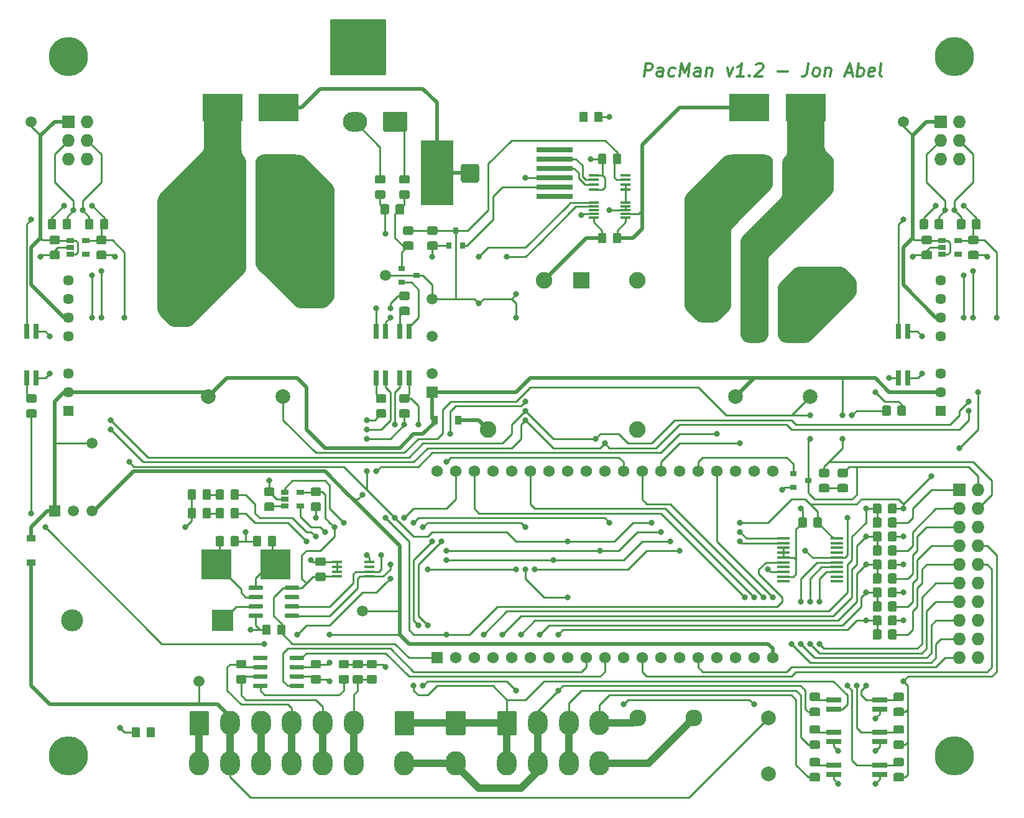
<source format=gbr>
G04 #@! TF.GenerationSoftware,KiCad,Pcbnew,(5.1.5)-3*
G04 #@! TF.CreationDate,2020-01-22T12:55:52-05:00*
G04 #@! TF.ProjectId,PacMan,5061634d-616e-42e6-9b69-6361645f7063,1.2*
G04 #@! TF.SameCoordinates,Original*
G04 #@! TF.FileFunction,Copper,L1,Top*
G04 #@! TF.FilePolarity,Positive*
%FSLAX46Y46*%
G04 Gerber Fmt 4.6, Leading zero omitted, Abs format (unit mm)*
G04 Created by KiCad (PCBNEW (5.1.5)-3) date 2020-01-22 12:55:52*
%MOMM*%
%LPD*%
G04 APERTURE LIST*
%ADD10C,0.300000*%
%ADD11C,0.100000*%
%ADD12R,0.640000X2.000000*%
%ADD13R,5.000000X0.760000*%
%ADD14R,4.500000X8.800000*%
%ADD15C,2.000000*%
%ADD16C,4.000000*%
%ADD17R,1.727200X1.727200*%
%ADD18O,1.727200X1.727200*%
%ADD19R,1.060000X0.650000*%
%ADD20R,1.450000X0.450000*%
%ADD21R,0.900000X1.200000*%
%ADD22C,1.450000*%
%ADD23R,1.450000X1.450000*%
%ADD24R,5.500000X3.810000*%
%ADD25C,1.500000*%
%ADD26R,0.800000X0.900000*%
%ADD27R,1.400000X0.300000*%
%ADD28C,1.508000*%
%ADD29R,1.508000X1.508000*%
%ADD30C,2.250000*%
%ADD31R,2.250000X2.250000*%
%ADD32O,6.500000X2.540000*%
%ADD33R,1.560000X1.560000*%
%ADD34C,1.560000*%
%ADD35R,4.100000X4.100000*%
%ADD36O,2.700000X3.300000*%
%ADD37R,0.900000X0.800000*%
%ADD38R,1.200000X0.900000*%
%ADD39C,5.334000*%
%ADD40R,2.000000X0.640000*%
%ADD41O,3.300000X2.700000*%
%ADD42C,2.300000*%
%ADD43R,1.750000X0.450000*%
%ADD44R,3.000000X3.000000*%
%ADD45C,3.000000*%
%ADD46C,0.800000*%
%ADD47C,0.250000*%
%ADD48C,1.000000*%
%ADD49C,0.500000*%
%ADD50C,0.254000*%
G04 APERTURE END LIST*
D10*
X161538645Y-54131666D02*
X161757395Y-52381666D01*
X162424062Y-52381666D01*
X162580312Y-52465000D01*
X162653229Y-52548333D01*
X162715729Y-52715000D01*
X162684479Y-52965000D01*
X162580312Y-53131666D01*
X162486562Y-53215000D01*
X162309479Y-53298333D01*
X161642812Y-53298333D01*
X164038645Y-54131666D02*
X164153229Y-53215000D01*
X164090729Y-53048333D01*
X163934479Y-52965000D01*
X163601145Y-52965000D01*
X163424062Y-53048333D01*
X164049062Y-54048333D02*
X163871979Y-54131666D01*
X163455312Y-54131666D01*
X163299062Y-54048333D01*
X163236562Y-53881666D01*
X163257395Y-53715000D01*
X163361562Y-53548333D01*
X163538645Y-53465000D01*
X163955312Y-53465000D01*
X164132395Y-53381666D01*
X165632395Y-54048333D02*
X165455312Y-54131666D01*
X165121979Y-54131666D01*
X164965729Y-54048333D01*
X164892812Y-53965000D01*
X164830312Y-53798333D01*
X164892812Y-53298333D01*
X164996979Y-53131666D01*
X165090729Y-53048333D01*
X165267812Y-52965000D01*
X165601145Y-52965000D01*
X165757395Y-53048333D01*
X166371979Y-54131666D02*
X166590729Y-52381666D01*
X167017812Y-53631666D01*
X167757395Y-52381666D01*
X167538645Y-54131666D01*
X169121979Y-54131666D02*
X169236562Y-53215000D01*
X169174062Y-53048333D01*
X169017812Y-52965000D01*
X168684479Y-52965000D01*
X168507395Y-53048333D01*
X169132395Y-54048333D02*
X168955312Y-54131666D01*
X168538645Y-54131666D01*
X168382395Y-54048333D01*
X168319895Y-53881666D01*
X168340729Y-53715000D01*
X168444895Y-53548333D01*
X168621979Y-53465000D01*
X169038645Y-53465000D01*
X169215729Y-53381666D01*
X170101145Y-52965000D02*
X169955312Y-54131666D01*
X170080312Y-53131666D02*
X170174062Y-53048333D01*
X170351145Y-52965000D01*
X170601145Y-52965000D01*
X170757395Y-53048333D01*
X170819895Y-53215000D01*
X170705312Y-54131666D01*
X172851145Y-52965000D02*
X173121979Y-54131666D01*
X173684479Y-52965000D01*
X175121979Y-54131666D02*
X174121979Y-54131666D01*
X174621979Y-54131666D02*
X174840729Y-52381666D01*
X174642812Y-52631666D01*
X174455312Y-52798333D01*
X174278229Y-52881666D01*
X175892812Y-53965000D02*
X175965729Y-54048333D01*
X175871979Y-54131666D01*
X175799062Y-54048333D01*
X175892812Y-53965000D01*
X175871979Y-54131666D01*
X176819895Y-52548333D02*
X176913645Y-52465000D01*
X177090729Y-52381666D01*
X177507395Y-52381666D01*
X177663645Y-52465000D01*
X177736562Y-52548333D01*
X177799062Y-52715000D01*
X177778229Y-52881666D01*
X177663645Y-53131666D01*
X176538645Y-54131666D01*
X177621979Y-54131666D01*
X179788645Y-53465000D02*
X181121979Y-53465000D01*
X183924062Y-52381666D02*
X183767812Y-53631666D01*
X183653229Y-53881666D01*
X183465729Y-54048333D01*
X183205312Y-54131666D01*
X183038645Y-54131666D01*
X184788645Y-54131666D02*
X184632395Y-54048333D01*
X184559479Y-53965000D01*
X184496979Y-53798333D01*
X184559479Y-53298333D01*
X184663645Y-53131666D01*
X184757395Y-53048333D01*
X184934479Y-52965000D01*
X185184479Y-52965000D01*
X185340729Y-53048333D01*
X185413645Y-53131666D01*
X185476145Y-53298333D01*
X185413645Y-53798333D01*
X185309479Y-53965000D01*
X185215729Y-54048333D01*
X185038645Y-54131666D01*
X184788645Y-54131666D01*
X186267812Y-52965000D02*
X186121979Y-54131666D01*
X186246979Y-53131666D02*
X186340729Y-53048333D01*
X186517812Y-52965000D01*
X186767812Y-52965000D01*
X186924062Y-53048333D01*
X186986562Y-53215000D01*
X186871979Y-54131666D01*
X189017812Y-53631666D02*
X189851145Y-53631666D01*
X188788645Y-54131666D02*
X189590729Y-52381666D01*
X189955312Y-54131666D01*
X190538645Y-54131666D02*
X190757395Y-52381666D01*
X190674062Y-53048333D02*
X190851145Y-52965000D01*
X191184479Y-52965000D01*
X191340729Y-53048333D01*
X191413645Y-53131666D01*
X191476145Y-53298333D01*
X191413645Y-53798333D01*
X191309479Y-53965000D01*
X191215729Y-54048333D01*
X191038645Y-54131666D01*
X190705312Y-54131666D01*
X190549062Y-54048333D01*
X192799062Y-54048333D02*
X192621979Y-54131666D01*
X192288645Y-54131666D01*
X192132395Y-54048333D01*
X192069895Y-53881666D01*
X192153229Y-53215000D01*
X192257395Y-53048333D01*
X192434479Y-52965000D01*
X192767812Y-52965000D01*
X192924062Y-53048333D01*
X192986562Y-53215000D01*
X192965729Y-53381666D01*
X192111562Y-53548333D01*
X193871979Y-54131666D02*
X193715729Y-54048333D01*
X193653229Y-53881666D01*
X193840729Y-52381666D01*
G04 #@! TA.AperFunction,SMDPad,CuDef*
D11*
G36*
X194904505Y-98996204D02*
G01*
X194928773Y-98999804D01*
X194952572Y-99005765D01*
X194975671Y-99014030D01*
X194997850Y-99024520D01*
X195018893Y-99037132D01*
X195038599Y-99051747D01*
X195056777Y-99068223D01*
X195073253Y-99086401D01*
X195087868Y-99106107D01*
X195100480Y-99127150D01*
X195110970Y-99149329D01*
X195119235Y-99172428D01*
X195125196Y-99196227D01*
X195128796Y-99220495D01*
X195130000Y-99244999D01*
X195130000Y-100145001D01*
X195128796Y-100169505D01*
X195125196Y-100193773D01*
X195119235Y-100217572D01*
X195110970Y-100240671D01*
X195100480Y-100262850D01*
X195087868Y-100283893D01*
X195073253Y-100303599D01*
X195056777Y-100321777D01*
X195038599Y-100338253D01*
X195018893Y-100352868D01*
X194997850Y-100365480D01*
X194975671Y-100375970D01*
X194952572Y-100384235D01*
X194928773Y-100390196D01*
X194904505Y-100393796D01*
X194880001Y-100395000D01*
X194229999Y-100395000D01*
X194205495Y-100393796D01*
X194181227Y-100390196D01*
X194157428Y-100384235D01*
X194134329Y-100375970D01*
X194112150Y-100365480D01*
X194091107Y-100352868D01*
X194071401Y-100338253D01*
X194053223Y-100321777D01*
X194036747Y-100303599D01*
X194022132Y-100283893D01*
X194009520Y-100262850D01*
X193999030Y-100240671D01*
X193990765Y-100217572D01*
X193984804Y-100193773D01*
X193981204Y-100169505D01*
X193980000Y-100145001D01*
X193980000Y-99244999D01*
X193981204Y-99220495D01*
X193984804Y-99196227D01*
X193990765Y-99172428D01*
X193999030Y-99149329D01*
X194009520Y-99127150D01*
X194022132Y-99106107D01*
X194036747Y-99086401D01*
X194053223Y-99068223D01*
X194071401Y-99051747D01*
X194091107Y-99037132D01*
X194112150Y-99024520D01*
X194134329Y-99014030D01*
X194157428Y-99005765D01*
X194181227Y-98999804D01*
X194205495Y-98996204D01*
X194229999Y-98995000D01*
X194880001Y-98995000D01*
X194904505Y-98996204D01*
G37*
G04 #@! TD.AperFunction*
G04 #@! TA.AperFunction,SMDPad,CuDef*
G36*
X196954505Y-98996204D02*
G01*
X196978773Y-98999804D01*
X197002572Y-99005765D01*
X197025671Y-99014030D01*
X197047850Y-99024520D01*
X197068893Y-99037132D01*
X197088599Y-99051747D01*
X197106777Y-99068223D01*
X197123253Y-99086401D01*
X197137868Y-99106107D01*
X197150480Y-99127150D01*
X197160970Y-99149329D01*
X197169235Y-99172428D01*
X197175196Y-99196227D01*
X197178796Y-99220495D01*
X197180000Y-99244999D01*
X197180000Y-100145001D01*
X197178796Y-100169505D01*
X197175196Y-100193773D01*
X197169235Y-100217572D01*
X197160970Y-100240671D01*
X197150480Y-100262850D01*
X197137868Y-100283893D01*
X197123253Y-100303599D01*
X197106777Y-100321777D01*
X197088599Y-100338253D01*
X197068893Y-100352868D01*
X197047850Y-100365480D01*
X197025671Y-100375970D01*
X197002572Y-100384235D01*
X196978773Y-100390196D01*
X196954505Y-100393796D01*
X196930001Y-100395000D01*
X196279999Y-100395000D01*
X196255495Y-100393796D01*
X196231227Y-100390196D01*
X196207428Y-100384235D01*
X196184329Y-100375970D01*
X196162150Y-100365480D01*
X196141107Y-100352868D01*
X196121401Y-100338253D01*
X196103223Y-100321777D01*
X196086747Y-100303599D01*
X196072132Y-100283893D01*
X196059520Y-100262850D01*
X196049030Y-100240671D01*
X196040765Y-100217572D01*
X196034804Y-100193773D01*
X196031204Y-100169505D01*
X196030000Y-100145001D01*
X196030000Y-99244999D01*
X196031204Y-99220495D01*
X196034804Y-99196227D01*
X196040765Y-99172428D01*
X196049030Y-99149329D01*
X196059520Y-99127150D01*
X196072132Y-99106107D01*
X196086747Y-99086401D01*
X196103223Y-99068223D01*
X196121401Y-99051747D01*
X196141107Y-99037132D01*
X196162150Y-99024520D01*
X196184329Y-99014030D01*
X196207428Y-99005765D01*
X196231227Y-98999804D01*
X196255495Y-98996204D01*
X196279999Y-98995000D01*
X196930001Y-98995000D01*
X196954505Y-98996204D01*
G37*
G04 #@! TD.AperFunction*
G04 #@! TA.AperFunction,SMDPad,CuDef*
G36*
X78579505Y-97461204D02*
G01*
X78603773Y-97464804D01*
X78627572Y-97470765D01*
X78650671Y-97479030D01*
X78672850Y-97489520D01*
X78693893Y-97502132D01*
X78713599Y-97516747D01*
X78731777Y-97533223D01*
X78748253Y-97551401D01*
X78762868Y-97571107D01*
X78775480Y-97592150D01*
X78785970Y-97614329D01*
X78794235Y-97637428D01*
X78800196Y-97661227D01*
X78803796Y-97685495D01*
X78805000Y-97709999D01*
X78805000Y-98360001D01*
X78803796Y-98384505D01*
X78800196Y-98408773D01*
X78794235Y-98432572D01*
X78785970Y-98455671D01*
X78775480Y-98477850D01*
X78762868Y-98498893D01*
X78748253Y-98518599D01*
X78731777Y-98536777D01*
X78713599Y-98553253D01*
X78693893Y-98567868D01*
X78672850Y-98580480D01*
X78650671Y-98590970D01*
X78627572Y-98599235D01*
X78603773Y-98605196D01*
X78579505Y-98608796D01*
X78555001Y-98610000D01*
X77654999Y-98610000D01*
X77630495Y-98608796D01*
X77606227Y-98605196D01*
X77582428Y-98599235D01*
X77559329Y-98590970D01*
X77537150Y-98580480D01*
X77516107Y-98567868D01*
X77496401Y-98553253D01*
X77478223Y-98536777D01*
X77461747Y-98518599D01*
X77447132Y-98498893D01*
X77434520Y-98477850D01*
X77424030Y-98455671D01*
X77415765Y-98432572D01*
X77409804Y-98408773D01*
X77406204Y-98384505D01*
X77405000Y-98360001D01*
X77405000Y-97709999D01*
X77406204Y-97685495D01*
X77409804Y-97661227D01*
X77415765Y-97637428D01*
X77424030Y-97614329D01*
X77434520Y-97592150D01*
X77447132Y-97571107D01*
X77461747Y-97551401D01*
X77478223Y-97533223D01*
X77496401Y-97516747D01*
X77516107Y-97502132D01*
X77537150Y-97489520D01*
X77559329Y-97479030D01*
X77582428Y-97470765D01*
X77606227Y-97464804D01*
X77630495Y-97461204D01*
X77654999Y-97460000D01*
X78555001Y-97460000D01*
X78579505Y-97461204D01*
G37*
G04 #@! TD.AperFunction*
G04 #@! TA.AperFunction,SMDPad,CuDef*
G36*
X78579505Y-99511204D02*
G01*
X78603773Y-99514804D01*
X78627572Y-99520765D01*
X78650671Y-99529030D01*
X78672850Y-99539520D01*
X78693893Y-99552132D01*
X78713599Y-99566747D01*
X78731777Y-99583223D01*
X78748253Y-99601401D01*
X78762868Y-99621107D01*
X78775480Y-99642150D01*
X78785970Y-99664329D01*
X78794235Y-99687428D01*
X78800196Y-99711227D01*
X78803796Y-99735495D01*
X78805000Y-99759999D01*
X78805000Y-100410001D01*
X78803796Y-100434505D01*
X78800196Y-100458773D01*
X78794235Y-100482572D01*
X78785970Y-100505671D01*
X78775480Y-100527850D01*
X78762868Y-100548893D01*
X78748253Y-100568599D01*
X78731777Y-100586777D01*
X78713599Y-100603253D01*
X78693893Y-100617868D01*
X78672850Y-100630480D01*
X78650671Y-100640970D01*
X78627572Y-100649235D01*
X78603773Y-100655196D01*
X78579505Y-100658796D01*
X78555001Y-100660000D01*
X77654999Y-100660000D01*
X77630495Y-100658796D01*
X77606227Y-100655196D01*
X77582428Y-100649235D01*
X77559329Y-100640970D01*
X77537150Y-100630480D01*
X77516107Y-100617868D01*
X77496401Y-100603253D01*
X77478223Y-100586777D01*
X77461747Y-100568599D01*
X77447132Y-100548893D01*
X77434520Y-100527850D01*
X77424030Y-100505671D01*
X77415765Y-100482572D01*
X77409804Y-100458773D01*
X77406204Y-100434505D01*
X77405000Y-100410001D01*
X77405000Y-99759999D01*
X77406204Y-99735495D01*
X77409804Y-99711227D01*
X77415765Y-99687428D01*
X77424030Y-99664329D01*
X77434520Y-99642150D01*
X77447132Y-99621107D01*
X77461747Y-99601401D01*
X77478223Y-99583223D01*
X77496401Y-99566747D01*
X77516107Y-99552132D01*
X77537150Y-99539520D01*
X77559329Y-99529030D01*
X77582428Y-99520765D01*
X77606227Y-99514804D01*
X77630495Y-99511204D01*
X77654999Y-99510000D01*
X78555001Y-99510000D01*
X78579505Y-99511204D01*
G37*
G04 #@! TD.AperFunction*
D12*
X196215000Y-95225000D03*
X197485000Y-95225000D03*
X197485000Y-88925000D03*
X196215000Y-88925000D03*
X77470000Y-95225000D03*
X78740000Y-95225000D03*
X78740000Y-88925000D03*
X77470000Y-88925000D03*
D13*
X149378000Y-70485000D03*
X149378000Y-64135000D03*
X149378000Y-65405000D03*
X149378000Y-66675000D03*
X149378000Y-67945000D03*
D14*
X133328000Y-67310000D03*
D13*
X149378000Y-69215000D03*
D15*
X184150000Y-97790000D03*
X173990000Y-97790000D03*
D16*
X170180000Y-85090000D03*
X187960000Y-82550000D03*
D15*
X112395000Y-97790000D03*
X102235000Y-97790000D03*
D16*
X98425000Y-85090000D03*
X116205000Y-82550000D03*
G04 #@! TA.AperFunction,SMDPad,CuDef*
D11*
G36*
X81754505Y-77921204D02*
G01*
X81778773Y-77924804D01*
X81802572Y-77930765D01*
X81825671Y-77939030D01*
X81847850Y-77949520D01*
X81868893Y-77962132D01*
X81888599Y-77976747D01*
X81906777Y-77993223D01*
X81923253Y-78011401D01*
X81937868Y-78031107D01*
X81950480Y-78052150D01*
X81960970Y-78074329D01*
X81969235Y-78097428D01*
X81975196Y-78121227D01*
X81978796Y-78145495D01*
X81980000Y-78169999D01*
X81980000Y-78820001D01*
X81978796Y-78844505D01*
X81975196Y-78868773D01*
X81969235Y-78892572D01*
X81960970Y-78915671D01*
X81950480Y-78937850D01*
X81937868Y-78958893D01*
X81923253Y-78978599D01*
X81906777Y-78996777D01*
X81888599Y-79013253D01*
X81868893Y-79027868D01*
X81847850Y-79040480D01*
X81825671Y-79050970D01*
X81802572Y-79059235D01*
X81778773Y-79065196D01*
X81754505Y-79068796D01*
X81730001Y-79070000D01*
X80829999Y-79070000D01*
X80805495Y-79068796D01*
X80781227Y-79065196D01*
X80757428Y-79059235D01*
X80734329Y-79050970D01*
X80712150Y-79040480D01*
X80691107Y-79027868D01*
X80671401Y-79013253D01*
X80653223Y-78996777D01*
X80636747Y-78978599D01*
X80622132Y-78958893D01*
X80609520Y-78937850D01*
X80599030Y-78915671D01*
X80590765Y-78892572D01*
X80584804Y-78868773D01*
X80581204Y-78844505D01*
X80580000Y-78820001D01*
X80580000Y-78169999D01*
X80581204Y-78145495D01*
X80584804Y-78121227D01*
X80590765Y-78097428D01*
X80599030Y-78074329D01*
X80609520Y-78052150D01*
X80622132Y-78031107D01*
X80636747Y-78011401D01*
X80653223Y-77993223D01*
X80671401Y-77976747D01*
X80691107Y-77962132D01*
X80712150Y-77949520D01*
X80734329Y-77939030D01*
X80757428Y-77930765D01*
X80781227Y-77924804D01*
X80805495Y-77921204D01*
X80829999Y-77920000D01*
X81730001Y-77920000D01*
X81754505Y-77921204D01*
G37*
G04 #@! TD.AperFunction*
G04 #@! TA.AperFunction,SMDPad,CuDef*
G36*
X81754505Y-75871204D02*
G01*
X81778773Y-75874804D01*
X81802572Y-75880765D01*
X81825671Y-75889030D01*
X81847850Y-75899520D01*
X81868893Y-75912132D01*
X81888599Y-75926747D01*
X81906777Y-75943223D01*
X81923253Y-75961401D01*
X81937868Y-75981107D01*
X81950480Y-76002150D01*
X81960970Y-76024329D01*
X81969235Y-76047428D01*
X81975196Y-76071227D01*
X81978796Y-76095495D01*
X81980000Y-76119999D01*
X81980000Y-76770001D01*
X81978796Y-76794505D01*
X81975196Y-76818773D01*
X81969235Y-76842572D01*
X81960970Y-76865671D01*
X81950480Y-76887850D01*
X81937868Y-76908893D01*
X81923253Y-76928599D01*
X81906777Y-76946777D01*
X81888599Y-76963253D01*
X81868893Y-76977868D01*
X81847850Y-76990480D01*
X81825671Y-77000970D01*
X81802572Y-77009235D01*
X81778773Y-77015196D01*
X81754505Y-77018796D01*
X81730001Y-77020000D01*
X80829999Y-77020000D01*
X80805495Y-77018796D01*
X80781227Y-77015196D01*
X80757428Y-77009235D01*
X80734329Y-77000970D01*
X80712150Y-76990480D01*
X80691107Y-76977868D01*
X80671401Y-76963253D01*
X80653223Y-76946777D01*
X80636747Y-76928599D01*
X80622132Y-76908893D01*
X80609520Y-76887850D01*
X80599030Y-76865671D01*
X80590765Y-76842572D01*
X80584804Y-76818773D01*
X80581204Y-76794505D01*
X80580000Y-76770001D01*
X80580000Y-76119999D01*
X80581204Y-76095495D01*
X80584804Y-76071227D01*
X80590765Y-76047428D01*
X80599030Y-76024329D01*
X80609520Y-76002150D01*
X80622132Y-75981107D01*
X80636747Y-75961401D01*
X80653223Y-75943223D01*
X80671401Y-75926747D01*
X80691107Y-75912132D01*
X80712150Y-75899520D01*
X80734329Y-75889030D01*
X80757428Y-75880765D01*
X80781227Y-75874804D01*
X80805495Y-75871204D01*
X80829999Y-75870000D01*
X81730001Y-75870000D01*
X81754505Y-75871204D01*
G37*
G04 #@! TD.AperFunction*
D17*
X201930000Y-60325000D03*
D18*
X204470000Y-60325000D03*
X201930000Y-62865000D03*
X204470000Y-62865000D03*
X201930000Y-65405000D03*
X204470000Y-65405000D03*
D19*
X204300000Y-76520000D03*
X204300000Y-78420000D03*
X202100000Y-78420000D03*
X202100000Y-77470000D03*
X202100000Y-76520000D03*
G04 #@! TA.AperFunction,SMDPad,CuDef*
D11*
G36*
X206849505Y-77921204D02*
G01*
X206873773Y-77924804D01*
X206897572Y-77930765D01*
X206920671Y-77939030D01*
X206942850Y-77949520D01*
X206963893Y-77962132D01*
X206983599Y-77976747D01*
X207001777Y-77993223D01*
X207018253Y-78011401D01*
X207032868Y-78031107D01*
X207045480Y-78052150D01*
X207055970Y-78074329D01*
X207064235Y-78097428D01*
X207070196Y-78121227D01*
X207073796Y-78145495D01*
X207075000Y-78169999D01*
X207075000Y-78820001D01*
X207073796Y-78844505D01*
X207070196Y-78868773D01*
X207064235Y-78892572D01*
X207055970Y-78915671D01*
X207045480Y-78937850D01*
X207032868Y-78958893D01*
X207018253Y-78978599D01*
X207001777Y-78996777D01*
X206983599Y-79013253D01*
X206963893Y-79027868D01*
X206942850Y-79040480D01*
X206920671Y-79050970D01*
X206897572Y-79059235D01*
X206873773Y-79065196D01*
X206849505Y-79068796D01*
X206825001Y-79070000D01*
X205924999Y-79070000D01*
X205900495Y-79068796D01*
X205876227Y-79065196D01*
X205852428Y-79059235D01*
X205829329Y-79050970D01*
X205807150Y-79040480D01*
X205786107Y-79027868D01*
X205766401Y-79013253D01*
X205748223Y-78996777D01*
X205731747Y-78978599D01*
X205717132Y-78958893D01*
X205704520Y-78937850D01*
X205694030Y-78915671D01*
X205685765Y-78892572D01*
X205679804Y-78868773D01*
X205676204Y-78844505D01*
X205675000Y-78820001D01*
X205675000Y-78169999D01*
X205676204Y-78145495D01*
X205679804Y-78121227D01*
X205685765Y-78097428D01*
X205694030Y-78074329D01*
X205704520Y-78052150D01*
X205717132Y-78031107D01*
X205731747Y-78011401D01*
X205748223Y-77993223D01*
X205766401Y-77976747D01*
X205786107Y-77962132D01*
X205807150Y-77949520D01*
X205829329Y-77939030D01*
X205852428Y-77930765D01*
X205876227Y-77924804D01*
X205900495Y-77921204D01*
X205924999Y-77920000D01*
X206825001Y-77920000D01*
X206849505Y-77921204D01*
G37*
G04 #@! TD.AperFunction*
G04 #@! TA.AperFunction,SMDPad,CuDef*
G36*
X206849505Y-75871204D02*
G01*
X206873773Y-75874804D01*
X206897572Y-75880765D01*
X206920671Y-75889030D01*
X206942850Y-75899520D01*
X206963893Y-75912132D01*
X206983599Y-75926747D01*
X207001777Y-75943223D01*
X207018253Y-75961401D01*
X207032868Y-75981107D01*
X207045480Y-76002150D01*
X207055970Y-76024329D01*
X207064235Y-76047428D01*
X207070196Y-76071227D01*
X207073796Y-76095495D01*
X207075000Y-76119999D01*
X207075000Y-76770001D01*
X207073796Y-76794505D01*
X207070196Y-76818773D01*
X207064235Y-76842572D01*
X207055970Y-76865671D01*
X207045480Y-76887850D01*
X207032868Y-76908893D01*
X207018253Y-76928599D01*
X207001777Y-76946777D01*
X206983599Y-76963253D01*
X206963893Y-76977868D01*
X206942850Y-76990480D01*
X206920671Y-77000970D01*
X206897572Y-77009235D01*
X206873773Y-77015196D01*
X206849505Y-77018796D01*
X206825001Y-77020000D01*
X205924999Y-77020000D01*
X205900495Y-77018796D01*
X205876227Y-77015196D01*
X205852428Y-77009235D01*
X205829329Y-77000970D01*
X205807150Y-76990480D01*
X205786107Y-76977868D01*
X205766401Y-76963253D01*
X205748223Y-76946777D01*
X205731747Y-76928599D01*
X205717132Y-76908893D01*
X205704520Y-76887850D01*
X205694030Y-76865671D01*
X205685765Y-76842572D01*
X205679804Y-76818773D01*
X205676204Y-76794505D01*
X205675000Y-76770001D01*
X205675000Y-76119999D01*
X205676204Y-76095495D01*
X205679804Y-76071227D01*
X205685765Y-76047428D01*
X205694030Y-76024329D01*
X205704520Y-76002150D01*
X205717132Y-75981107D01*
X205731747Y-75961401D01*
X205748223Y-75943223D01*
X205766401Y-75926747D01*
X205786107Y-75912132D01*
X205807150Y-75899520D01*
X205829329Y-75889030D01*
X205852428Y-75880765D01*
X205876227Y-75874804D01*
X205900495Y-75871204D01*
X205924999Y-75870000D01*
X206825001Y-75870000D01*
X206849505Y-75871204D01*
G37*
G04 #@! TD.AperFunction*
D20*
X154645000Y-67605000D03*
X154645000Y-68255000D03*
X154645000Y-68905000D03*
X154645000Y-69555000D03*
X159045000Y-69555000D03*
X159045000Y-68905000D03*
X159045000Y-68255000D03*
X159045000Y-67605000D03*
G04 #@! TA.AperFunction,SMDPad,CuDef*
D11*
G36*
X200499505Y-77921204D02*
G01*
X200523773Y-77924804D01*
X200547572Y-77930765D01*
X200570671Y-77939030D01*
X200592850Y-77949520D01*
X200613893Y-77962132D01*
X200633599Y-77976747D01*
X200651777Y-77993223D01*
X200668253Y-78011401D01*
X200682868Y-78031107D01*
X200695480Y-78052150D01*
X200705970Y-78074329D01*
X200714235Y-78097428D01*
X200720196Y-78121227D01*
X200723796Y-78145495D01*
X200725000Y-78169999D01*
X200725000Y-78820001D01*
X200723796Y-78844505D01*
X200720196Y-78868773D01*
X200714235Y-78892572D01*
X200705970Y-78915671D01*
X200695480Y-78937850D01*
X200682868Y-78958893D01*
X200668253Y-78978599D01*
X200651777Y-78996777D01*
X200633599Y-79013253D01*
X200613893Y-79027868D01*
X200592850Y-79040480D01*
X200570671Y-79050970D01*
X200547572Y-79059235D01*
X200523773Y-79065196D01*
X200499505Y-79068796D01*
X200475001Y-79070000D01*
X199574999Y-79070000D01*
X199550495Y-79068796D01*
X199526227Y-79065196D01*
X199502428Y-79059235D01*
X199479329Y-79050970D01*
X199457150Y-79040480D01*
X199436107Y-79027868D01*
X199416401Y-79013253D01*
X199398223Y-78996777D01*
X199381747Y-78978599D01*
X199367132Y-78958893D01*
X199354520Y-78937850D01*
X199344030Y-78915671D01*
X199335765Y-78892572D01*
X199329804Y-78868773D01*
X199326204Y-78844505D01*
X199325000Y-78820001D01*
X199325000Y-78169999D01*
X199326204Y-78145495D01*
X199329804Y-78121227D01*
X199335765Y-78097428D01*
X199344030Y-78074329D01*
X199354520Y-78052150D01*
X199367132Y-78031107D01*
X199381747Y-78011401D01*
X199398223Y-77993223D01*
X199416401Y-77976747D01*
X199436107Y-77962132D01*
X199457150Y-77949520D01*
X199479329Y-77939030D01*
X199502428Y-77930765D01*
X199526227Y-77924804D01*
X199550495Y-77921204D01*
X199574999Y-77920000D01*
X200475001Y-77920000D01*
X200499505Y-77921204D01*
G37*
G04 #@! TD.AperFunction*
G04 #@! TA.AperFunction,SMDPad,CuDef*
G36*
X200499505Y-75871204D02*
G01*
X200523773Y-75874804D01*
X200547572Y-75880765D01*
X200570671Y-75889030D01*
X200592850Y-75899520D01*
X200613893Y-75912132D01*
X200633599Y-75926747D01*
X200651777Y-75943223D01*
X200668253Y-75961401D01*
X200682868Y-75981107D01*
X200695480Y-76002150D01*
X200705970Y-76024329D01*
X200714235Y-76047428D01*
X200720196Y-76071227D01*
X200723796Y-76095495D01*
X200725000Y-76119999D01*
X200725000Y-76770001D01*
X200723796Y-76794505D01*
X200720196Y-76818773D01*
X200714235Y-76842572D01*
X200705970Y-76865671D01*
X200695480Y-76887850D01*
X200682868Y-76908893D01*
X200668253Y-76928599D01*
X200651777Y-76946777D01*
X200633599Y-76963253D01*
X200613893Y-76977868D01*
X200592850Y-76990480D01*
X200570671Y-77000970D01*
X200547572Y-77009235D01*
X200523773Y-77015196D01*
X200499505Y-77018796D01*
X200475001Y-77020000D01*
X199574999Y-77020000D01*
X199550495Y-77018796D01*
X199526227Y-77015196D01*
X199502428Y-77009235D01*
X199479329Y-77000970D01*
X199457150Y-76990480D01*
X199436107Y-76977868D01*
X199416401Y-76963253D01*
X199398223Y-76946777D01*
X199381747Y-76928599D01*
X199367132Y-76908893D01*
X199354520Y-76887850D01*
X199344030Y-76865671D01*
X199335765Y-76842572D01*
X199329804Y-76818773D01*
X199326204Y-76794505D01*
X199325000Y-76770001D01*
X199325000Y-76119999D01*
X199326204Y-76095495D01*
X199329804Y-76071227D01*
X199335765Y-76047428D01*
X199344030Y-76024329D01*
X199354520Y-76002150D01*
X199367132Y-75981107D01*
X199381747Y-75961401D01*
X199398223Y-75943223D01*
X199416401Y-75926747D01*
X199436107Y-75912132D01*
X199457150Y-75899520D01*
X199479329Y-75889030D01*
X199502428Y-75880765D01*
X199526227Y-75874804D01*
X199550495Y-75871204D01*
X199574999Y-75870000D01*
X200475001Y-75870000D01*
X200499505Y-75871204D01*
G37*
G04 #@! TD.AperFunction*
G04 #@! TA.AperFunction,SMDPad,CuDef*
G36*
X158219505Y-64706204D02*
G01*
X158243773Y-64709804D01*
X158267572Y-64715765D01*
X158290671Y-64724030D01*
X158312850Y-64734520D01*
X158333893Y-64747132D01*
X158353599Y-64761747D01*
X158371777Y-64778223D01*
X158388253Y-64796401D01*
X158402868Y-64816107D01*
X158415480Y-64837150D01*
X158425970Y-64859329D01*
X158434235Y-64882428D01*
X158440196Y-64906227D01*
X158443796Y-64930495D01*
X158445000Y-64954999D01*
X158445000Y-65855001D01*
X158443796Y-65879505D01*
X158440196Y-65903773D01*
X158434235Y-65927572D01*
X158425970Y-65950671D01*
X158415480Y-65972850D01*
X158402868Y-65993893D01*
X158388253Y-66013599D01*
X158371777Y-66031777D01*
X158353599Y-66048253D01*
X158333893Y-66062868D01*
X158312850Y-66075480D01*
X158290671Y-66085970D01*
X158267572Y-66094235D01*
X158243773Y-66100196D01*
X158219505Y-66103796D01*
X158195001Y-66105000D01*
X157544999Y-66105000D01*
X157520495Y-66103796D01*
X157496227Y-66100196D01*
X157472428Y-66094235D01*
X157449329Y-66085970D01*
X157427150Y-66075480D01*
X157406107Y-66062868D01*
X157386401Y-66048253D01*
X157368223Y-66031777D01*
X157351747Y-66013599D01*
X157337132Y-65993893D01*
X157324520Y-65972850D01*
X157314030Y-65950671D01*
X157305765Y-65927572D01*
X157299804Y-65903773D01*
X157296204Y-65879505D01*
X157295000Y-65855001D01*
X157295000Y-64954999D01*
X157296204Y-64930495D01*
X157299804Y-64906227D01*
X157305765Y-64882428D01*
X157314030Y-64859329D01*
X157324520Y-64837150D01*
X157337132Y-64816107D01*
X157351747Y-64796401D01*
X157368223Y-64778223D01*
X157386401Y-64761747D01*
X157406107Y-64747132D01*
X157427150Y-64734520D01*
X157449329Y-64724030D01*
X157472428Y-64715765D01*
X157496227Y-64709804D01*
X157520495Y-64706204D01*
X157544999Y-64705000D01*
X158195001Y-64705000D01*
X158219505Y-64706204D01*
G37*
G04 #@! TD.AperFunction*
G04 #@! TA.AperFunction,SMDPad,CuDef*
G36*
X156169505Y-64706204D02*
G01*
X156193773Y-64709804D01*
X156217572Y-64715765D01*
X156240671Y-64724030D01*
X156262850Y-64734520D01*
X156283893Y-64747132D01*
X156303599Y-64761747D01*
X156321777Y-64778223D01*
X156338253Y-64796401D01*
X156352868Y-64816107D01*
X156365480Y-64837150D01*
X156375970Y-64859329D01*
X156384235Y-64882428D01*
X156390196Y-64906227D01*
X156393796Y-64930495D01*
X156395000Y-64954999D01*
X156395000Y-65855001D01*
X156393796Y-65879505D01*
X156390196Y-65903773D01*
X156384235Y-65927572D01*
X156375970Y-65950671D01*
X156365480Y-65972850D01*
X156352868Y-65993893D01*
X156338253Y-66013599D01*
X156321777Y-66031777D01*
X156303599Y-66048253D01*
X156283893Y-66062868D01*
X156262850Y-66075480D01*
X156240671Y-66085970D01*
X156217572Y-66094235D01*
X156193773Y-66100196D01*
X156169505Y-66103796D01*
X156145001Y-66105000D01*
X155494999Y-66105000D01*
X155470495Y-66103796D01*
X155446227Y-66100196D01*
X155422428Y-66094235D01*
X155399329Y-66085970D01*
X155377150Y-66075480D01*
X155356107Y-66062868D01*
X155336401Y-66048253D01*
X155318223Y-66031777D01*
X155301747Y-66013599D01*
X155287132Y-65993893D01*
X155274520Y-65972850D01*
X155264030Y-65950671D01*
X155255765Y-65927572D01*
X155249804Y-65903773D01*
X155246204Y-65879505D01*
X155245000Y-65855001D01*
X155245000Y-64954999D01*
X155246204Y-64930495D01*
X155249804Y-64906227D01*
X155255765Y-64882428D01*
X155264030Y-64859329D01*
X155274520Y-64837150D01*
X155287132Y-64816107D01*
X155301747Y-64796401D01*
X155318223Y-64778223D01*
X155336401Y-64761747D01*
X155356107Y-64747132D01*
X155377150Y-64734520D01*
X155399329Y-64724030D01*
X155422428Y-64715765D01*
X155446227Y-64709804D01*
X155470495Y-64706204D01*
X155494999Y-64705000D01*
X156145001Y-64705000D01*
X156169505Y-64706204D01*
G37*
G04 #@! TD.AperFunction*
D21*
X132970000Y-100965000D03*
X136270000Y-100965000D03*
D22*
X83185000Y-81915000D03*
X83185000Y-84455000D03*
X83185000Y-86995000D03*
X83185000Y-89535000D03*
X83185000Y-94615000D03*
X83185000Y-97155000D03*
D23*
X83185000Y-99695000D03*
X201930000Y-99695000D03*
D22*
X201930000Y-97155000D03*
X201930000Y-94615000D03*
X201930000Y-89535000D03*
X201930000Y-86995000D03*
X201930000Y-84455000D03*
X201930000Y-81915000D03*
D24*
X111765000Y-58420000D03*
X104135000Y-58420000D03*
X183520000Y-58420000D03*
X175890000Y-58420000D03*
D17*
X83185000Y-60325000D03*
D18*
X85725000Y-60325000D03*
X83185000Y-62865000D03*
X85725000Y-62865000D03*
X83185000Y-65405000D03*
X85725000Y-65405000D03*
G04 #@! TA.AperFunction,SMDPad,CuDef*
D11*
G36*
X202034505Y-73596204D02*
G01*
X202058773Y-73599804D01*
X202082572Y-73605765D01*
X202105671Y-73614030D01*
X202127850Y-73624520D01*
X202148893Y-73637132D01*
X202168599Y-73651747D01*
X202186777Y-73668223D01*
X202203253Y-73686401D01*
X202217868Y-73706107D01*
X202230480Y-73727150D01*
X202240970Y-73749329D01*
X202249235Y-73772428D01*
X202255196Y-73796227D01*
X202258796Y-73820495D01*
X202260000Y-73844999D01*
X202260000Y-74745001D01*
X202258796Y-74769505D01*
X202255196Y-74793773D01*
X202249235Y-74817572D01*
X202240970Y-74840671D01*
X202230480Y-74862850D01*
X202217868Y-74883893D01*
X202203253Y-74903599D01*
X202186777Y-74921777D01*
X202168599Y-74938253D01*
X202148893Y-74952868D01*
X202127850Y-74965480D01*
X202105671Y-74975970D01*
X202082572Y-74984235D01*
X202058773Y-74990196D01*
X202034505Y-74993796D01*
X202010001Y-74995000D01*
X201359999Y-74995000D01*
X201335495Y-74993796D01*
X201311227Y-74990196D01*
X201287428Y-74984235D01*
X201264329Y-74975970D01*
X201242150Y-74965480D01*
X201221107Y-74952868D01*
X201201401Y-74938253D01*
X201183223Y-74921777D01*
X201166747Y-74903599D01*
X201152132Y-74883893D01*
X201139520Y-74862850D01*
X201129030Y-74840671D01*
X201120765Y-74817572D01*
X201114804Y-74793773D01*
X201111204Y-74769505D01*
X201110000Y-74745001D01*
X201110000Y-73844999D01*
X201111204Y-73820495D01*
X201114804Y-73796227D01*
X201120765Y-73772428D01*
X201129030Y-73749329D01*
X201139520Y-73727150D01*
X201152132Y-73706107D01*
X201166747Y-73686401D01*
X201183223Y-73668223D01*
X201201401Y-73651747D01*
X201221107Y-73637132D01*
X201242150Y-73624520D01*
X201264329Y-73614030D01*
X201287428Y-73605765D01*
X201311227Y-73599804D01*
X201335495Y-73596204D01*
X201359999Y-73595000D01*
X202010001Y-73595000D01*
X202034505Y-73596204D01*
G37*
G04 #@! TD.AperFunction*
G04 #@! TA.AperFunction,SMDPad,CuDef*
G36*
X199984505Y-73596204D02*
G01*
X200008773Y-73599804D01*
X200032572Y-73605765D01*
X200055671Y-73614030D01*
X200077850Y-73624520D01*
X200098893Y-73637132D01*
X200118599Y-73651747D01*
X200136777Y-73668223D01*
X200153253Y-73686401D01*
X200167868Y-73706107D01*
X200180480Y-73727150D01*
X200190970Y-73749329D01*
X200199235Y-73772428D01*
X200205196Y-73796227D01*
X200208796Y-73820495D01*
X200210000Y-73844999D01*
X200210000Y-74745001D01*
X200208796Y-74769505D01*
X200205196Y-74793773D01*
X200199235Y-74817572D01*
X200190970Y-74840671D01*
X200180480Y-74862850D01*
X200167868Y-74883893D01*
X200153253Y-74903599D01*
X200136777Y-74921777D01*
X200118599Y-74938253D01*
X200098893Y-74952868D01*
X200077850Y-74965480D01*
X200055671Y-74975970D01*
X200032572Y-74984235D01*
X200008773Y-74990196D01*
X199984505Y-74993796D01*
X199960001Y-74995000D01*
X199309999Y-74995000D01*
X199285495Y-74993796D01*
X199261227Y-74990196D01*
X199237428Y-74984235D01*
X199214329Y-74975970D01*
X199192150Y-74965480D01*
X199171107Y-74952868D01*
X199151401Y-74938253D01*
X199133223Y-74921777D01*
X199116747Y-74903599D01*
X199102132Y-74883893D01*
X199089520Y-74862850D01*
X199079030Y-74840671D01*
X199070765Y-74817572D01*
X199064804Y-74793773D01*
X199061204Y-74769505D01*
X199060000Y-74745001D01*
X199060000Y-73844999D01*
X199061204Y-73820495D01*
X199064804Y-73796227D01*
X199070765Y-73772428D01*
X199079030Y-73749329D01*
X199089520Y-73727150D01*
X199102132Y-73706107D01*
X199116747Y-73686401D01*
X199133223Y-73668223D01*
X199151401Y-73651747D01*
X199171107Y-73637132D01*
X199192150Y-73624520D01*
X199214329Y-73614030D01*
X199237428Y-73605765D01*
X199261227Y-73599804D01*
X199285495Y-73596204D01*
X199309999Y-73595000D01*
X199960001Y-73595000D01*
X199984505Y-73596204D01*
G37*
G04 #@! TD.AperFunction*
G04 #@! TA.AperFunction,SMDPad,CuDef*
G36*
X207114505Y-73596204D02*
G01*
X207138773Y-73599804D01*
X207162572Y-73605765D01*
X207185671Y-73614030D01*
X207207850Y-73624520D01*
X207228893Y-73637132D01*
X207248599Y-73651747D01*
X207266777Y-73668223D01*
X207283253Y-73686401D01*
X207297868Y-73706107D01*
X207310480Y-73727150D01*
X207320970Y-73749329D01*
X207329235Y-73772428D01*
X207335196Y-73796227D01*
X207338796Y-73820495D01*
X207340000Y-73844999D01*
X207340000Y-74745001D01*
X207338796Y-74769505D01*
X207335196Y-74793773D01*
X207329235Y-74817572D01*
X207320970Y-74840671D01*
X207310480Y-74862850D01*
X207297868Y-74883893D01*
X207283253Y-74903599D01*
X207266777Y-74921777D01*
X207248599Y-74938253D01*
X207228893Y-74952868D01*
X207207850Y-74965480D01*
X207185671Y-74975970D01*
X207162572Y-74984235D01*
X207138773Y-74990196D01*
X207114505Y-74993796D01*
X207090001Y-74995000D01*
X206439999Y-74995000D01*
X206415495Y-74993796D01*
X206391227Y-74990196D01*
X206367428Y-74984235D01*
X206344329Y-74975970D01*
X206322150Y-74965480D01*
X206301107Y-74952868D01*
X206281401Y-74938253D01*
X206263223Y-74921777D01*
X206246747Y-74903599D01*
X206232132Y-74883893D01*
X206219520Y-74862850D01*
X206209030Y-74840671D01*
X206200765Y-74817572D01*
X206194804Y-74793773D01*
X206191204Y-74769505D01*
X206190000Y-74745001D01*
X206190000Y-73844999D01*
X206191204Y-73820495D01*
X206194804Y-73796227D01*
X206200765Y-73772428D01*
X206209030Y-73749329D01*
X206219520Y-73727150D01*
X206232132Y-73706107D01*
X206246747Y-73686401D01*
X206263223Y-73668223D01*
X206281401Y-73651747D01*
X206301107Y-73637132D01*
X206322150Y-73624520D01*
X206344329Y-73614030D01*
X206367428Y-73605765D01*
X206391227Y-73599804D01*
X206415495Y-73596204D01*
X206439999Y-73595000D01*
X207090001Y-73595000D01*
X207114505Y-73596204D01*
G37*
G04 #@! TD.AperFunction*
G04 #@! TA.AperFunction,SMDPad,CuDef*
G36*
X205064505Y-73596204D02*
G01*
X205088773Y-73599804D01*
X205112572Y-73605765D01*
X205135671Y-73614030D01*
X205157850Y-73624520D01*
X205178893Y-73637132D01*
X205198599Y-73651747D01*
X205216777Y-73668223D01*
X205233253Y-73686401D01*
X205247868Y-73706107D01*
X205260480Y-73727150D01*
X205270970Y-73749329D01*
X205279235Y-73772428D01*
X205285196Y-73796227D01*
X205288796Y-73820495D01*
X205290000Y-73844999D01*
X205290000Y-74745001D01*
X205288796Y-74769505D01*
X205285196Y-74793773D01*
X205279235Y-74817572D01*
X205270970Y-74840671D01*
X205260480Y-74862850D01*
X205247868Y-74883893D01*
X205233253Y-74903599D01*
X205216777Y-74921777D01*
X205198599Y-74938253D01*
X205178893Y-74952868D01*
X205157850Y-74965480D01*
X205135671Y-74975970D01*
X205112572Y-74984235D01*
X205088773Y-74990196D01*
X205064505Y-74993796D01*
X205040001Y-74995000D01*
X204389999Y-74995000D01*
X204365495Y-74993796D01*
X204341227Y-74990196D01*
X204317428Y-74984235D01*
X204294329Y-74975970D01*
X204272150Y-74965480D01*
X204251107Y-74952868D01*
X204231401Y-74938253D01*
X204213223Y-74921777D01*
X204196747Y-74903599D01*
X204182132Y-74883893D01*
X204169520Y-74862850D01*
X204159030Y-74840671D01*
X204150765Y-74817572D01*
X204144804Y-74793773D01*
X204141204Y-74769505D01*
X204140000Y-74745001D01*
X204140000Y-73844999D01*
X204141204Y-73820495D01*
X204144804Y-73796227D01*
X204150765Y-73772428D01*
X204159030Y-73749329D01*
X204169520Y-73727150D01*
X204182132Y-73706107D01*
X204196747Y-73686401D01*
X204213223Y-73668223D01*
X204231401Y-73651747D01*
X204251107Y-73637132D01*
X204272150Y-73624520D01*
X204294329Y-73614030D01*
X204317428Y-73605765D01*
X204341227Y-73599804D01*
X204365495Y-73596204D01*
X204389999Y-73595000D01*
X205040001Y-73595000D01*
X205064505Y-73596204D01*
G37*
G04 #@! TD.AperFunction*
G04 #@! TA.AperFunction,SMDPad,CuDef*
G36*
X133189505Y-76651204D02*
G01*
X133213773Y-76654804D01*
X133237572Y-76660765D01*
X133260671Y-76669030D01*
X133282850Y-76679520D01*
X133303893Y-76692132D01*
X133323599Y-76706747D01*
X133341777Y-76723223D01*
X133358253Y-76741401D01*
X133372868Y-76761107D01*
X133385480Y-76782150D01*
X133395970Y-76804329D01*
X133404235Y-76827428D01*
X133410196Y-76851227D01*
X133413796Y-76875495D01*
X133415000Y-76899999D01*
X133415000Y-77550001D01*
X133413796Y-77574505D01*
X133410196Y-77598773D01*
X133404235Y-77622572D01*
X133395970Y-77645671D01*
X133385480Y-77667850D01*
X133372868Y-77688893D01*
X133358253Y-77708599D01*
X133341777Y-77726777D01*
X133323599Y-77743253D01*
X133303893Y-77757868D01*
X133282850Y-77770480D01*
X133260671Y-77780970D01*
X133237572Y-77789235D01*
X133213773Y-77795196D01*
X133189505Y-77798796D01*
X133165001Y-77800000D01*
X132264999Y-77800000D01*
X132240495Y-77798796D01*
X132216227Y-77795196D01*
X132192428Y-77789235D01*
X132169329Y-77780970D01*
X132147150Y-77770480D01*
X132126107Y-77757868D01*
X132106401Y-77743253D01*
X132088223Y-77726777D01*
X132071747Y-77708599D01*
X132057132Y-77688893D01*
X132044520Y-77667850D01*
X132034030Y-77645671D01*
X132025765Y-77622572D01*
X132019804Y-77598773D01*
X132016204Y-77574505D01*
X132015000Y-77550001D01*
X132015000Y-76899999D01*
X132016204Y-76875495D01*
X132019804Y-76851227D01*
X132025765Y-76827428D01*
X132034030Y-76804329D01*
X132044520Y-76782150D01*
X132057132Y-76761107D01*
X132071747Y-76741401D01*
X132088223Y-76723223D01*
X132106401Y-76706747D01*
X132126107Y-76692132D01*
X132147150Y-76679520D01*
X132169329Y-76669030D01*
X132192428Y-76660765D01*
X132216227Y-76654804D01*
X132240495Y-76651204D01*
X132264999Y-76650000D01*
X133165001Y-76650000D01*
X133189505Y-76651204D01*
G37*
G04 #@! TD.AperFunction*
G04 #@! TA.AperFunction,SMDPad,CuDef*
G36*
X133189505Y-74601204D02*
G01*
X133213773Y-74604804D01*
X133237572Y-74610765D01*
X133260671Y-74619030D01*
X133282850Y-74629520D01*
X133303893Y-74642132D01*
X133323599Y-74656747D01*
X133341777Y-74673223D01*
X133358253Y-74691401D01*
X133372868Y-74711107D01*
X133385480Y-74732150D01*
X133395970Y-74754329D01*
X133404235Y-74777428D01*
X133410196Y-74801227D01*
X133413796Y-74825495D01*
X133415000Y-74849999D01*
X133415000Y-75500001D01*
X133413796Y-75524505D01*
X133410196Y-75548773D01*
X133404235Y-75572572D01*
X133395970Y-75595671D01*
X133385480Y-75617850D01*
X133372868Y-75638893D01*
X133358253Y-75658599D01*
X133341777Y-75676777D01*
X133323599Y-75693253D01*
X133303893Y-75707868D01*
X133282850Y-75720480D01*
X133260671Y-75730970D01*
X133237572Y-75739235D01*
X133213773Y-75745196D01*
X133189505Y-75748796D01*
X133165001Y-75750000D01*
X132264999Y-75750000D01*
X132240495Y-75748796D01*
X132216227Y-75745196D01*
X132192428Y-75739235D01*
X132169329Y-75730970D01*
X132147150Y-75720480D01*
X132126107Y-75707868D01*
X132106401Y-75693253D01*
X132088223Y-75676777D01*
X132071747Y-75658599D01*
X132057132Y-75638893D01*
X132044520Y-75617850D01*
X132034030Y-75595671D01*
X132025765Y-75572572D01*
X132019804Y-75548773D01*
X132016204Y-75524505D01*
X132015000Y-75500001D01*
X132015000Y-74849999D01*
X132016204Y-74825495D01*
X132019804Y-74801227D01*
X132025765Y-74777428D01*
X132034030Y-74754329D01*
X132044520Y-74732150D01*
X132057132Y-74711107D01*
X132071747Y-74691401D01*
X132088223Y-74673223D01*
X132106401Y-74656747D01*
X132126107Y-74642132D01*
X132147150Y-74629520D01*
X132169329Y-74619030D01*
X132192428Y-74610765D01*
X132216227Y-74604804D01*
X132240495Y-74601204D01*
X132264999Y-74600000D01*
X133165001Y-74600000D01*
X133189505Y-74601204D01*
G37*
G04 #@! TD.AperFunction*
G04 #@! TA.AperFunction,SMDPad,CuDef*
G36*
X158219505Y-75501204D02*
G01*
X158243773Y-75504804D01*
X158267572Y-75510765D01*
X158290671Y-75519030D01*
X158312850Y-75529520D01*
X158333893Y-75542132D01*
X158353599Y-75556747D01*
X158371777Y-75573223D01*
X158388253Y-75591401D01*
X158402868Y-75611107D01*
X158415480Y-75632150D01*
X158425970Y-75654329D01*
X158434235Y-75677428D01*
X158440196Y-75701227D01*
X158443796Y-75725495D01*
X158445000Y-75749999D01*
X158445000Y-76650001D01*
X158443796Y-76674505D01*
X158440196Y-76698773D01*
X158434235Y-76722572D01*
X158425970Y-76745671D01*
X158415480Y-76767850D01*
X158402868Y-76788893D01*
X158388253Y-76808599D01*
X158371777Y-76826777D01*
X158353599Y-76843253D01*
X158333893Y-76857868D01*
X158312850Y-76870480D01*
X158290671Y-76880970D01*
X158267572Y-76889235D01*
X158243773Y-76895196D01*
X158219505Y-76898796D01*
X158195001Y-76900000D01*
X157544999Y-76900000D01*
X157520495Y-76898796D01*
X157496227Y-76895196D01*
X157472428Y-76889235D01*
X157449329Y-76880970D01*
X157427150Y-76870480D01*
X157406107Y-76857868D01*
X157386401Y-76843253D01*
X157368223Y-76826777D01*
X157351747Y-76808599D01*
X157337132Y-76788893D01*
X157324520Y-76767850D01*
X157314030Y-76745671D01*
X157305765Y-76722572D01*
X157299804Y-76698773D01*
X157296204Y-76674505D01*
X157295000Y-76650001D01*
X157295000Y-75749999D01*
X157296204Y-75725495D01*
X157299804Y-75701227D01*
X157305765Y-75677428D01*
X157314030Y-75654329D01*
X157324520Y-75632150D01*
X157337132Y-75611107D01*
X157351747Y-75591401D01*
X157368223Y-75573223D01*
X157386401Y-75556747D01*
X157406107Y-75542132D01*
X157427150Y-75529520D01*
X157449329Y-75519030D01*
X157472428Y-75510765D01*
X157496227Y-75504804D01*
X157520495Y-75501204D01*
X157544999Y-75500000D01*
X158195001Y-75500000D01*
X158219505Y-75501204D01*
G37*
G04 #@! TD.AperFunction*
G04 #@! TA.AperFunction,SMDPad,CuDef*
G36*
X156169505Y-75501204D02*
G01*
X156193773Y-75504804D01*
X156217572Y-75510765D01*
X156240671Y-75519030D01*
X156262850Y-75529520D01*
X156283893Y-75542132D01*
X156303599Y-75556747D01*
X156321777Y-75573223D01*
X156338253Y-75591401D01*
X156352868Y-75611107D01*
X156365480Y-75632150D01*
X156375970Y-75654329D01*
X156384235Y-75677428D01*
X156390196Y-75701227D01*
X156393796Y-75725495D01*
X156395000Y-75749999D01*
X156395000Y-76650001D01*
X156393796Y-76674505D01*
X156390196Y-76698773D01*
X156384235Y-76722572D01*
X156375970Y-76745671D01*
X156365480Y-76767850D01*
X156352868Y-76788893D01*
X156338253Y-76808599D01*
X156321777Y-76826777D01*
X156303599Y-76843253D01*
X156283893Y-76857868D01*
X156262850Y-76870480D01*
X156240671Y-76880970D01*
X156217572Y-76889235D01*
X156193773Y-76895196D01*
X156169505Y-76898796D01*
X156145001Y-76900000D01*
X155494999Y-76900000D01*
X155470495Y-76898796D01*
X155446227Y-76895196D01*
X155422428Y-76889235D01*
X155399329Y-76880970D01*
X155377150Y-76870480D01*
X155356107Y-76857868D01*
X155336401Y-76843253D01*
X155318223Y-76826777D01*
X155301747Y-76808599D01*
X155287132Y-76788893D01*
X155274520Y-76767850D01*
X155264030Y-76745671D01*
X155255765Y-76722572D01*
X155249804Y-76698773D01*
X155246204Y-76674505D01*
X155245000Y-76650001D01*
X155245000Y-75749999D01*
X155246204Y-75725495D01*
X155249804Y-75701227D01*
X155255765Y-75677428D01*
X155264030Y-75654329D01*
X155274520Y-75632150D01*
X155287132Y-75611107D01*
X155301747Y-75591401D01*
X155318223Y-75573223D01*
X155336401Y-75556747D01*
X155356107Y-75542132D01*
X155377150Y-75529520D01*
X155399329Y-75519030D01*
X155422428Y-75510765D01*
X155446227Y-75504804D01*
X155470495Y-75501204D01*
X155494999Y-75500000D01*
X156145001Y-75500000D01*
X156169505Y-75501204D01*
G37*
G04 #@! TD.AperFunction*
G04 #@! TA.AperFunction,SMDPad,CuDef*
G36*
X88369505Y-73596204D02*
G01*
X88393773Y-73599804D01*
X88417572Y-73605765D01*
X88440671Y-73614030D01*
X88462850Y-73624520D01*
X88483893Y-73637132D01*
X88503599Y-73651747D01*
X88521777Y-73668223D01*
X88538253Y-73686401D01*
X88552868Y-73706107D01*
X88565480Y-73727150D01*
X88575970Y-73749329D01*
X88584235Y-73772428D01*
X88590196Y-73796227D01*
X88593796Y-73820495D01*
X88595000Y-73844999D01*
X88595000Y-74745001D01*
X88593796Y-74769505D01*
X88590196Y-74793773D01*
X88584235Y-74817572D01*
X88575970Y-74840671D01*
X88565480Y-74862850D01*
X88552868Y-74883893D01*
X88538253Y-74903599D01*
X88521777Y-74921777D01*
X88503599Y-74938253D01*
X88483893Y-74952868D01*
X88462850Y-74965480D01*
X88440671Y-74975970D01*
X88417572Y-74984235D01*
X88393773Y-74990196D01*
X88369505Y-74993796D01*
X88345001Y-74995000D01*
X87694999Y-74995000D01*
X87670495Y-74993796D01*
X87646227Y-74990196D01*
X87622428Y-74984235D01*
X87599329Y-74975970D01*
X87577150Y-74965480D01*
X87556107Y-74952868D01*
X87536401Y-74938253D01*
X87518223Y-74921777D01*
X87501747Y-74903599D01*
X87487132Y-74883893D01*
X87474520Y-74862850D01*
X87464030Y-74840671D01*
X87455765Y-74817572D01*
X87449804Y-74793773D01*
X87446204Y-74769505D01*
X87445000Y-74745001D01*
X87445000Y-73844999D01*
X87446204Y-73820495D01*
X87449804Y-73796227D01*
X87455765Y-73772428D01*
X87464030Y-73749329D01*
X87474520Y-73727150D01*
X87487132Y-73706107D01*
X87501747Y-73686401D01*
X87518223Y-73668223D01*
X87536401Y-73651747D01*
X87556107Y-73637132D01*
X87577150Y-73624520D01*
X87599329Y-73614030D01*
X87622428Y-73605765D01*
X87646227Y-73599804D01*
X87670495Y-73596204D01*
X87694999Y-73595000D01*
X88345001Y-73595000D01*
X88369505Y-73596204D01*
G37*
G04 #@! TD.AperFunction*
G04 #@! TA.AperFunction,SMDPad,CuDef*
G36*
X86319505Y-73596204D02*
G01*
X86343773Y-73599804D01*
X86367572Y-73605765D01*
X86390671Y-73614030D01*
X86412850Y-73624520D01*
X86433893Y-73637132D01*
X86453599Y-73651747D01*
X86471777Y-73668223D01*
X86488253Y-73686401D01*
X86502868Y-73706107D01*
X86515480Y-73727150D01*
X86525970Y-73749329D01*
X86534235Y-73772428D01*
X86540196Y-73796227D01*
X86543796Y-73820495D01*
X86545000Y-73844999D01*
X86545000Y-74745001D01*
X86543796Y-74769505D01*
X86540196Y-74793773D01*
X86534235Y-74817572D01*
X86525970Y-74840671D01*
X86515480Y-74862850D01*
X86502868Y-74883893D01*
X86488253Y-74903599D01*
X86471777Y-74921777D01*
X86453599Y-74938253D01*
X86433893Y-74952868D01*
X86412850Y-74965480D01*
X86390671Y-74975970D01*
X86367572Y-74984235D01*
X86343773Y-74990196D01*
X86319505Y-74993796D01*
X86295001Y-74995000D01*
X85644999Y-74995000D01*
X85620495Y-74993796D01*
X85596227Y-74990196D01*
X85572428Y-74984235D01*
X85549329Y-74975970D01*
X85527150Y-74965480D01*
X85506107Y-74952868D01*
X85486401Y-74938253D01*
X85468223Y-74921777D01*
X85451747Y-74903599D01*
X85437132Y-74883893D01*
X85424520Y-74862850D01*
X85414030Y-74840671D01*
X85405765Y-74817572D01*
X85399804Y-74793773D01*
X85396204Y-74769505D01*
X85395000Y-74745001D01*
X85395000Y-73844999D01*
X85396204Y-73820495D01*
X85399804Y-73796227D01*
X85405765Y-73772428D01*
X85414030Y-73749329D01*
X85424520Y-73727150D01*
X85437132Y-73706107D01*
X85451747Y-73686401D01*
X85468223Y-73668223D01*
X85486401Y-73651747D01*
X85506107Y-73637132D01*
X85527150Y-73624520D01*
X85549329Y-73614030D01*
X85572428Y-73605765D01*
X85596227Y-73599804D01*
X85620495Y-73596204D01*
X85644999Y-73595000D01*
X86295001Y-73595000D01*
X86319505Y-73596204D01*
G37*
G04 #@! TD.AperFunction*
D19*
X85555000Y-76520000D03*
X85555000Y-78420000D03*
X83355000Y-78420000D03*
X83355000Y-77470000D03*
X83355000Y-76520000D03*
G04 #@! TA.AperFunction,SMDPad,CuDef*
D11*
G36*
X88104505Y-77921204D02*
G01*
X88128773Y-77924804D01*
X88152572Y-77930765D01*
X88175671Y-77939030D01*
X88197850Y-77949520D01*
X88218893Y-77962132D01*
X88238599Y-77976747D01*
X88256777Y-77993223D01*
X88273253Y-78011401D01*
X88287868Y-78031107D01*
X88300480Y-78052150D01*
X88310970Y-78074329D01*
X88319235Y-78097428D01*
X88325196Y-78121227D01*
X88328796Y-78145495D01*
X88330000Y-78169999D01*
X88330000Y-78820001D01*
X88328796Y-78844505D01*
X88325196Y-78868773D01*
X88319235Y-78892572D01*
X88310970Y-78915671D01*
X88300480Y-78937850D01*
X88287868Y-78958893D01*
X88273253Y-78978599D01*
X88256777Y-78996777D01*
X88238599Y-79013253D01*
X88218893Y-79027868D01*
X88197850Y-79040480D01*
X88175671Y-79050970D01*
X88152572Y-79059235D01*
X88128773Y-79065196D01*
X88104505Y-79068796D01*
X88080001Y-79070000D01*
X87179999Y-79070000D01*
X87155495Y-79068796D01*
X87131227Y-79065196D01*
X87107428Y-79059235D01*
X87084329Y-79050970D01*
X87062150Y-79040480D01*
X87041107Y-79027868D01*
X87021401Y-79013253D01*
X87003223Y-78996777D01*
X86986747Y-78978599D01*
X86972132Y-78958893D01*
X86959520Y-78937850D01*
X86949030Y-78915671D01*
X86940765Y-78892572D01*
X86934804Y-78868773D01*
X86931204Y-78844505D01*
X86930000Y-78820001D01*
X86930000Y-78169999D01*
X86931204Y-78145495D01*
X86934804Y-78121227D01*
X86940765Y-78097428D01*
X86949030Y-78074329D01*
X86959520Y-78052150D01*
X86972132Y-78031107D01*
X86986747Y-78011401D01*
X87003223Y-77993223D01*
X87021401Y-77976747D01*
X87041107Y-77962132D01*
X87062150Y-77949520D01*
X87084329Y-77939030D01*
X87107428Y-77930765D01*
X87131227Y-77924804D01*
X87155495Y-77921204D01*
X87179999Y-77920000D01*
X88080001Y-77920000D01*
X88104505Y-77921204D01*
G37*
G04 #@! TD.AperFunction*
G04 #@! TA.AperFunction,SMDPad,CuDef*
G36*
X88104505Y-75871204D02*
G01*
X88128773Y-75874804D01*
X88152572Y-75880765D01*
X88175671Y-75889030D01*
X88197850Y-75899520D01*
X88218893Y-75912132D01*
X88238599Y-75926747D01*
X88256777Y-75943223D01*
X88273253Y-75961401D01*
X88287868Y-75981107D01*
X88300480Y-76002150D01*
X88310970Y-76024329D01*
X88319235Y-76047428D01*
X88325196Y-76071227D01*
X88328796Y-76095495D01*
X88330000Y-76119999D01*
X88330000Y-76770001D01*
X88328796Y-76794505D01*
X88325196Y-76818773D01*
X88319235Y-76842572D01*
X88310970Y-76865671D01*
X88300480Y-76887850D01*
X88287868Y-76908893D01*
X88273253Y-76928599D01*
X88256777Y-76946777D01*
X88238599Y-76963253D01*
X88218893Y-76977868D01*
X88197850Y-76990480D01*
X88175671Y-77000970D01*
X88152572Y-77009235D01*
X88128773Y-77015196D01*
X88104505Y-77018796D01*
X88080001Y-77020000D01*
X87179999Y-77020000D01*
X87155495Y-77018796D01*
X87131227Y-77015196D01*
X87107428Y-77009235D01*
X87084329Y-77000970D01*
X87062150Y-76990480D01*
X87041107Y-76977868D01*
X87021401Y-76963253D01*
X87003223Y-76946777D01*
X86986747Y-76928599D01*
X86972132Y-76908893D01*
X86959520Y-76887850D01*
X86949030Y-76865671D01*
X86940765Y-76842572D01*
X86934804Y-76818773D01*
X86931204Y-76794505D01*
X86930000Y-76770001D01*
X86930000Y-76119999D01*
X86931204Y-76095495D01*
X86934804Y-76071227D01*
X86940765Y-76047428D01*
X86949030Y-76024329D01*
X86959520Y-76002150D01*
X86972132Y-75981107D01*
X86986747Y-75961401D01*
X87003223Y-75943223D01*
X87021401Y-75926747D01*
X87041107Y-75912132D01*
X87062150Y-75899520D01*
X87084329Y-75889030D01*
X87107428Y-75880765D01*
X87131227Y-75874804D01*
X87155495Y-75871204D01*
X87179999Y-75870000D01*
X88080001Y-75870000D01*
X88104505Y-75871204D01*
G37*
G04 #@! TD.AperFunction*
G04 #@! TA.AperFunction,SMDPad,CuDef*
G36*
X81239505Y-73596204D02*
G01*
X81263773Y-73599804D01*
X81287572Y-73605765D01*
X81310671Y-73614030D01*
X81332850Y-73624520D01*
X81353893Y-73637132D01*
X81373599Y-73651747D01*
X81391777Y-73668223D01*
X81408253Y-73686401D01*
X81422868Y-73706107D01*
X81435480Y-73727150D01*
X81445970Y-73749329D01*
X81454235Y-73772428D01*
X81460196Y-73796227D01*
X81463796Y-73820495D01*
X81465000Y-73844999D01*
X81465000Y-74745001D01*
X81463796Y-74769505D01*
X81460196Y-74793773D01*
X81454235Y-74817572D01*
X81445970Y-74840671D01*
X81435480Y-74862850D01*
X81422868Y-74883893D01*
X81408253Y-74903599D01*
X81391777Y-74921777D01*
X81373599Y-74938253D01*
X81353893Y-74952868D01*
X81332850Y-74965480D01*
X81310671Y-74975970D01*
X81287572Y-74984235D01*
X81263773Y-74990196D01*
X81239505Y-74993796D01*
X81215001Y-74995000D01*
X80564999Y-74995000D01*
X80540495Y-74993796D01*
X80516227Y-74990196D01*
X80492428Y-74984235D01*
X80469329Y-74975970D01*
X80447150Y-74965480D01*
X80426107Y-74952868D01*
X80406401Y-74938253D01*
X80388223Y-74921777D01*
X80371747Y-74903599D01*
X80357132Y-74883893D01*
X80344520Y-74862850D01*
X80334030Y-74840671D01*
X80325765Y-74817572D01*
X80319804Y-74793773D01*
X80316204Y-74769505D01*
X80315000Y-74745001D01*
X80315000Y-73844999D01*
X80316204Y-73820495D01*
X80319804Y-73796227D01*
X80325765Y-73772428D01*
X80334030Y-73749329D01*
X80344520Y-73727150D01*
X80357132Y-73706107D01*
X80371747Y-73686401D01*
X80388223Y-73668223D01*
X80406401Y-73651747D01*
X80426107Y-73637132D01*
X80447150Y-73624520D01*
X80469329Y-73614030D01*
X80492428Y-73605765D01*
X80516227Y-73599804D01*
X80540495Y-73596204D01*
X80564999Y-73595000D01*
X81215001Y-73595000D01*
X81239505Y-73596204D01*
G37*
G04 #@! TD.AperFunction*
G04 #@! TA.AperFunction,SMDPad,CuDef*
G36*
X83289505Y-73596204D02*
G01*
X83313773Y-73599804D01*
X83337572Y-73605765D01*
X83360671Y-73614030D01*
X83382850Y-73624520D01*
X83403893Y-73637132D01*
X83423599Y-73651747D01*
X83441777Y-73668223D01*
X83458253Y-73686401D01*
X83472868Y-73706107D01*
X83485480Y-73727150D01*
X83495970Y-73749329D01*
X83504235Y-73772428D01*
X83510196Y-73796227D01*
X83513796Y-73820495D01*
X83515000Y-73844999D01*
X83515000Y-74745001D01*
X83513796Y-74769505D01*
X83510196Y-74793773D01*
X83504235Y-74817572D01*
X83495970Y-74840671D01*
X83485480Y-74862850D01*
X83472868Y-74883893D01*
X83458253Y-74903599D01*
X83441777Y-74921777D01*
X83423599Y-74938253D01*
X83403893Y-74952868D01*
X83382850Y-74965480D01*
X83360671Y-74975970D01*
X83337572Y-74984235D01*
X83313773Y-74990196D01*
X83289505Y-74993796D01*
X83265001Y-74995000D01*
X82614999Y-74995000D01*
X82590495Y-74993796D01*
X82566227Y-74990196D01*
X82542428Y-74984235D01*
X82519329Y-74975970D01*
X82497150Y-74965480D01*
X82476107Y-74952868D01*
X82456401Y-74938253D01*
X82438223Y-74921777D01*
X82421747Y-74903599D01*
X82407132Y-74883893D01*
X82394520Y-74862850D01*
X82384030Y-74840671D01*
X82375765Y-74817572D01*
X82369804Y-74793773D01*
X82366204Y-74769505D01*
X82365000Y-74745001D01*
X82365000Y-73844999D01*
X82366204Y-73820495D01*
X82369804Y-73796227D01*
X82375765Y-73772428D01*
X82384030Y-73749329D01*
X82394520Y-73727150D01*
X82407132Y-73706107D01*
X82421747Y-73686401D01*
X82438223Y-73668223D01*
X82456401Y-73651747D01*
X82476107Y-73637132D01*
X82497150Y-73624520D01*
X82519329Y-73614030D01*
X82542428Y-73605765D01*
X82566227Y-73599804D01*
X82590495Y-73596204D01*
X82614999Y-73595000D01*
X83265001Y-73595000D01*
X83289505Y-73596204D01*
G37*
G04 #@! TD.AperFunction*
D25*
X78105000Y-60325000D03*
D26*
X135890000Y-75200000D03*
X136840000Y-77200000D03*
X134940000Y-77200000D03*
D25*
X196850000Y-60325000D03*
D27*
X159045000Y-73390000D03*
X159045000Y-72890000D03*
X159045000Y-72390000D03*
X159045000Y-71890000D03*
X159045000Y-71390000D03*
X154645000Y-71390000D03*
X154645000Y-71890000D03*
X154645000Y-72390000D03*
X154645000Y-72890000D03*
X154645000Y-73390000D03*
D28*
X132715000Y-84455000D03*
X132715000Y-89535000D03*
X132715000Y-94615000D03*
D29*
X132715000Y-97155000D03*
D30*
X160655000Y-81915000D03*
X160655000Y-102235000D03*
X140335000Y-102235000D03*
X147955000Y-81915000D03*
D31*
X153035000Y-81915000D03*
D32*
X183655000Y-66040000D03*
X175755000Y-66040000D03*
X111900000Y-66040000D03*
X104000000Y-66040000D03*
D33*
X133350000Y-133350000D03*
D34*
X135890000Y-133350000D03*
X179070000Y-133350000D03*
X138430000Y-133350000D03*
X140970000Y-133350000D03*
X143510000Y-133350000D03*
X146050000Y-133350000D03*
X148590000Y-133350000D03*
X151130000Y-133350000D03*
X153670000Y-133350000D03*
X156210000Y-133350000D03*
X158750000Y-133350000D03*
X161290000Y-133350000D03*
X163830000Y-133350000D03*
X166370000Y-133350000D03*
X168910000Y-133350000D03*
X171450000Y-133350000D03*
X173990000Y-133350000D03*
X176530000Y-133350000D03*
X133350000Y-107950000D03*
X135890000Y-107950000D03*
X138430000Y-107950000D03*
X140970000Y-107950000D03*
X143510000Y-107950000D03*
X146050000Y-107950000D03*
X148590000Y-107950000D03*
X151130000Y-107950000D03*
X153670000Y-107950000D03*
X156210000Y-107950000D03*
X158750000Y-107950000D03*
X161290000Y-107950000D03*
X163830000Y-107950000D03*
X166370000Y-107950000D03*
X168910000Y-107950000D03*
X171450000Y-107950000D03*
X173990000Y-107950000D03*
X176530000Y-107950000D03*
X179070000Y-107950000D03*
G04 #@! TA.AperFunction,SMDPad,CuDef*
D11*
G36*
X153629505Y-58991204D02*
G01*
X153653773Y-58994804D01*
X153677572Y-59000765D01*
X153700671Y-59009030D01*
X153722850Y-59019520D01*
X153743893Y-59032132D01*
X153763599Y-59046747D01*
X153781777Y-59063223D01*
X153798253Y-59081401D01*
X153812868Y-59101107D01*
X153825480Y-59122150D01*
X153835970Y-59144329D01*
X153844235Y-59167428D01*
X153850196Y-59191227D01*
X153853796Y-59215495D01*
X153855000Y-59239999D01*
X153855000Y-60140001D01*
X153853796Y-60164505D01*
X153850196Y-60188773D01*
X153844235Y-60212572D01*
X153835970Y-60235671D01*
X153825480Y-60257850D01*
X153812868Y-60278893D01*
X153798253Y-60298599D01*
X153781777Y-60316777D01*
X153763599Y-60333253D01*
X153743893Y-60347868D01*
X153722850Y-60360480D01*
X153700671Y-60370970D01*
X153677572Y-60379235D01*
X153653773Y-60385196D01*
X153629505Y-60388796D01*
X153605001Y-60390000D01*
X152954999Y-60390000D01*
X152930495Y-60388796D01*
X152906227Y-60385196D01*
X152882428Y-60379235D01*
X152859329Y-60370970D01*
X152837150Y-60360480D01*
X152816107Y-60347868D01*
X152796401Y-60333253D01*
X152778223Y-60316777D01*
X152761747Y-60298599D01*
X152747132Y-60278893D01*
X152734520Y-60257850D01*
X152724030Y-60235671D01*
X152715765Y-60212572D01*
X152709804Y-60188773D01*
X152706204Y-60164505D01*
X152705000Y-60140001D01*
X152705000Y-59239999D01*
X152706204Y-59215495D01*
X152709804Y-59191227D01*
X152715765Y-59167428D01*
X152724030Y-59144329D01*
X152734520Y-59122150D01*
X152747132Y-59101107D01*
X152761747Y-59081401D01*
X152778223Y-59063223D01*
X152796401Y-59046747D01*
X152816107Y-59032132D01*
X152837150Y-59019520D01*
X152859329Y-59009030D01*
X152882428Y-59000765D01*
X152906227Y-58994804D01*
X152930495Y-58991204D01*
X152954999Y-58990000D01*
X153605001Y-58990000D01*
X153629505Y-58991204D01*
G37*
G04 #@! TD.AperFunction*
G04 #@! TA.AperFunction,SMDPad,CuDef*
G36*
X155679505Y-58991204D02*
G01*
X155703773Y-58994804D01*
X155727572Y-59000765D01*
X155750671Y-59009030D01*
X155772850Y-59019520D01*
X155793893Y-59032132D01*
X155813599Y-59046747D01*
X155831777Y-59063223D01*
X155848253Y-59081401D01*
X155862868Y-59101107D01*
X155875480Y-59122150D01*
X155885970Y-59144329D01*
X155894235Y-59167428D01*
X155900196Y-59191227D01*
X155903796Y-59215495D01*
X155905000Y-59239999D01*
X155905000Y-60140001D01*
X155903796Y-60164505D01*
X155900196Y-60188773D01*
X155894235Y-60212572D01*
X155885970Y-60235671D01*
X155875480Y-60257850D01*
X155862868Y-60278893D01*
X155848253Y-60298599D01*
X155831777Y-60316777D01*
X155813599Y-60333253D01*
X155793893Y-60347868D01*
X155772850Y-60360480D01*
X155750671Y-60370970D01*
X155727572Y-60379235D01*
X155703773Y-60385196D01*
X155679505Y-60388796D01*
X155655001Y-60390000D01*
X155004999Y-60390000D01*
X154980495Y-60388796D01*
X154956227Y-60385196D01*
X154932428Y-60379235D01*
X154909329Y-60370970D01*
X154887150Y-60360480D01*
X154866107Y-60347868D01*
X154846401Y-60333253D01*
X154828223Y-60316777D01*
X154811747Y-60298599D01*
X154797132Y-60278893D01*
X154784520Y-60257850D01*
X154774030Y-60235671D01*
X154765765Y-60212572D01*
X154759804Y-60188773D01*
X154756204Y-60164505D01*
X154755000Y-60140001D01*
X154755000Y-59239999D01*
X154756204Y-59215495D01*
X154759804Y-59191227D01*
X154765765Y-59167428D01*
X154774030Y-59144329D01*
X154784520Y-59122150D01*
X154797132Y-59101107D01*
X154811747Y-59081401D01*
X154828223Y-59063223D01*
X154846401Y-59046747D01*
X154866107Y-59032132D01*
X154887150Y-59019520D01*
X154909329Y-59009030D01*
X154932428Y-59000765D01*
X154956227Y-58994804D01*
X154980495Y-58991204D01*
X155004999Y-58990000D01*
X155655001Y-58990000D01*
X155679505Y-58991204D01*
G37*
G04 #@! TD.AperFunction*
D25*
X126365000Y-81280000D03*
D35*
X111315000Y-120650000D03*
X103315000Y-120650000D03*
D25*
X100965000Y-136525000D03*
X86360000Y-104140000D03*
X123190000Y-127000000D03*
G04 #@! TA.AperFunction,SMDPad,CuDef*
D11*
G36*
X92669505Y-142811204D02*
G01*
X92693773Y-142814804D01*
X92717572Y-142820765D01*
X92740671Y-142829030D01*
X92762850Y-142839520D01*
X92783893Y-142852132D01*
X92803599Y-142866747D01*
X92821777Y-142883223D01*
X92838253Y-142901401D01*
X92852868Y-142921107D01*
X92865480Y-142942150D01*
X92875970Y-142964329D01*
X92884235Y-142987428D01*
X92890196Y-143011227D01*
X92893796Y-143035495D01*
X92895000Y-143059999D01*
X92895000Y-143960001D01*
X92893796Y-143984505D01*
X92890196Y-144008773D01*
X92884235Y-144032572D01*
X92875970Y-144055671D01*
X92865480Y-144077850D01*
X92852868Y-144098893D01*
X92838253Y-144118599D01*
X92821777Y-144136777D01*
X92803599Y-144153253D01*
X92783893Y-144167868D01*
X92762850Y-144180480D01*
X92740671Y-144190970D01*
X92717572Y-144199235D01*
X92693773Y-144205196D01*
X92669505Y-144208796D01*
X92645001Y-144210000D01*
X91994999Y-144210000D01*
X91970495Y-144208796D01*
X91946227Y-144205196D01*
X91922428Y-144199235D01*
X91899329Y-144190970D01*
X91877150Y-144180480D01*
X91856107Y-144167868D01*
X91836401Y-144153253D01*
X91818223Y-144136777D01*
X91801747Y-144118599D01*
X91787132Y-144098893D01*
X91774520Y-144077850D01*
X91764030Y-144055671D01*
X91755765Y-144032572D01*
X91749804Y-144008773D01*
X91746204Y-143984505D01*
X91745000Y-143960001D01*
X91745000Y-143059999D01*
X91746204Y-143035495D01*
X91749804Y-143011227D01*
X91755765Y-142987428D01*
X91764030Y-142964329D01*
X91774520Y-142942150D01*
X91787132Y-142921107D01*
X91801747Y-142901401D01*
X91818223Y-142883223D01*
X91836401Y-142866747D01*
X91856107Y-142852132D01*
X91877150Y-142839520D01*
X91899329Y-142829030D01*
X91922428Y-142820765D01*
X91946227Y-142814804D01*
X91970495Y-142811204D01*
X91994999Y-142810000D01*
X92645001Y-142810000D01*
X92669505Y-142811204D01*
G37*
G04 #@! TD.AperFunction*
G04 #@! TA.AperFunction,SMDPad,CuDef*
G36*
X94719505Y-142811204D02*
G01*
X94743773Y-142814804D01*
X94767572Y-142820765D01*
X94790671Y-142829030D01*
X94812850Y-142839520D01*
X94833893Y-142852132D01*
X94853599Y-142866747D01*
X94871777Y-142883223D01*
X94888253Y-142901401D01*
X94902868Y-142921107D01*
X94915480Y-142942150D01*
X94925970Y-142964329D01*
X94934235Y-142987428D01*
X94940196Y-143011227D01*
X94943796Y-143035495D01*
X94945000Y-143059999D01*
X94945000Y-143960001D01*
X94943796Y-143984505D01*
X94940196Y-144008773D01*
X94934235Y-144032572D01*
X94925970Y-144055671D01*
X94915480Y-144077850D01*
X94902868Y-144098893D01*
X94888253Y-144118599D01*
X94871777Y-144136777D01*
X94853599Y-144153253D01*
X94833893Y-144167868D01*
X94812850Y-144180480D01*
X94790671Y-144190970D01*
X94767572Y-144199235D01*
X94743773Y-144205196D01*
X94719505Y-144208796D01*
X94695001Y-144210000D01*
X94044999Y-144210000D01*
X94020495Y-144208796D01*
X93996227Y-144205196D01*
X93972428Y-144199235D01*
X93949329Y-144190970D01*
X93927150Y-144180480D01*
X93906107Y-144167868D01*
X93886401Y-144153253D01*
X93868223Y-144136777D01*
X93851747Y-144118599D01*
X93837132Y-144098893D01*
X93824520Y-144077850D01*
X93814030Y-144055671D01*
X93805765Y-144032572D01*
X93799804Y-144008773D01*
X93796204Y-143984505D01*
X93795000Y-143960001D01*
X93795000Y-143059999D01*
X93796204Y-143035495D01*
X93799804Y-143011227D01*
X93805765Y-142987428D01*
X93814030Y-142964329D01*
X93824520Y-142942150D01*
X93837132Y-142921107D01*
X93851747Y-142901401D01*
X93868223Y-142883223D01*
X93886401Y-142866747D01*
X93906107Y-142852132D01*
X93927150Y-142839520D01*
X93949329Y-142829030D01*
X93972428Y-142820765D01*
X93996227Y-142814804D01*
X94020495Y-142811204D01*
X94044999Y-142810000D01*
X94695001Y-142810000D01*
X94719505Y-142811204D01*
G37*
G04 #@! TD.AperFunction*
D19*
X112565000Y-110810000D03*
X112565000Y-111760000D03*
X112565000Y-112710000D03*
X114765000Y-112710000D03*
X114765000Y-110810000D03*
G04 #@! TA.AperFunction,ComponentPad*
D11*
G36*
X102089503Y-140591204D02*
G01*
X102113772Y-140594804D01*
X102137570Y-140600765D01*
X102160670Y-140609030D01*
X102182849Y-140619520D01*
X102203892Y-140632133D01*
X102223598Y-140646748D01*
X102241776Y-140663224D01*
X102258252Y-140681402D01*
X102272867Y-140701108D01*
X102285480Y-140722151D01*
X102295970Y-140744330D01*
X102304235Y-140767430D01*
X102310196Y-140791228D01*
X102313796Y-140815497D01*
X102315000Y-140840001D01*
X102315000Y-143639999D01*
X102313796Y-143664503D01*
X102310196Y-143688772D01*
X102304235Y-143712570D01*
X102295970Y-143735670D01*
X102285480Y-143757849D01*
X102272867Y-143778892D01*
X102258252Y-143798598D01*
X102241776Y-143816776D01*
X102223598Y-143833252D01*
X102203892Y-143847867D01*
X102182849Y-143860480D01*
X102160670Y-143870970D01*
X102137570Y-143879235D01*
X102113772Y-143885196D01*
X102089503Y-143888796D01*
X102064999Y-143890000D01*
X99865001Y-143890000D01*
X99840497Y-143888796D01*
X99816228Y-143885196D01*
X99792430Y-143879235D01*
X99769330Y-143870970D01*
X99747151Y-143860480D01*
X99726108Y-143847867D01*
X99706402Y-143833252D01*
X99688224Y-143816776D01*
X99671748Y-143798598D01*
X99657133Y-143778892D01*
X99644520Y-143757849D01*
X99634030Y-143735670D01*
X99625765Y-143712570D01*
X99619804Y-143688772D01*
X99616204Y-143664503D01*
X99615000Y-143639999D01*
X99615000Y-140840001D01*
X99616204Y-140815497D01*
X99619804Y-140791228D01*
X99625765Y-140767430D01*
X99634030Y-140744330D01*
X99644520Y-140722151D01*
X99657133Y-140701108D01*
X99671748Y-140681402D01*
X99688224Y-140663224D01*
X99706402Y-140646748D01*
X99726108Y-140632133D01*
X99747151Y-140619520D01*
X99769330Y-140609030D01*
X99792430Y-140600765D01*
X99816228Y-140594804D01*
X99840497Y-140591204D01*
X99865001Y-140590000D01*
X102064999Y-140590000D01*
X102089503Y-140591204D01*
G37*
G04 #@! TD.AperFunction*
D36*
X105165000Y-142240000D03*
X109365000Y-142240000D03*
X113565000Y-142240000D03*
X117765000Y-142240000D03*
X121965000Y-142240000D03*
X100965000Y-147740000D03*
X105165000Y-147740000D03*
X109365000Y-147740000D03*
X113565000Y-147740000D03*
X117765000Y-147740000D03*
X121965000Y-147740000D03*
G04 #@! TA.AperFunction,ComponentPad*
D11*
G36*
X143999503Y-140591204D02*
G01*
X144023772Y-140594804D01*
X144047570Y-140600765D01*
X144070670Y-140609030D01*
X144092849Y-140619520D01*
X144113892Y-140632133D01*
X144133598Y-140646748D01*
X144151776Y-140663224D01*
X144168252Y-140681402D01*
X144182867Y-140701108D01*
X144195480Y-140722151D01*
X144205970Y-140744330D01*
X144214235Y-140767430D01*
X144220196Y-140791228D01*
X144223796Y-140815497D01*
X144225000Y-140840001D01*
X144225000Y-143639999D01*
X144223796Y-143664503D01*
X144220196Y-143688772D01*
X144214235Y-143712570D01*
X144205970Y-143735670D01*
X144195480Y-143757849D01*
X144182867Y-143778892D01*
X144168252Y-143798598D01*
X144151776Y-143816776D01*
X144133598Y-143833252D01*
X144113892Y-143847867D01*
X144092849Y-143860480D01*
X144070670Y-143870970D01*
X144047570Y-143879235D01*
X144023772Y-143885196D01*
X143999503Y-143888796D01*
X143974999Y-143890000D01*
X141775001Y-143890000D01*
X141750497Y-143888796D01*
X141726228Y-143885196D01*
X141702430Y-143879235D01*
X141679330Y-143870970D01*
X141657151Y-143860480D01*
X141636108Y-143847867D01*
X141616402Y-143833252D01*
X141598224Y-143816776D01*
X141581748Y-143798598D01*
X141567133Y-143778892D01*
X141554520Y-143757849D01*
X141544030Y-143735670D01*
X141535765Y-143712570D01*
X141529804Y-143688772D01*
X141526204Y-143664503D01*
X141525000Y-143639999D01*
X141525000Y-140840001D01*
X141526204Y-140815497D01*
X141529804Y-140791228D01*
X141535765Y-140767430D01*
X141544030Y-140744330D01*
X141554520Y-140722151D01*
X141567133Y-140701108D01*
X141581748Y-140681402D01*
X141598224Y-140663224D01*
X141616402Y-140646748D01*
X141636108Y-140632133D01*
X141657151Y-140619520D01*
X141679330Y-140609030D01*
X141702430Y-140600765D01*
X141726228Y-140594804D01*
X141750497Y-140591204D01*
X141775001Y-140590000D01*
X143974999Y-140590000D01*
X143999503Y-140591204D01*
G37*
G04 #@! TD.AperFunction*
D36*
X147075000Y-142240000D03*
X151275000Y-142240000D03*
X155475000Y-142240000D03*
X142875000Y-147740000D03*
X147075000Y-147740000D03*
X151275000Y-147740000D03*
X155475000Y-147740000D03*
D37*
X128540000Y-80330000D03*
X128540000Y-82230000D03*
X130540000Y-81280000D03*
G04 #@! TA.AperFunction,SMDPad,CuDef*
D11*
G36*
X117949505Y-121736204D02*
G01*
X117973773Y-121739804D01*
X117997572Y-121745765D01*
X118020671Y-121754030D01*
X118042850Y-121764520D01*
X118063893Y-121777132D01*
X118083599Y-121791747D01*
X118101777Y-121808223D01*
X118118253Y-121826401D01*
X118132868Y-121846107D01*
X118145480Y-121867150D01*
X118155970Y-121889329D01*
X118164235Y-121912428D01*
X118170196Y-121936227D01*
X118173796Y-121960495D01*
X118175000Y-121984999D01*
X118175000Y-122635001D01*
X118173796Y-122659505D01*
X118170196Y-122683773D01*
X118164235Y-122707572D01*
X118155970Y-122730671D01*
X118145480Y-122752850D01*
X118132868Y-122773893D01*
X118118253Y-122793599D01*
X118101777Y-122811777D01*
X118083599Y-122828253D01*
X118063893Y-122842868D01*
X118042850Y-122855480D01*
X118020671Y-122865970D01*
X117997572Y-122874235D01*
X117973773Y-122880196D01*
X117949505Y-122883796D01*
X117925001Y-122885000D01*
X117024999Y-122885000D01*
X117000495Y-122883796D01*
X116976227Y-122880196D01*
X116952428Y-122874235D01*
X116929329Y-122865970D01*
X116907150Y-122855480D01*
X116886107Y-122842868D01*
X116866401Y-122828253D01*
X116848223Y-122811777D01*
X116831747Y-122793599D01*
X116817132Y-122773893D01*
X116804520Y-122752850D01*
X116794030Y-122730671D01*
X116785765Y-122707572D01*
X116779804Y-122683773D01*
X116776204Y-122659505D01*
X116775000Y-122635001D01*
X116775000Y-121984999D01*
X116776204Y-121960495D01*
X116779804Y-121936227D01*
X116785765Y-121912428D01*
X116794030Y-121889329D01*
X116804520Y-121867150D01*
X116817132Y-121846107D01*
X116831747Y-121826401D01*
X116848223Y-121808223D01*
X116866401Y-121791747D01*
X116886107Y-121777132D01*
X116907150Y-121764520D01*
X116929329Y-121754030D01*
X116952428Y-121745765D01*
X116976227Y-121739804D01*
X117000495Y-121736204D01*
X117024999Y-121735000D01*
X117925001Y-121735000D01*
X117949505Y-121736204D01*
G37*
G04 #@! TD.AperFunction*
G04 #@! TA.AperFunction,SMDPad,CuDef*
G36*
X117949505Y-119686204D02*
G01*
X117973773Y-119689804D01*
X117997572Y-119695765D01*
X118020671Y-119704030D01*
X118042850Y-119714520D01*
X118063893Y-119727132D01*
X118083599Y-119741747D01*
X118101777Y-119758223D01*
X118118253Y-119776401D01*
X118132868Y-119796107D01*
X118145480Y-119817150D01*
X118155970Y-119839329D01*
X118164235Y-119862428D01*
X118170196Y-119886227D01*
X118173796Y-119910495D01*
X118175000Y-119934999D01*
X118175000Y-120585001D01*
X118173796Y-120609505D01*
X118170196Y-120633773D01*
X118164235Y-120657572D01*
X118155970Y-120680671D01*
X118145480Y-120702850D01*
X118132868Y-120723893D01*
X118118253Y-120743599D01*
X118101777Y-120761777D01*
X118083599Y-120778253D01*
X118063893Y-120792868D01*
X118042850Y-120805480D01*
X118020671Y-120815970D01*
X117997572Y-120824235D01*
X117973773Y-120830196D01*
X117949505Y-120833796D01*
X117925001Y-120835000D01*
X117024999Y-120835000D01*
X117000495Y-120833796D01*
X116976227Y-120830196D01*
X116952428Y-120824235D01*
X116929329Y-120815970D01*
X116907150Y-120805480D01*
X116886107Y-120792868D01*
X116866401Y-120778253D01*
X116848223Y-120761777D01*
X116831747Y-120743599D01*
X116817132Y-120723893D01*
X116804520Y-120702850D01*
X116794030Y-120680671D01*
X116785765Y-120657572D01*
X116779804Y-120633773D01*
X116776204Y-120609505D01*
X116775000Y-120585001D01*
X116775000Y-119934999D01*
X116776204Y-119910495D01*
X116779804Y-119886227D01*
X116785765Y-119862428D01*
X116794030Y-119839329D01*
X116804520Y-119817150D01*
X116817132Y-119796107D01*
X116831747Y-119776401D01*
X116848223Y-119758223D01*
X116866401Y-119741747D01*
X116886107Y-119727132D01*
X116907150Y-119714520D01*
X116929329Y-119704030D01*
X116952428Y-119695765D01*
X116976227Y-119689804D01*
X117000495Y-119686204D01*
X117024999Y-119685000D01*
X117925001Y-119685000D01*
X117949505Y-119686204D01*
G37*
G04 #@! TD.AperFunction*
G04 #@! TA.AperFunction,SMDPad,CuDef*
G36*
X117314505Y-112211204D02*
G01*
X117338773Y-112214804D01*
X117362572Y-112220765D01*
X117385671Y-112229030D01*
X117407850Y-112239520D01*
X117428893Y-112252132D01*
X117448599Y-112266747D01*
X117466777Y-112283223D01*
X117483253Y-112301401D01*
X117497868Y-112321107D01*
X117510480Y-112342150D01*
X117520970Y-112364329D01*
X117529235Y-112387428D01*
X117535196Y-112411227D01*
X117538796Y-112435495D01*
X117540000Y-112459999D01*
X117540000Y-113110001D01*
X117538796Y-113134505D01*
X117535196Y-113158773D01*
X117529235Y-113182572D01*
X117520970Y-113205671D01*
X117510480Y-113227850D01*
X117497868Y-113248893D01*
X117483253Y-113268599D01*
X117466777Y-113286777D01*
X117448599Y-113303253D01*
X117428893Y-113317868D01*
X117407850Y-113330480D01*
X117385671Y-113340970D01*
X117362572Y-113349235D01*
X117338773Y-113355196D01*
X117314505Y-113358796D01*
X117290001Y-113360000D01*
X116389999Y-113360000D01*
X116365495Y-113358796D01*
X116341227Y-113355196D01*
X116317428Y-113349235D01*
X116294329Y-113340970D01*
X116272150Y-113330480D01*
X116251107Y-113317868D01*
X116231401Y-113303253D01*
X116213223Y-113286777D01*
X116196747Y-113268599D01*
X116182132Y-113248893D01*
X116169520Y-113227850D01*
X116159030Y-113205671D01*
X116150765Y-113182572D01*
X116144804Y-113158773D01*
X116141204Y-113134505D01*
X116140000Y-113110001D01*
X116140000Y-112459999D01*
X116141204Y-112435495D01*
X116144804Y-112411227D01*
X116150765Y-112387428D01*
X116159030Y-112364329D01*
X116169520Y-112342150D01*
X116182132Y-112321107D01*
X116196747Y-112301401D01*
X116213223Y-112283223D01*
X116231401Y-112266747D01*
X116251107Y-112252132D01*
X116272150Y-112239520D01*
X116294329Y-112229030D01*
X116317428Y-112220765D01*
X116341227Y-112214804D01*
X116365495Y-112211204D01*
X116389999Y-112210000D01*
X117290001Y-112210000D01*
X117314505Y-112211204D01*
G37*
G04 #@! TD.AperFunction*
G04 #@! TA.AperFunction,SMDPad,CuDef*
G36*
X117314505Y-110161204D02*
G01*
X117338773Y-110164804D01*
X117362572Y-110170765D01*
X117385671Y-110179030D01*
X117407850Y-110189520D01*
X117428893Y-110202132D01*
X117448599Y-110216747D01*
X117466777Y-110233223D01*
X117483253Y-110251401D01*
X117497868Y-110271107D01*
X117510480Y-110292150D01*
X117520970Y-110314329D01*
X117529235Y-110337428D01*
X117535196Y-110361227D01*
X117538796Y-110385495D01*
X117540000Y-110409999D01*
X117540000Y-111060001D01*
X117538796Y-111084505D01*
X117535196Y-111108773D01*
X117529235Y-111132572D01*
X117520970Y-111155671D01*
X117510480Y-111177850D01*
X117497868Y-111198893D01*
X117483253Y-111218599D01*
X117466777Y-111236777D01*
X117448599Y-111253253D01*
X117428893Y-111267868D01*
X117407850Y-111280480D01*
X117385671Y-111290970D01*
X117362572Y-111299235D01*
X117338773Y-111305196D01*
X117314505Y-111308796D01*
X117290001Y-111310000D01*
X116389999Y-111310000D01*
X116365495Y-111308796D01*
X116341227Y-111305196D01*
X116317428Y-111299235D01*
X116294329Y-111290970D01*
X116272150Y-111280480D01*
X116251107Y-111267868D01*
X116231401Y-111253253D01*
X116213223Y-111236777D01*
X116196747Y-111218599D01*
X116182132Y-111198893D01*
X116169520Y-111177850D01*
X116159030Y-111155671D01*
X116150765Y-111132572D01*
X116144804Y-111108773D01*
X116141204Y-111084505D01*
X116140000Y-111060001D01*
X116140000Y-110409999D01*
X116141204Y-110385495D01*
X116144804Y-110361227D01*
X116150765Y-110337428D01*
X116159030Y-110314329D01*
X116169520Y-110292150D01*
X116182132Y-110271107D01*
X116196747Y-110251401D01*
X116213223Y-110233223D01*
X116231401Y-110216747D01*
X116251107Y-110202132D01*
X116272150Y-110189520D01*
X116294329Y-110179030D01*
X116317428Y-110170765D01*
X116341227Y-110164804D01*
X116365495Y-110161204D01*
X116389999Y-110160000D01*
X117290001Y-110160000D01*
X117314505Y-110161204D01*
G37*
G04 #@! TD.AperFunction*
G04 #@! TA.AperFunction,SMDPad,CuDef*
G36*
X110964505Y-110161204D02*
G01*
X110988773Y-110164804D01*
X111012572Y-110170765D01*
X111035671Y-110179030D01*
X111057850Y-110189520D01*
X111078893Y-110202132D01*
X111098599Y-110216747D01*
X111116777Y-110233223D01*
X111133253Y-110251401D01*
X111147868Y-110271107D01*
X111160480Y-110292150D01*
X111170970Y-110314329D01*
X111179235Y-110337428D01*
X111185196Y-110361227D01*
X111188796Y-110385495D01*
X111190000Y-110409999D01*
X111190000Y-111060001D01*
X111188796Y-111084505D01*
X111185196Y-111108773D01*
X111179235Y-111132572D01*
X111170970Y-111155671D01*
X111160480Y-111177850D01*
X111147868Y-111198893D01*
X111133253Y-111218599D01*
X111116777Y-111236777D01*
X111098599Y-111253253D01*
X111078893Y-111267868D01*
X111057850Y-111280480D01*
X111035671Y-111290970D01*
X111012572Y-111299235D01*
X110988773Y-111305196D01*
X110964505Y-111308796D01*
X110940001Y-111310000D01*
X110039999Y-111310000D01*
X110015495Y-111308796D01*
X109991227Y-111305196D01*
X109967428Y-111299235D01*
X109944329Y-111290970D01*
X109922150Y-111280480D01*
X109901107Y-111267868D01*
X109881401Y-111253253D01*
X109863223Y-111236777D01*
X109846747Y-111218599D01*
X109832132Y-111198893D01*
X109819520Y-111177850D01*
X109809030Y-111155671D01*
X109800765Y-111132572D01*
X109794804Y-111108773D01*
X109791204Y-111084505D01*
X109790000Y-111060001D01*
X109790000Y-110409999D01*
X109791204Y-110385495D01*
X109794804Y-110361227D01*
X109800765Y-110337428D01*
X109809030Y-110314329D01*
X109819520Y-110292150D01*
X109832132Y-110271107D01*
X109846747Y-110251401D01*
X109863223Y-110233223D01*
X109881401Y-110216747D01*
X109901107Y-110202132D01*
X109922150Y-110189520D01*
X109944329Y-110179030D01*
X109967428Y-110170765D01*
X109991227Y-110164804D01*
X110015495Y-110161204D01*
X110039999Y-110160000D01*
X110940001Y-110160000D01*
X110964505Y-110161204D01*
G37*
G04 #@! TD.AperFunction*
G04 #@! TA.AperFunction,SMDPad,CuDef*
G36*
X110964505Y-112211204D02*
G01*
X110988773Y-112214804D01*
X111012572Y-112220765D01*
X111035671Y-112229030D01*
X111057850Y-112239520D01*
X111078893Y-112252132D01*
X111098599Y-112266747D01*
X111116777Y-112283223D01*
X111133253Y-112301401D01*
X111147868Y-112321107D01*
X111160480Y-112342150D01*
X111170970Y-112364329D01*
X111179235Y-112387428D01*
X111185196Y-112411227D01*
X111188796Y-112435495D01*
X111190000Y-112459999D01*
X111190000Y-113110001D01*
X111188796Y-113134505D01*
X111185196Y-113158773D01*
X111179235Y-113182572D01*
X111170970Y-113205671D01*
X111160480Y-113227850D01*
X111147868Y-113248893D01*
X111133253Y-113268599D01*
X111116777Y-113286777D01*
X111098599Y-113303253D01*
X111078893Y-113317868D01*
X111057850Y-113330480D01*
X111035671Y-113340970D01*
X111012572Y-113349235D01*
X110988773Y-113355196D01*
X110964505Y-113358796D01*
X110940001Y-113360000D01*
X110039999Y-113360000D01*
X110015495Y-113358796D01*
X109991227Y-113355196D01*
X109967428Y-113349235D01*
X109944329Y-113340970D01*
X109922150Y-113330480D01*
X109901107Y-113317868D01*
X109881401Y-113303253D01*
X109863223Y-113286777D01*
X109846747Y-113268599D01*
X109832132Y-113248893D01*
X109819520Y-113227850D01*
X109809030Y-113205671D01*
X109800765Y-113182572D01*
X109794804Y-113158773D01*
X109791204Y-113134505D01*
X109790000Y-113110001D01*
X109790000Y-112459999D01*
X109791204Y-112435495D01*
X109794804Y-112411227D01*
X109800765Y-112387428D01*
X109809030Y-112364329D01*
X109819520Y-112342150D01*
X109832132Y-112321107D01*
X109846747Y-112301401D01*
X109863223Y-112283223D01*
X109881401Y-112266747D01*
X109901107Y-112252132D01*
X109922150Y-112239520D01*
X109944329Y-112229030D01*
X109967428Y-112220765D01*
X109991227Y-112214804D01*
X110015495Y-112211204D01*
X110039999Y-112210000D01*
X110940001Y-112210000D01*
X110964505Y-112211204D01*
G37*
G04 #@! TD.AperFunction*
G04 #@! TA.AperFunction,SMDPad,CuDef*
G36*
X124934505Y-135706204D02*
G01*
X124958773Y-135709804D01*
X124982572Y-135715765D01*
X125005671Y-135724030D01*
X125027850Y-135734520D01*
X125048893Y-135747132D01*
X125068599Y-135761747D01*
X125086777Y-135778223D01*
X125103253Y-135796401D01*
X125117868Y-135816107D01*
X125130480Y-135837150D01*
X125140970Y-135859329D01*
X125149235Y-135882428D01*
X125155196Y-135906227D01*
X125158796Y-135930495D01*
X125160000Y-135954999D01*
X125160000Y-136605001D01*
X125158796Y-136629505D01*
X125155196Y-136653773D01*
X125149235Y-136677572D01*
X125140970Y-136700671D01*
X125130480Y-136722850D01*
X125117868Y-136743893D01*
X125103253Y-136763599D01*
X125086777Y-136781777D01*
X125068599Y-136798253D01*
X125048893Y-136812868D01*
X125027850Y-136825480D01*
X125005671Y-136835970D01*
X124982572Y-136844235D01*
X124958773Y-136850196D01*
X124934505Y-136853796D01*
X124910001Y-136855000D01*
X124009999Y-136855000D01*
X123985495Y-136853796D01*
X123961227Y-136850196D01*
X123937428Y-136844235D01*
X123914329Y-136835970D01*
X123892150Y-136825480D01*
X123871107Y-136812868D01*
X123851401Y-136798253D01*
X123833223Y-136781777D01*
X123816747Y-136763599D01*
X123802132Y-136743893D01*
X123789520Y-136722850D01*
X123779030Y-136700671D01*
X123770765Y-136677572D01*
X123764804Y-136653773D01*
X123761204Y-136629505D01*
X123760000Y-136605001D01*
X123760000Y-135954999D01*
X123761204Y-135930495D01*
X123764804Y-135906227D01*
X123770765Y-135882428D01*
X123779030Y-135859329D01*
X123789520Y-135837150D01*
X123802132Y-135816107D01*
X123816747Y-135796401D01*
X123833223Y-135778223D01*
X123851401Y-135761747D01*
X123871107Y-135747132D01*
X123892150Y-135734520D01*
X123914329Y-135724030D01*
X123937428Y-135715765D01*
X123961227Y-135709804D01*
X123985495Y-135706204D01*
X124009999Y-135705000D01*
X124910001Y-135705000D01*
X124934505Y-135706204D01*
G37*
G04 #@! TD.AperFunction*
G04 #@! TA.AperFunction,SMDPad,CuDef*
G36*
X124934505Y-133656204D02*
G01*
X124958773Y-133659804D01*
X124982572Y-133665765D01*
X125005671Y-133674030D01*
X125027850Y-133684520D01*
X125048893Y-133697132D01*
X125068599Y-133711747D01*
X125086777Y-133728223D01*
X125103253Y-133746401D01*
X125117868Y-133766107D01*
X125130480Y-133787150D01*
X125140970Y-133809329D01*
X125149235Y-133832428D01*
X125155196Y-133856227D01*
X125158796Y-133880495D01*
X125160000Y-133904999D01*
X125160000Y-134555001D01*
X125158796Y-134579505D01*
X125155196Y-134603773D01*
X125149235Y-134627572D01*
X125140970Y-134650671D01*
X125130480Y-134672850D01*
X125117868Y-134693893D01*
X125103253Y-134713599D01*
X125086777Y-134731777D01*
X125068599Y-134748253D01*
X125048893Y-134762868D01*
X125027850Y-134775480D01*
X125005671Y-134785970D01*
X124982572Y-134794235D01*
X124958773Y-134800196D01*
X124934505Y-134803796D01*
X124910001Y-134805000D01*
X124009999Y-134805000D01*
X123985495Y-134803796D01*
X123961227Y-134800196D01*
X123937428Y-134794235D01*
X123914329Y-134785970D01*
X123892150Y-134775480D01*
X123871107Y-134762868D01*
X123851401Y-134748253D01*
X123833223Y-134731777D01*
X123816747Y-134713599D01*
X123802132Y-134693893D01*
X123789520Y-134672850D01*
X123779030Y-134650671D01*
X123770765Y-134627572D01*
X123764804Y-134603773D01*
X123761204Y-134579505D01*
X123760000Y-134555001D01*
X123760000Y-133904999D01*
X123761204Y-133880495D01*
X123764804Y-133856227D01*
X123770765Y-133832428D01*
X123779030Y-133809329D01*
X123789520Y-133787150D01*
X123802132Y-133766107D01*
X123816747Y-133746401D01*
X123833223Y-133728223D01*
X123851401Y-133711747D01*
X123871107Y-133697132D01*
X123892150Y-133684520D01*
X123914329Y-133674030D01*
X123937428Y-133665765D01*
X123961227Y-133659804D01*
X123985495Y-133656204D01*
X124009999Y-133655000D01*
X124910001Y-133655000D01*
X124934505Y-133656204D01*
G37*
G04 #@! TD.AperFunction*
G04 #@! TA.AperFunction,SMDPad,CuDef*
G36*
X117314505Y-135706204D02*
G01*
X117338773Y-135709804D01*
X117362572Y-135715765D01*
X117385671Y-135724030D01*
X117407850Y-135734520D01*
X117428893Y-135747132D01*
X117448599Y-135761747D01*
X117466777Y-135778223D01*
X117483253Y-135796401D01*
X117497868Y-135816107D01*
X117510480Y-135837150D01*
X117520970Y-135859329D01*
X117529235Y-135882428D01*
X117535196Y-135906227D01*
X117538796Y-135930495D01*
X117540000Y-135954999D01*
X117540000Y-136605001D01*
X117538796Y-136629505D01*
X117535196Y-136653773D01*
X117529235Y-136677572D01*
X117520970Y-136700671D01*
X117510480Y-136722850D01*
X117497868Y-136743893D01*
X117483253Y-136763599D01*
X117466777Y-136781777D01*
X117448599Y-136798253D01*
X117428893Y-136812868D01*
X117407850Y-136825480D01*
X117385671Y-136835970D01*
X117362572Y-136844235D01*
X117338773Y-136850196D01*
X117314505Y-136853796D01*
X117290001Y-136855000D01*
X116389999Y-136855000D01*
X116365495Y-136853796D01*
X116341227Y-136850196D01*
X116317428Y-136844235D01*
X116294329Y-136835970D01*
X116272150Y-136825480D01*
X116251107Y-136812868D01*
X116231401Y-136798253D01*
X116213223Y-136781777D01*
X116196747Y-136763599D01*
X116182132Y-136743893D01*
X116169520Y-136722850D01*
X116159030Y-136700671D01*
X116150765Y-136677572D01*
X116144804Y-136653773D01*
X116141204Y-136629505D01*
X116140000Y-136605001D01*
X116140000Y-135954999D01*
X116141204Y-135930495D01*
X116144804Y-135906227D01*
X116150765Y-135882428D01*
X116159030Y-135859329D01*
X116169520Y-135837150D01*
X116182132Y-135816107D01*
X116196747Y-135796401D01*
X116213223Y-135778223D01*
X116231401Y-135761747D01*
X116251107Y-135747132D01*
X116272150Y-135734520D01*
X116294329Y-135724030D01*
X116317428Y-135715765D01*
X116341227Y-135709804D01*
X116365495Y-135706204D01*
X116389999Y-135705000D01*
X117290001Y-135705000D01*
X117314505Y-135706204D01*
G37*
G04 #@! TD.AperFunction*
G04 #@! TA.AperFunction,SMDPad,CuDef*
G36*
X117314505Y-133656204D02*
G01*
X117338773Y-133659804D01*
X117362572Y-133665765D01*
X117385671Y-133674030D01*
X117407850Y-133684520D01*
X117428893Y-133697132D01*
X117448599Y-133711747D01*
X117466777Y-133728223D01*
X117483253Y-133746401D01*
X117497868Y-133766107D01*
X117510480Y-133787150D01*
X117520970Y-133809329D01*
X117529235Y-133832428D01*
X117535196Y-133856227D01*
X117538796Y-133880495D01*
X117540000Y-133904999D01*
X117540000Y-134555001D01*
X117538796Y-134579505D01*
X117535196Y-134603773D01*
X117529235Y-134627572D01*
X117520970Y-134650671D01*
X117510480Y-134672850D01*
X117497868Y-134693893D01*
X117483253Y-134713599D01*
X117466777Y-134731777D01*
X117448599Y-134748253D01*
X117428893Y-134762868D01*
X117407850Y-134775480D01*
X117385671Y-134785970D01*
X117362572Y-134794235D01*
X117338773Y-134800196D01*
X117314505Y-134803796D01*
X117290001Y-134805000D01*
X116389999Y-134805000D01*
X116365495Y-134803796D01*
X116341227Y-134800196D01*
X116317428Y-134794235D01*
X116294329Y-134785970D01*
X116272150Y-134775480D01*
X116251107Y-134762868D01*
X116231401Y-134748253D01*
X116213223Y-134731777D01*
X116196747Y-134713599D01*
X116182132Y-134693893D01*
X116169520Y-134672850D01*
X116159030Y-134650671D01*
X116150765Y-134627572D01*
X116144804Y-134603773D01*
X116141204Y-134579505D01*
X116140000Y-134555001D01*
X116140000Y-133904999D01*
X116141204Y-133880495D01*
X116144804Y-133856227D01*
X116150765Y-133832428D01*
X116159030Y-133809329D01*
X116169520Y-133787150D01*
X116182132Y-133766107D01*
X116196747Y-133746401D01*
X116213223Y-133728223D01*
X116231401Y-133711747D01*
X116251107Y-133697132D01*
X116272150Y-133684520D01*
X116294329Y-133674030D01*
X116317428Y-133665765D01*
X116341227Y-133659804D01*
X116365495Y-133656204D01*
X116389999Y-133655000D01*
X117290001Y-133655000D01*
X117314505Y-133656204D01*
G37*
G04 #@! TD.AperFunction*
G04 #@! TA.AperFunction,SMDPad,CuDef*
G36*
X185524505Y-114236204D02*
G01*
X185548773Y-114239804D01*
X185572572Y-114245765D01*
X185595671Y-114254030D01*
X185617850Y-114264520D01*
X185638893Y-114277132D01*
X185658599Y-114291747D01*
X185676777Y-114308223D01*
X185693253Y-114326401D01*
X185707868Y-114346107D01*
X185720480Y-114367150D01*
X185730970Y-114389329D01*
X185739235Y-114412428D01*
X185745196Y-114436227D01*
X185748796Y-114460495D01*
X185750000Y-114484999D01*
X185750000Y-115385001D01*
X185748796Y-115409505D01*
X185745196Y-115433773D01*
X185739235Y-115457572D01*
X185730970Y-115480671D01*
X185720480Y-115502850D01*
X185707868Y-115523893D01*
X185693253Y-115543599D01*
X185676777Y-115561777D01*
X185658599Y-115578253D01*
X185638893Y-115592868D01*
X185617850Y-115605480D01*
X185595671Y-115615970D01*
X185572572Y-115624235D01*
X185548773Y-115630196D01*
X185524505Y-115633796D01*
X185500001Y-115635000D01*
X184849999Y-115635000D01*
X184825495Y-115633796D01*
X184801227Y-115630196D01*
X184777428Y-115624235D01*
X184754329Y-115615970D01*
X184732150Y-115605480D01*
X184711107Y-115592868D01*
X184691401Y-115578253D01*
X184673223Y-115561777D01*
X184656747Y-115543599D01*
X184642132Y-115523893D01*
X184629520Y-115502850D01*
X184619030Y-115480671D01*
X184610765Y-115457572D01*
X184604804Y-115433773D01*
X184601204Y-115409505D01*
X184600000Y-115385001D01*
X184600000Y-114484999D01*
X184601204Y-114460495D01*
X184604804Y-114436227D01*
X184610765Y-114412428D01*
X184619030Y-114389329D01*
X184629520Y-114367150D01*
X184642132Y-114346107D01*
X184656747Y-114326401D01*
X184673223Y-114308223D01*
X184691401Y-114291747D01*
X184711107Y-114277132D01*
X184732150Y-114264520D01*
X184754329Y-114254030D01*
X184777428Y-114245765D01*
X184801227Y-114239804D01*
X184825495Y-114236204D01*
X184849999Y-114235000D01*
X185500001Y-114235000D01*
X185524505Y-114236204D01*
G37*
G04 #@! TD.AperFunction*
G04 #@! TA.AperFunction,SMDPad,CuDef*
G36*
X183474505Y-114236204D02*
G01*
X183498773Y-114239804D01*
X183522572Y-114245765D01*
X183545671Y-114254030D01*
X183567850Y-114264520D01*
X183588893Y-114277132D01*
X183608599Y-114291747D01*
X183626777Y-114308223D01*
X183643253Y-114326401D01*
X183657868Y-114346107D01*
X183670480Y-114367150D01*
X183680970Y-114389329D01*
X183689235Y-114412428D01*
X183695196Y-114436227D01*
X183698796Y-114460495D01*
X183700000Y-114484999D01*
X183700000Y-115385001D01*
X183698796Y-115409505D01*
X183695196Y-115433773D01*
X183689235Y-115457572D01*
X183680970Y-115480671D01*
X183670480Y-115502850D01*
X183657868Y-115523893D01*
X183643253Y-115543599D01*
X183626777Y-115561777D01*
X183608599Y-115578253D01*
X183588893Y-115592868D01*
X183567850Y-115605480D01*
X183545671Y-115615970D01*
X183522572Y-115624235D01*
X183498773Y-115630196D01*
X183474505Y-115633796D01*
X183450001Y-115635000D01*
X182799999Y-115635000D01*
X182775495Y-115633796D01*
X182751227Y-115630196D01*
X182727428Y-115624235D01*
X182704329Y-115615970D01*
X182682150Y-115605480D01*
X182661107Y-115592868D01*
X182641401Y-115578253D01*
X182623223Y-115561777D01*
X182606747Y-115543599D01*
X182592132Y-115523893D01*
X182579520Y-115502850D01*
X182569030Y-115480671D01*
X182560765Y-115457572D01*
X182554804Y-115433773D01*
X182551204Y-115409505D01*
X182550000Y-115385001D01*
X182550000Y-114484999D01*
X182551204Y-114460495D01*
X182554804Y-114436227D01*
X182560765Y-114412428D01*
X182569030Y-114389329D01*
X182579520Y-114367150D01*
X182592132Y-114346107D01*
X182606747Y-114326401D01*
X182623223Y-114308223D01*
X182641401Y-114291747D01*
X182661107Y-114277132D01*
X182682150Y-114264520D01*
X182704329Y-114254030D01*
X182727428Y-114245765D01*
X182751227Y-114239804D01*
X182775495Y-114236204D01*
X182799999Y-114235000D01*
X183450001Y-114235000D01*
X183474505Y-114236204D01*
G37*
G04 #@! TD.AperFunction*
G04 #@! TA.AperFunction,SMDPad,CuDef*
G36*
X128628505Y-71564204D02*
G01*
X128652773Y-71567804D01*
X128676572Y-71573765D01*
X128699671Y-71582030D01*
X128721850Y-71592520D01*
X128742893Y-71605132D01*
X128762599Y-71619747D01*
X128780777Y-71636223D01*
X128797253Y-71654401D01*
X128811868Y-71674107D01*
X128824480Y-71695150D01*
X128834970Y-71717329D01*
X128843235Y-71740428D01*
X128849196Y-71764227D01*
X128852796Y-71788495D01*
X128854000Y-71812999D01*
X128854000Y-72713001D01*
X128852796Y-72737505D01*
X128849196Y-72761773D01*
X128843235Y-72785572D01*
X128834970Y-72808671D01*
X128824480Y-72830850D01*
X128811868Y-72851893D01*
X128797253Y-72871599D01*
X128780777Y-72889777D01*
X128762599Y-72906253D01*
X128742893Y-72920868D01*
X128721850Y-72933480D01*
X128699671Y-72943970D01*
X128676572Y-72952235D01*
X128652773Y-72958196D01*
X128628505Y-72961796D01*
X128604001Y-72963000D01*
X127953999Y-72963000D01*
X127929495Y-72961796D01*
X127905227Y-72958196D01*
X127881428Y-72952235D01*
X127858329Y-72943970D01*
X127836150Y-72933480D01*
X127815107Y-72920868D01*
X127795401Y-72906253D01*
X127777223Y-72889777D01*
X127760747Y-72871599D01*
X127746132Y-72851893D01*
X127733520Y-72830850D01*
X127723030Y-72808671D01*
X127714765Y-72785572D01*
X127708804Y-72761773D01*
X127705204Y-72737505D01*
X127704000Y-72713001D01*
X127704000Y-71812999D01*
X127705204Y-71788495D01*
X127708804Y-71764227D01*
X127714765Y-71740428D01*
X127723030Y-71717329D01*
X127733520Y-71695150D01*
X127746132Y-71674107D01*
X127760747Y-71654401D01*
X127777223Y-71636223D01*
X127795401Y-71619747D01*
X127815107Y-71605132D01*
X127836150Y-71592520D01*
X127858329Y-71582030D01*
X127881428Y-71573765D01*
X127905227Y-71567804D01*
X127929495Y-71564204D01*
X127953999Y-71563000D01*
X128604001Y-71563000D01*
X128628505Y-71564204D01*
G37*
G04 #@! TD.AperFunction*
G04 #@! TA.AperFunction,SMDPad,CuDef*
G36*
X126578505Y-71564204D02*
G01*
X126602773Y-71567804D01*
X126626572Y-71573765D01*
X126649671Y-71582030D01*
X126671850Y-71592520D01*
X126692893Y-71605132D01*
X126712599Y-71619747D01*
X126730777Y-71636223D01*
X126747253Y-71654401D01*
X126761868Y-71674107D01*
X126774480Y-71695150D01*
X126784970Y-71717329D01*
X126793235Y-71740428D01*
X126799196Y-71764227D01*
X126802796Y-71788495D01*
X126804000Y-71812999D01*
X126804000Y-72713001D01*
X126802796Y-72737505D01*
X126799196Y-72761773D01*
X126793235Y-72785572D01*
X126784970Y-72808671D01*
X126774480Y-72830850D01*
X126761868Y-72851893D01*
X126747253Y-72871599D01*
X126730777Y-72889777D01*
X126712599Y-72906253D01*
X126692893Y-72920868D01*
X126671850Y-72933480D01*
X126649671Y-72943970D01*
X126626572Y-72952235D01*
X126602773Y-72958196D01*
X126578505Y-72961796D01*
X126554001Y-72963000D01*
X125903999Y-72963000D01*
X125879495Y-72961796D01*
X125855227Y-72958196D01*
X125831428Y-72952235D01*
X125808329Y-72943970D01*
X125786150Y-72933480D01*
X125765107Y-72920868D01*
X125745401Y-72906253D01*
X125727223Y-72889777D01*
X125710747Y-72871599D01*
X125696132Y-72851893D01*
X125683520Y-72830850D01*
X125673030Y-72808671D01*
X125664765Y-72785572D01*
X125658804Y-72761773D01*
X125655204Y-72737505D01*
X125654000Y-72713001D01*
X125654000Y-71812999D01*
X125655204Y-71788495D01*
X125658804Y-71764227D01*
X125664765Y-71740428D01*
X125673030Y-71717329D01*
X125683520Y-71695150D01*
X125696132Y-71674107D01*
X125710747Y-71654401D01*
X125727223Y-71636223D01*
X125745401Y-71619747D01*
X125765107Y-71605132D01*
X125786150Y-71592520D01*
X125808329Y-71582030D01*
X125831428Y-71573765D01*
X125855227Y-71567804D01*
X125879495Y-71564204D01*
X125903999Y-71563000D01*
X126554001Y-71563000D01*
X126578505Y-71564204D01*
G37*
G04 #@! TD.AperFunction*
G04 #@! TA.AperFunction,SMDPad,CuDef*
G36*
X100289505Y-110426204D02*
G01*
X100313773Y-110429804D01*
X100337572Y-110435765D01*
X100360671Y-110444030D01*
X100382850Y-110454520D01*
X100403893Y-110467132D01*
X100423599Y-110481747D01*
X100441777Y-110498223D01*
X100458253Y-110516401D01*
X100472868Y-110536107D01*
X100485480Y-110557150D01*
X100495970Y-110579329D01*
X100504235Y-110602428D01*
X100510196Y-110626227D01*
X100513796Y-110650495D01*
X100515000Y-110674999D01*
X100515000Y-111575001D01*
X100513796Y-111599505D01*
X100510196Y-111623773D01*
X100504235Y-111647572D01*
X100495970Y-111670671D01*
X100485480Y-111692850D01*
X100472868Y-111713893D01*
X100458253Y-111733599D01*
X100441777Y-111751777D01*
X100423599Y-111768253D01*
X100403893Y-111782868D01*
X100382850Y-111795480D01*
X100360671Y-111805970D01*
X100337572Y-111814235D01*
X100313773Y-111820196D01*
X100289505Y-111823796D01*
X100265001Y-111825000D01*
X99614999Y-111825000D01*
X99590495Y-111823796D01*
X99566227Y-111820196D01*
X99542428Y-111814235D01*
X99519329Y-111805970D01*
X99497150Y-111795480D01*
X99476107Y-111782868D01*
X99456401Y-111768253D01*
X99438223Y-111751777D01*
X99421747Y-111733599D01*
X99407132Y-111713893D01*
X99394520Y-111692850D01*
X99384030Y-111670671D01*
X99375765Y-111647572D01*
X99369804Y-111623773D01*
X99366204Y-111599505D01*
X99365000Y-111575001D01*
X99365000Y-110674999D01*
X99366204Y-110650495D01*
X99369804Y-110626227D01*
X99375765Y-110602428D01*
X99384030Y-110579329D01*
X99394520Y-110557150D01*
X99407132Y-110536107D01*
X99421747Y-110516401D01*
X99438223Y-110498223D01*
X99456401Y-110481747D01*
X99476107Y-110467132D01*
X99497150Y-110454520D01*
X99519329Y-110444030D01*
X99542428Y-110435765D01*
X99566227Y-110429804D01*
X99590495Y-110426204D01*
X99614999Y-110425000D01*
X100265001Y-110425000D01*
X100289505Y-110426204D01*
G37*
G04 #@! TD.AperFunction*
G04 #@! TA.AperFunction,SMDPad,CuDef*
G36*
X102339505Y-110426204D02*
G01*
X102363773Y-110429804D01*
X102387572Y-110435765D01*
X102410671Y-110444030D01*
X102432850Y-110454520D01*
X102453893Y-110467132D01*
X102473599Y-110481747D01*
X102491777Y-110498223D01*
X102508253Y-110516401D01*
X102522868Y-110536107D01*
X102535480Y-110557150D01*
X102545970Y-110579329D01*
X102554235Y-110602428D01*
X102560196Y-110626227D01*
X102563796Y-110650495D01*
X102565000Y-110674999D01*
X102565000Y-111575001D01*
X102563796Y-111599505D01*
X102560196Y-111623773D01*
X102554235Y-111647572D01*
X102545970Y-111670671D01*
X102535480Y-111692850D01*
X102522868Y-111713893D01*
X102508253Y-111733599D01*
X102491777Y-111751777D01*
X102473599Y-111768253D01*
X102453893Y-111782868D01*
X102432850Y-111795480D01*
X102410671Y-111805970D01*
X102387572Y-111814235D01*
X102363773Y-111820196D01*
X102339505Y-111823796D01*
X102315001Y-111825000D01*
X101664999Y-111825000D01*
X101640495Y-111823796D01*
X101616227Y-111820196D01*
X101592428Y-111814235D01*
X101569329Y-111805970D01*
X101547150Y-111795480D01*
X101526107Y-111782868D01*
X101506401Y-111768253D01*
X101488223Y-111751777D01*
X101471747Y-111733599D01*
X101457132Y-111713893D01*
X101444520Y-111692850D01*
X101434030Y-111670671D01*
X101425765Y-111647572D01*
X101419804Y-111623773D01*
X101416204Y-111599505D01*
X101415000Y-111575001D01*
X101415000Y-110674999D01*
X101416204Y-110650495D01*
X101419804Y-110626227D01*
X101425765Y-110602428D01*
X101434030Y-110579329D01*
X101444520Y-110557150D01*
X101457132Y-110536107D01*
X101471747Y-110516401D01*
X101488223Y-110498223D01*
X101506401Y-110481747D01*
X101526107Y-110467132D01*
X101547150Y-110454520D01*
X101569329Y-110444030D01*
X101592428Y-110435765D01*
X101616227Y-110429804D01*
X101640495Y-110426204D01*
X101664999Y-110425000D01*
X102315001Y-110425000D01*
X102339505Y-110426204D01*
G37*
G04 #@! TD.AperFunction*
G04 #@! TA.AperFunction,SMDPad,CuDef*
G36*
X102339505Y-112966204D02*
G01*
X102363773Y-112969804D01*
X102387572Y-112975765D01*
X102410671Y-112984030D01*
X102432850Y-112994520D01*
X102453893Y-113007132D01*
X102473599Y-113021747D01*
X102491777Y-113038223D01*
X102508253Y-113056401D01*
X102522868Y-113076107D01*
X102535480Y-113097150D01*
X102545970Y-113119329D01*
X102554235Y-113142428D01*
X102560196Y-113166227D01*
X102563796Y-113190495D01*
X102565000Y-113214999D01*
X102565000Y-114115001D01*
X102563796Y-114139505D01*
X102560196Y-114163773D01*
X102554235Y-114187572D01*
X102545970Y-114210671D01*
X102535480Y-114232850D01*
X102522868Y-114253893D01*
X102508253Y-114273599D01*
X102491777Y-114291777D01*
X102473599Y-114308253D01*
X102453893Y-114322868D01*
X102432850Y-114335480D01*
X102410671Y-114345970D01*
X102387572Y-114354235D01*
X102363773Y-114360196D01*
X102339505Y-114363796D01*
X102315001Y-114365000D01*
X101664999Y-114365000D01*
X101640495Y-114363796D01*
X101616227Y-114360196D01*
X101592428Y-114354235D01*
X101569329Y-114345970D01*
X101547150Y-114335480D01*
X101526107Y-114322868D01*
X101506401Y-114308253D01*
X101488223Y-114291777D01*
X101471747Y-114273599D01*
X101457132Y-114253893D01*
X101444520Y-114232850D01*
X101434030Y-114210671D01*
X101425765Y-114187572D01*
X101419804Y-114163773D01*
X101416204Y-114139505D01*
X101415000Y-114115001D01*
X101415000Y-113214999D01*
X101416204Y-113190495D01*
X101419804Y-113166227D01*
X101425765Y-113142428D01*
X101434030Y-113119329D01*
X101444520Y-113097150D01*
X101457132Y-113076107D01*
X101471747Y-113056401D01*
X101488223Y-113038223D01*
X101506401Y-113021747D01*
X101526107Y-113007132D01*
X101547150Y-112994520D01*
X101569329Y-112984030D01*
X101592428Y-112975765D01*
X101616227Y-112969804D01*
X101640495Y-112966204D01*
X101664999Y-112965000D01*
X102315001Y-112965000D01*
X102339505Y-112966204D01*
G37*
G04 #@! TD.AperFunction*
G04 #@! TA.AperFunction,SMDPad,CuDef*
G36*
X100289505Y-112966204D02*
G01*
X100313773Y-112969804D01*
X100337572Y-112975765D01*
X100360671Y-112984030D01*
X100382850Y-112994520D01*
X100403893Y-113007132D01*
X100423599Y-113021747D01*
X100441777Y-113038223D01*
X100458253Y-113056401D01*
X100472868Y-113076107D01*
X100485480Y-113097150D01*
X100495970Y-113119329D01*
X100504235Y-113142428D01*
X100510196Y-113166227D01*
X100513796Y-113190495D01*
X100515000Y-113214999D01*
X100515000Y-114115001D01*
X100513796Y-114139505D01*
X100510196Y-114163773D01*
X100504235Y-114187572D01*
X100495970Y-114210671D01*
X100485480Y-114232850D01*
X100472868Y-114253893D01*
X100458253Y-114273599D01*
X100441777Y-114291777D01*
X100423599Y-114308253D01*
X100403893Y-114322868D01*
X100382850Y-114335480D01*
X100360671Y-114345970D01*
X100337572Y-114354235D01*
X100313773Y-114360196D01*
X100289505Y-114363796D01*
X100265001Y-114365000D01*
X99614999Y-114365000D01*
X99590495Y-114363796D01*
X99566227Y-114360196D01*
X99542428Y-114354235D01*
X99519329Y-114345970D01*
X99497150Y-114335480D01*
X99476107Y-114322868D01*
X99456401Y-114308253D01*
X99438223Y-114291777D01*
X99421747Y-114273599D01*
X99407132Y-114253893D01*
X99394520Y-114232850D01*
X99384030Y-114210671D01*
X99375765Y-114187572D01*
X99369804Y-114163773D01*
X99366204Y-114139505D01*
X99365000Y-114115001D01*
X99365000Y-113214999D01*
X99366204Y-113190495D01*
X99369804Y-113166227D01*
X99375765Y-113142428D01*
X99384030Y-113119329D01*
X99394520Y-113097150D01*
X99407132Y-113076107D01*
X99421747Y-113056401D01*
X99438223Y-113038223D01*
X99456401Y-113021747D01*
X99476107Y-113007132D01*
X99497150Y-112994520D01*
X99519329Y-112984030D01*
X99542428Y-112975765D01*
X99566227Y-112969804D01*
X99590495Y-112966204D01*
X99614999Y-112965000D01*
X100265001Y-112965000D01*
X100289505Y-112966204D01*
G37*
G04 #@! TD.AperFunction*
D38*
X78105000Y-120395000D03*
X78105000Y-117095000D03*
D39*
X83185000Y-51435000D03*
X203835000Y-51435000D03*
X83185000Y-146685000D03*
X203835000Y-146685000D03*
D40*
X193650000Y-139065000D03*
X193650000Y-140335000D03*
X187350000Y-140335000D03*
X187350000Y-139065000D03*
D12*
X129540000Y-88925000D03*
X128270000Y-88925000D03*
X128270000Y-95225000D03*
X129540000Y-95225000D03*
X125095000Y-95225000D03*
X126365000Y-95225000D03*
X126365000Y-88925000D03*
X125095000Y-88925000D03*
D40*
X193650000Y-147955000D03*
X193650000Y-149225000D03*
X187350000Y-149225000D03*
X187350000Y-147955000D03*
X187350000Y-143510000D03*
X187350000Y-144780000D03*
X193650000Y-144780000D03*
X193650000Y-143510000D03*
D41*
X122135000Y-60325000D03*
G04 #@! TA.AperFunction,ComponentPad*
D11*
G36*
X129059503Y-58976204D02*
G01*
X129083772Y-58979804D01*
X129107570Y-58985765D01*
X129130670Y-58994030D01*
X129152849Y-59004520D01*
X129173892Y-59017133D01*
X129193598Y-59031748D01*
X129211776Y-59048224D01*
X129228252Y-59066402D01*
X129242867Y-59086108D01*
X129255480Y-59107151D01*
X129265970Y-59129330D01*
X129274235Y-59152430D01*
X129280196Y-59176228D01*
X129283796Y-59200497D01*
X129285000Y-59225001D01*
X129285000Y-61424999D01*
X129283796Y-61449503D01*
X129280196Y-61473772D01*
X129274235Y-61497570D01*
X129265970Y-61520670D01*
X129255480Y-61542849D01*
X129242867Y-61563892D01*
X129228252Y-61583598D01*
X129211776Y-61601776D01*
X129193598Y-61618252D01*
X129173892Y-61632867D01*
X129152849Y-61645480D01*
X129130670Y-61655970D01*
X129107570Y-61664235D01*
X129083772Y-61670196D01*
X129059503Y-61673796D01*
X129034999Y-61675000D01*
X126235001Y-61675000D01*
X126210497Y-61673796D01*
X126186228Y-61670196D01*
X126162430Y-61664235D01*
X126139330Y-61655970D01*
X126117151Y-61645480D01*
X126096108Y-61632867D01*
X126076402Y-61618252D01*
X126058224Y-61601776D01*
X126041748Y-61583598D01*
X126027133Y-61563892D01*
X126014520Y-61542849D01*
X126004030Y-61520670D01*
X125995765Y-61497570D01*
X125989804Y-61473772D01*
X125986204Y-61449503D01*
X125985000Y-61424999D01*
X125985000Y-59225001D01*
X125986204Y-59200497D01*
X125989804Y-59176228D01*
X125995765Y-59152430D01*
X126004030Y-59129330D01*
X126014520Y-59107151D01*
X126027133Y-59086108D01*
X126041748Y-59066402D01*
X126058224Y-59048224D01*
X126076402Y-59031748D01*
X126096108Y-59017133D01*
X126117151Y-59004520D01*
X126139330Y-58994030D01*
X126162430Y-58985765D01*
X126186228Y-58979804D01*
X126210497Y-58976204D01*
X126235001Y-58975000D01*
X129034999Y-58975000D01*
X129059503Y-58976204D01*
G37*
G04 #@! TD.AperFunction*
D18*
X207010000Y-133350000D03*
X204470000Y-133350000D03*
X207010000Y-130810000D03*
X204470000Y-130810000D03*
X207010000Y-128270000D03*
X204470000Y-128270000D03*
X207010000Y-125730000D03*
X204470000Y-125730000D03*
X207010000Y-123190000D03*
X204470000Y-123190000D03*
X207010000Y-120650000D03*
X204470000Y-120650000D03*
X207010000Y-118110000D03*
X204470000Y-118110000D03*
X207010000Y-115570000D03*
X204470000Y-115570000D03*
X207010000Y-113030000D03*
X204470000Y-113030000D03*
X207010000Y-110490000D03*
D17*
X204470000Y-110490000D03*
D36*
X128905000Y-147740000D03*
G04 #@! TA.AperFunction,ComponentPad*
D11*
G36*
X130029503Y-140591204D02*
G01*
X130053772Y-140594804D01*
X130077570Y-140600765D01*
X130100670Y-140609030D01*
X130122849Y-140619520D01*
X130143892Y-140632133D01*
X130163598Y-140646748D01*
X130181776Y-140663224D01*
X130198252Y-140681402D01*
X130212867Y-140701108D01*
X130225480Y-140722151D01*
X130235970Y-140744330D01*
X130244235Y-140767430D01*
X130250196Y-140791228D01*
X130253796Y-140815497D01*
X130255000Y-140840001D01*
X130255000Y-143639999D01*
X130253796Y-143664503D01*
X130250196Y-143688772D01*
X130244235Y-143712570D01*
X130235970Y-143735670D01*
X130225480Y-143757849D01*
X130212867Y-143778892D01*
X130198252Y-143798598D01*
X130181776Y-143816776D01*
X130163598Y-143833252D01*
X130143892Y-143847867D01*
X130122849Y-143860480D01*
X130100670Y-143870970D01*
X130077570Y-143879235D01*
X130053772Y-143885196D01*
X130029503Y-143888796D01*
X130004999Y-143890000D01*
X127805001Y-143890000D01*
X127780497Y-143888796D01*
X127756228Y-143885196D01*
X127732430Y-143879235D01*
X127709330Y-143870970D01*
X127687151Y-143860480D01*
X127666108Y-143847867D01*
X127646402Y-143833252D01*
X127628224Y-143816776D01*
X127611748Y-143798598D01*
X127597133Y-143778892D01*
X127584520Y-143757849D01*
X127574030Y-143735670D01*
X127565765Y-143712570D01*
X127559804Y-143688772D01*
X127556204Y-143664503D01*
X127555000Y-143639999D01*
X127555000Y-140840001D01*
X127556204Y-140815497D01*
X127559804Y-140791228D01*
X127565765Y-140767430D01*
X127574030Y-140744330D01*
X127584520Y-140722151D01*
X127597133Y-140701108D01*
X127611748Y-140681402D01*
X127628224Y-140663224D01*
X127646402Y-140646748D01*
X127666108Y-140632133D01*
X127687151Y-140619520D01*
X127709330Y-140609030D01*
X127732430Y-140600765D01*
X127756228Y-140594804D01*
X127780497Y-140591204D01*
X127805001Y-140590000D01*
X130004999Y-140590000D01*
X130029503Y-140591204D01*
G37*
G04 #@! TD.AperFunction*
G04 #@! TA.AperFunction,ComponentPad*
G36*
X137014503Y-140591204D02*
G01*
X137038772Y-140594804D01*
X137062570Y-140600765D01*
X137085670Y-140609030D01*
X137107849Y-140619520D01*
X137128892Y-140632133D01*
X137148598Y-140646748D01*
X137166776Y-140663224D01*
X137183252Y-140681402D01*
X137197867Y-140701108D01*
X137210480Y-140722151D01*
X137220970Y-140744330D01*
X137229235Y-140767430D01*
X137235196Y-140791228D01*
X137238796Y-140815497D01*
X137240000Y-140840001D01*
X137240000Y-143639999D01*
X137238796Y-143664503D01*
X137235196Y-143688772D01*
X137229235Y-143712570D01*
X137220970Y-143735670D01*
X137210480Y-143757849D01*
X137197867Y-143778892D01*
X137183252Y-143798598D01*
X137166776Y-143816776D01*
X137148598Y-143833252D01*
X137128892Y-143847867D01*
X137107849Y-143860480D01*
X137085670Y-143870970D01*
X137062570Y-143879235D01*
X137038772Y-143885196D01*
X137014503Y-143888796D01*
X136989999Y-143890000D01*
X134790001Y-143890000D01*
X134765497Y-143888796D01*
X134741228Y-143885196D01*
X134717430Y-143879235D01*
X134694330Y-143870970D01*
X134672151Y-143860480D01*
X134651108Y-143847867D01*
X134631402Y-143833252D01*
X134613224Y-143816776D01*
X134596748Y-143798598D01*
X134582133Y-143778892D01*
X134569520Y-143757849D01*
X134559030Y-143735670D01*
X134550765Y-143712570D01*
X134544804Y-143688772D01*
X134541204Y-143664503D01*
X134540000Y-143639999D01*
X134540000Y-140840001D01*
X134541204Y-140815497D01*
X134544804Y-140791228D01*
X134550765Y-140767430D01*
X134559030Y-140744330D01*
X134569520Y-140722151D01*
X134582133Y-140701108D01*
X134596748Y-140681402D01*
X134613224Y-140663224D01*
X134631402Y-140646748D01*
X134651108Y-140632133D01*
X134672151Y-140619520D01*
X134694330Y-140609030D01*
X134717430Y-140600765D01*
X134741228Y-140594804D01*
X134765497Y-140591204D01*
X134790001Y-140590000D01*
X136989999Y-140590000D01*
X137014503Y-140591204D01*
G37*
G04 #@! TD.AperFunction*
D36*
X135890000Y-147740000D03*
D15*
X178498500Y-149161500D03*
D42*
X160718500Y-141541500D03*
X168338500Y-141541500D03*
D15*
X178498500Y-141541500D03*
G04 #@! TA.AperFunction,SMDPad,CuDef*
D11*
G36*
X123029505Y-135706204D02*
G01*
X123053773Y-135709804D01*
X123077572Y-135715765D01*
X123100671Y-135724030D01*
X123122850Y-135734520D01*
X123143893Y-135747132D01*
X123163599Y-135761747D01*
X123181777Y-135778223D01*
X123198253Y-135796401D01*
X123212868Y-135816107D01*
X123225480Y-135837150D01*
X123235970Y-135859329D01*
X123244235Y-135882428D01*
X123250196Y-135906227D01*
X123253796Y-135930495D01*
X123255000Y-135954999D01*
X123255000Y-136605001D01*
X123253796Y-136629505D01*
X123250196Y-136653773D01*
X123244235Y-136677572D01*
X123235970Y-136700671D01*
X123225480Y-136722850D01*
X123212868Y-136743893D01*
X123198253Y-136763599D01*
X123181777Y-136781777D01*
X123163599Y-136798253D01*
X123143893Y-136812868D01*
X123122850Y-136825480D01*
X123100671Y-136835970D01*
X123077572Y-136844235D01*
X123053773Y-136850196D01*
X123029505Y-136853796D01*
X123005001Y-136855000D01*
X122104999Y-136855000D01*
X122080495Y-136853796D01*
X122056227Y-136850196D01*
X122032428Y-136844235D01*
X122009329Y-136835970D01*
X121987150Y-136825480D01*
X121966107Y-136812868D01*
X121946401Y-136798253D01*
X121928223Y-136781777D01*
X121911747Y-136763599D01*
X121897132Y-136743893D01*
X121884520Y-136722850D01*
X121874030Y-136700671D01*
X121865765Y-136677572D01*
X121859804Y-136653773D01*
X121856204Y-136629505D01*
X121855000Y-136605001D01*
X121855000Y-135954999D01*
X121856204Y-135930495D01*
X121859804Y-135906227D01*
X121865765Y-135882428D01*
X121874030Y-135859329D01*
X121884520Y-135837150D01*
X121897132Y-135816107D01*
X121911747Y-135796401D01*
X121928223Y-135778223D01*
X121946401Y-135761747D01*
X121966107Y-135747132D01*
X121987150Y-135734520D01*
X122009329Y-135724030D01*
X122032428Y-135715765D01*
X122056227Y-135709804D01*
X122080495Y-135706204D01*
X122104999Y-135705000D01*
X123005001Y-135705000D01*
X123029505Y-135706204D01*
G37*
G04 #@! TD.AperFunction*
G04 #@! TA.AperFunction,SMDPad,CuDef*
G36*
X123029505Y-133656204D02*
G01*
X123053773Y-133659804D01*
X123077572Y-133665765D01*
X123100671Y-133674030D01*
X123122850Y-133684520D01*
X123143893Y-133697132D01*
X123163599Y-133711747D01*
X123181777Y-133728223D01*
X123198253Y-133746401D01*
X123212868Y-133766107D01*
X123225480Y-133787150D01*
X123235970Y-133809329D01*
X123244235Y-133832428D01*
X123250196Y-133856227D01*
X123253796Y-133880495D01*
X123255000Y-133904999D01*
X123255000Y-134555001D01*
X123253796Y-134579505D01*
X123250196Y-134603773D01*
X123244235Y-134627572D01*
X123235970Y-134650671D01*
X123225480Y-134672850D01*
X123212868Y-134693893D01*
X123198253Y-134713599D01*
X123181777Y-134731777D01*
X123163599Y-134748253D01*
X123143893Y-134762868D01*
X123122850Y-134775480D01*
X123100671Y-134785970D01*
X123077572Y-134794235D01*
X123053773Y-134800196D01*
X123029505Y-134803796D01*
X123005001Y-134805000D01*
X122104999Y-134805000D01*
X122080495Y-134803796D01*
X122056227Y-134800196D01*
X122032428Y-134794235D01*
X122009329Y-134785970D01*
X121987150Y-134775480D01*
X121966107Y-134762868D01*
X121946401Y-134748253D01*
X121928223Y-134731777D01*
X121911747Y-134713599D01*
X121897132Y-134693893D01*
X121884520Y-134672850D01*
X121874030Y-134650671D01*
X121865765Y-134627572D01*
X121859804Y-134603773D01*
X121856204Y-134579505D01*
X121855000Y-134555001D01*
X121855000Y-133904999D01*
X121856204Y-133880495D01*
X121859804Y-133856227D01*
X121865765Y-133832428D01*
X121874030Y-133809329D01*
X121884520Y-133787150D01*
X121897132Y-133766107D01*
X121911747Y-133746401D01*
X121928223Y-133728223D01*
X121946401Y-133711747D01*
X121966107Y-133697132D01*
X121987150Y-133684520D01*
X122009329Y-133674030D01*
X122032428Y-133665765D01*
X122056227Y-133659804D01*
X122080495Y-133656204D01*
X122104999Y-133655000D01*
X123005001Y-133655000D01*
X123029505Y-133656204D01*
G37*
G04 #@! TD.AperFunction*
G04 #@! TA.AperFunction,SMDPad,CuDef*
G36*
X185259505Y-138101204D02*
G01*
X185283773Y-138104804D01*
X185307572Y-138110765D01*
X185330671Y-138119030D01*
X185352850Y-138129520D01*
X185373893Y-138142132D01*
X185393599Y-138156747D01*
X185411777Y-138173223D01*
X185428253Y-138191401D01*
X185442868Y-138211107D01*
X185455480Y-138232150D01*
X185465970Y-138254329D01*
X185474235Y-138277428D01*
X185480196Y-138301227D01*
X185483796Y-138325495D01*
X185485000Y-138349999D01*
X185485000Y-139000001D01*
X185483796Y-139024505D01*
X185480196Y-139048773D01*
X185474235Y-139072572D01*
X185465970Y-139095671D01*
X185455480Y-139117850D01*
X185442868Y-139138893D01*
X185428253Y-139158599D01*
X185411777Y-139176777D01*
X185393599Y-139193253D01*
X185373893Y-139207868D01*
X185352850Y-139220480D01*
X185330671Y-139230970D01*
X185307572Y-139239235D01*
X185283773Y-139245196D01*
X185259505Y-139248796D01*
X185235001Y-139250000D01*
X184334999Y-139250000D01*
X184310495Y-139248796D01*
X184286227Y-139245196D01*
X184262428Y-139239235D01*
X184239329Y-139230970D01*
X184217150Y-139220480D01*
X184196107Y-139207868D01*
X184176401Y-139193253D01*
X184158223Y-139176777D01*
X184141747Y-139158599D01*
X184127132Y-139138893D01*
X184114520Y-139117850D01*
X184104030Y-139095671D01*
X184095765Y-139072572D01*
X184089804Y-139048773D01*
X184086204Y-139024505D01*
X184085000Y-139000001D01*
X184085000Y-138349999D01*
X184086204Y-138325495D01*
X184089804Y-138301227D01*
X184095765Y-138277428D01*
X184104030Y-138254329D01*
X184114520Y-138232150D01*
X184127132Y-138211107D01*
X184141747Y-138191401D01*
X184158223Y-138173223D01*
X184176401Y-138156747D01*
X184196107Y-138142132D01*
X184217150Y-138129520D01*
X184239329Y-138119030D01*
X184262428Y-138110765D01*
X184286227Y-138104804D01*
X184310495Y-138101204D01*
X184334999Y-138100000D01*
X185235001Y-138100000D01*
X185259505Y-138101204D01*
G37*
G04 #@! TD.AperFunction*
G04 #@! TA.AperFunction,SMDPad,CuDef*
G36*
X185259505Y-140151204D02*
G01*
X185283773Y-140154804D01*
X185307572Y-140160765D01*
X185330671Y-140169030D01*
X185352850Y-140179520D01*
X185373893Y-140192132D01*
X185393599Y-140206747D01*
X185411777Y-140223223D01*
X185428253Y-140241401D01*
X185442868Y-140261107D01*
X185455480Y-140282150D01*
X185465970Y-140304329D01*
X185474235Y-140327428D01*
X185480196Y-140351227D01*
X185483796Y-140375495D01*
X185485000Y-140399999D01*
X185485000Y-141050001D01*
X185483796Y-141074505D01*
X185480196Y-141098773D01*
X185474235Y-141122572D01*
X185465970Y-141145671D01*
X185455480Y-141167850D01*
X185442868Y-141188893D01*
X185428253Y-141208599D01*
X185411777Y-141226777D01*
X185393599Y-141243253D01*
X185373893Y-141257868D01*
X185352850Y-141270480D01*
X185330671Y-141280970D01*
X185307572Y-141289235D01*
X185283773Y-141295196D01*
X185259505Y-141298796D01*
X185235001Y-141300000D01*
X184334999Y-141300000D01*
X184310495Y-141298796D01*
X184286227Y-141295196D01*
X184262428Y-141289235D01*
X184239329Y-141280970D01*
X184217150Y-141270480D01*
X184196107Y-141257868D01*
X184176401Y-141243253D01*
X184158223Y-141226777D01*
X184141747Y-141208599D01*
X184127132Y-141188893D01*
X184114520Y-141167850D01*
X184104030Y-141145671D01*
X184095765Y-141122572D01*
X184089804Y-141098773D01*
X184086204Y-141074505D01*
X184085000Y-141050001D01*
X184085000Y-140399999D01*
X184086204Y-140375495D01*
X184089804Y-140351227D01*
X184095765Y-140327428D01*
X184104030Y-140304329D01*
X184114520Y-140282150D01*
X184127132Y-140261107D01*
X184141747Y-140241401D01*
X184158223Y-140223223D01*
X184176401Y-140206747D01*
X184196107Y-140192132D01*
X184217150Y-140179520D01*
X184239329Y-140169030D01*
X184262428Y-140160765D01*
X184286227Y-140154804D01*
X184310495Y-140151204D01*
X184334999Y-140150000D01*
X185235001Y-140150000D01*
X185259505Y-140151204D01*
G37*
G04 #@! TD.AperFunction*
G04 #@! TA.AperFunction,SMDPad,CuDef*
G36*
X196689505Y-140151204D02*
G01*
X196713773Y-140154804D01*
X196737572Y-140160765D01*
X196760671Y-140169030D01*
X196782850Y-140179520D01*
X196803893Y-140192132D01*
X196823599Y-140206747D01*
X196841777Y-140223223D01*
X196858253Y-140241401D01*
X196872868Y-140261107D01*
X196885480Y-140282150D01*
X196895970Y-140304329D01*
X196904235Y-140327428D01*
X196910196Y-140351227D01*
X196913796Y-140375495D01*
X196915000Y-140399999D01*
X196915000Y-141050001D01*
X196913796Y-141074505D01*
X196910196Y-141098773D01*
X196904235Y-141122572D01*
X196895970Y-141145671D01*
X196885480Y-141167850D01*
X196872868Y-141188893D01*
X196858253Y-141208599D01*
X196841777Y-141226777D01*
X196823599Y-141243253D01*
X196803893Y-141257868D01*
X196782850Y-141270480D01*
X196760671Y-141280970D01*
X196737572Y-141289235D01*
X196713773Y-141295196D01*
X196689505Y-141298796D01*
X196665001Y-141300000D01*
X195764999Y-141300000D01*
X195740495Y-141298796D01*
X195716227Y-141295196D01*
X195692428Y-141289235D01*
X195669329Y-141280970D01*
X195647150Y-141270480D01*
X195626107Y-141257868D01*
X195606401Y-141243253D01*
X195588223Y-141226777D01*
X195571747Y-141208599D01*
X195557132Y-141188893D01*
X195544520Y-141167850D01*
X195534030Y-141145671D01*
X195525765Y-141122572D01*
X195519804Y-141098773D01*
X195516204Y-141074505D01*
X195515000Y-141050001D01*
X195515000Y-140399999D01*
X195516204Y-140375495D01*
X195519804Y-140351227D01*
X195525765Y-140327428D01*
X195534030Y-140304329D01*
X195544520Y-140282150D01*
X195557132Y-140261107D01*
X195571747Y-140241401D01*
X195588223Y-140223223D01*
X195606401Y-140206747D01*
X195626107Y-140192132D01*
X195647150Y-140179520D01*
X195669329Y-140169030D01*
X195692428Y-140160765D01*
X195716227Y-140154804D01*
X195740495Y-140151204D01*
X195764999Y-140150000D01*
X196665001Y-140150000D01*
X196689505Y-140151204D01*
G37*
G04 #@! TD.AperFunction*
G04 #@! TA.AperFunction,SMDPad,CuDef*
G36*
X196689505Y-138101204D02*
G01*
X196713773Y-138104804D01*
X196737572Y-138110765D01*
X196760671Y-138119030D01*
X196782850Y-138129520D01*
X196803893Y-138142132D01*
X196823599Y-138156747D01*
X196841777Y-138173223D01*
X196858253Y-138191401D01*
X196872868Y-138211107D01*
X196885480Y-138232150D01*
X196895970Y-138254329D01*
X196904235Y-138277428D01*
X196910196Y-138301227D01*
X196913796Y-138325495D01*
X196915000Y-138349999D01*
X196915000Y-139000001D01*
X196913796Y-139024505D01*
X196910196Y-139048773D01*
X196904235Y-139072572D01*
X196895970Y-139095671D01*
X196885480Y-139117850D01*
X196872868Y-139138893D01*
X196858253Y-139158599D01*
X196841777Y-139176777D01*
X196823599Y-139193253D01*
X196803893Y-139207868D01*
X196782850Y-139220480D01*
X196760671Y-139230970D01*
X196737572Y-139239235D01*
X196713773Y-139245196D01*
X196689505Y-139248796D01*
X196665001Y-139250000D01*
X195764999Y-139250000D01*
X195740495Y-139248796D01*
X195716227Y-139245196D01*
X195692428Y-139239235D01*
X195669329Y-139230970D01*
X195647150Y-139220480D01*
X195626107Y-139207868D01*
X195606401Y-139193253D01*
X195588223Y-139176777D01*
X195571747Y-139158599D01*
X195557132Y-139138893D01*
X195544520Y-139117850D01*
X195534030Y-139095671D01*
X195525765Y-139072572D01*
X195519804Y-139048773D01*
X195516204Y-139024505D01*
X195515000Y-139000001D01*
X195515000Y-138349999D01*
X195516204Y-138325495D01*
X195519804Y-138301227D01*
X195525765Y-138277428D01*
X195534030Y-138254329D01*
X195544520Y-138232150D01*
X195557132Y-138211107D01*
X195571747Y-138191401D01*
X195588223Y-138173223D01*
X195606401Y-138156747D01*
X195626107Y-138142132D01*
X195647150Y-138129520D01*
X195669329Y-138119030D01*
X195692428Y-138110765D01*
X195716227Y-138104804D01*
X195740495Y-138101204D01*
X195764999Y-138100000D01*
X196665001Y-138100000D01*
X196689505Y-138101204D01*
G37*
G04 #@! TD.AperFunction*
G04 #@! TA.AperFunction,SMDPad,CuDef*
G36*
X121124505Y-135706204D02*
G01*
X121148773Y-135709804D01*
X121172572Y-135715765D01*
X121195671Y-135724030D01*
X121217850Y-135734520D01*
X121238893Y-135747132D01*
X121258599Y-135761747D01*
X121276777Y-135778223D01*
X121293253Y-135796401D01*
X121307868Y-135816107D01*
X121320480Y-135837150D01*
X121330970Y-135859329D01*
X121339235Y-135882428D01*
X121345196Y-135906227D01*
X121348796Y-135930495D01*
X121350000Y-135954999D01*
X121350000Y-136605001D01*
X121348796Y-136629505D01*
X121345196Y-136653773D01*
X121339235Y-136677572D01*
X121330970Y-136700671D01*
X121320480Y-136722850D01*
X121307868Y-136743893D01*
X121293253Y-136763599D01*
X121276777Y-136781777D01*
X121258599Y-136798253D01*
X121238893Y-136812868D01*
X121217850Y-136825480D01*
X121195671Y-136835970D01*
X121172572Y-136844235D01*
X121148773Y-136850196D01*
X121124505Y-136853796D01*
X121100001Y-136855000D01*
X120199999Y-136855000D01*
X120175495Y-136853796D01*
X120151227Y-136850196D01*
X120127428Y-136844235D01*
X120104329Y-136835970D01*
X120082150Y-136825480D01*
X120061107Y-136812868D01*
X120041401Y-136798253D01*
X120023223Y-136781777D01*
X120006747Y-136763599D01*
X119992132Y-136743893D01*
X119979520Y-136722850D01*
X119969030Y-136700671D01*
X119960765Y-136677572D01*
X119954804Y-136653773D01*
X119951204Y-136629505D01*
X119950000Y-136605001D01*
X119950000Y-135954999D01*
X119951204Y-135930495D01*
X119954804Y-135906227D01*
X119960765Y-135882428D01*
X119969030Y-135859329D01*
X119979520Y-135837150D01*
X119992132Y-135816107D01*
X120006747Y-135796401D01*
X120023223Y-135778223D01*
X120041401Y-135761747D01*
X120061107Y-135747132D01*
X120082150Y-135734520D01*
X120104329Y-135724030D01*
X120127428Y-135715765D01*
X120151227Y-135709804D01*
X120175495Y-135706204D01*
X120199999Y-135705000D01*
X121100001Y-135705000D01*
X121124505Y-135706204D01*
G37*
G04 #@! TD.AperFunction*
G04 #@! TA.AperFunction,SMDPad,CuDef*
G36*
X121124505Y-133656204D02*
G01*
X121148773Y-133659804D01*
X121172572Y-133665765D01*
X121195671Y-133674030D01*
X121217850Y-133684520D01*
X121238893Y-133697132D01*
X121258599Y-133711747D01*
X121276777Y-133728223D01*
X121293253Y-133746401D01*
X121307868Y-133766107D01*
X121320480Y-133787150D01*
X121330970Y-133809329D01*
X121339235Y-133832428D01*
X121345196Y-133856227D01*
X121348796Y-133880495D01*
X121350000Y-133904999D01*
X121350000Y-134555001D01*
X121348796Y-134579505D01*
X121345196Y-134603773D01*
X121339235Y-134627572D01*
X121330970Y-134650671D01*
X121320480Y-134672850D01*
X121307868Y-134693893D01*
X121293253Y-134713599D01*
X121276777Y-134731777D01*
X121258599Y-134748253D01*
X121238893Y-134762868D01*
X121217850Y-134775480D01*
X121195671Y-134785970D01*
X121172572Y-134794235D01*
X121148773Y-134800196D01*
X121124505Y-134803796D01*
X121100001Y-134805000D01*
X120199999Y-134805000D01*
X120175495Y-134803796D01*
X120151227Y-134800196D01*
X120127428Y-134794235D01*
X120104329Y-134785970D01*
X120082150Y-134775480D01*
X120061107Y-134762868D01*
X120041401Y-134748253D01*
X120023223Y-134731777D01*
X120006747Y-134713599D01*
X119992132Y-134693893D01*
X119979520Y-134672850D01*
X119969030Y-134650671D01*
X119960765Y-134627572D01*
X119954804Y-134603773D01*
X119951204Y-134579505D01*
X119950000Y-134555001D01*
X119950000Y-133904999D01*
X119951204Y-133880495D01*
X119954804Y-133856227D01*
X119960765Y-133832428D01*
X119969030Y-133809329D01*
X119979520Y-133787150D01*
X119992132Y-133766107D01*
X120006747Y-133746401D01*
X120023223Y-133728223D01*
X120041401Y-133711747D01*
X120061107Y-133697132D01*
X120082150Y-133684520D01*
X120104329Y-133674030D01*
X120127428Y-133665765D01*
X120151227Y-133659804D01*
X120175495Y-133656204D01*
X120199999Y-133655000D01*
X121100001Y-133655000D01*
X121124505Y-133656204D01*
G37*
G04 #@! TD.AperFunction*
G04 #@! TA.AperFunction,SMDPad,CuDef*
G36*
X185259505Y-146991204D02*
G01*
X185283773Y-146994804D01*
X185307572Y-147000765D01*
X185330671Y-147009030D01*
X185352850Y-147019520D01*
X185373893Y-147032132D01*
X185393599Y-147046747D01*
X185411777Y-147063223D01*
X185428253Y-147081401D01*
X185442868Y-147101107D01*
X185455480Y-147122150D01*
X185465970Y-147144329D01*
X185474235Y-147167428D01*
X185480196Y-147191227D01*
X185483796Y-147215495D01*
X185485000Y-147239999D01*
X185485000Y-147890001D01*
X185483796Y-147914505D01*
X185480196Y-147938773D01*
X185474235Y-147962572D01*
X185465970Y-147985671D01*
X185455480Y-148007850D01*
X185442868Y-148028893D01*
X185428253Y-148048599D01*
X185411777Y-148066777D01*
X185393599Y-148083253D01*
X185373893Y-148097868D01*
X185352850Y-148110480D01*
X185330671Y-148120970D01*
X185307572Y-148129235D01*
X185283773Y-148135196D01*
X185259505Y-148138796D01*
X185235001Y-148140000D01*
X184334999Y-148140000D01*
X184310495Y-148138796D01*
X184286227Y-148135196D01*
X184262428Y-148129235D01*
X184239329Y-148120970D01*
X184217150Y-148110480D01*
X184196107Y-148097868D01*
X184176401Y-148083253D01*
X184158223Y-148066777D01*
X184141747Y-148048599D01*
X184127132Y-148028893D01*
X184114520Y-148007850D01*
X184104030Y-147985671D01*
X184095765Y-147962572D01*
X184089804Y-147938773D01*
X184086204Y-147914505D01*
X184085000Y-147890001D01*
X184085000Y-147239999D01*
X184086204Y-147215495D01*
X184089804Y-147191227D01*
X184095765Y-147167428D01*
X184104030Y-147144329D01*
X184114520Y-147122150D01*
X184127132Y-147101107D01*
X184141747Y-147081401D01*
X184158223Y-147063223D01*
X184176401Y-147046747D01*
X184196107Y-147032132D01*
X184217150Y-147019520D01*
X184239329Y-147009030D01*
X184262428Y-147000765D01*
X184286227Y-146994804D01*
X184310495Y-146991204D01*
X184334999Y-146990000D01*
X185235001Y-146990000D01*
X185259505Y-146991204D01*
G37*
G04 #@! TD.AperFunction*
G04 #@! TA.AperFunction,SMDPad,CuDef*
G36*
X185259505Y-149041204D02*
G01*
X185283773Y-149044804D01*
X185307572Y-149050765D01*
X185330671Y-149059030D01*
X185352850Y-149069520D01*
X185373893Y-149082132D01*
X185393599Y-149096747D01*
X185411777Y-149113223D01*
X185428253Y-149131401D01*
X185442868Y-149151107D01*
X185455480Y-149172150D01*
X185465970Y-149194329D01*
X185474235Y-149217428D01*
X185480196Y-149241227D01*
X185483796Y-149265495D01*
X185485000Y-149289999D01*
X185485000Y-149940001D01*
X185483796Y-149964505D01*
X185480196Y-149988773D01*
X185474235Y-150012572D01*
X185465970Y-150035671D01*
X185455480Y-150057850D01*
X185442868Y-150078893D01*
X185428253Y-150098599D01*
X185411777Y-150116777D01*
X185393599Y-150133253D01*
X185373893Y-150147868D01*
X185352850Y-150160480D01*
X185330671Y-150170970D01*
X185307572Y-150179235D01*
X185283773Y-150185196D01*
X185259505Y-150188796D01*
X185235001Y-150190000D01*
X184334999Y-150190000D01*
X184310495Y-150188796D01*
X184286227Y-150185196D01*
X184262428Y-150179235D01*
X184239329Y-150170970D01*
X184217150Y-150160480D01*
X184196107Y-150147868D01*
X184176401Y-150133253D01*
X184158223Y-150116777D01*
X184141747Y-150098599D01*
X184127132Y-150078893D01*
X184114520Y-150057850D01*
X184104030Y-150035671D01*
X184095765Y-150012572D01*
X184089804Y-149988773D01*
X184086204Y-149964505D01*
X184085000Y-149940001D01*
X184085000Y-149289999D01*
X184086204Y-149265495D01*
X184089804Y-149241227D01*
X184095765Y-149217428D01*
X184104030Y-149194329D01*
X184114520Y-149172150D01*
X184127132Y-149151107D01*
X184141747Y-149131401D01*
X184158223Y-149113223D01*
X184176401Y-149096747D01*
X184196107Y-149082132D01*
X184217150Y-149069520D01*
X184239329Y-149059030D01*
X184262428Y-149050765D01*
X184286227Y-149044804D01*
X184310495Y-149041204D01*
X184334999Y-149040000D01*
X185235001Y-149040000D01*
X185259505Y-149041204D01*
G37*
G04 #@! TD.AperFunction*
G04 #@! TA.AperFunction,SMDPad,CuDef*
G36*
X107154505Y-135706204D02*
G01*
X107178773Y-135709804D01*
X107202572Y-135715765D01*
X107225671Y-135724030D01*
X107247850Y-135734520D01*
X107268893Y-135747132D01*
X107288599Y-135761747D01*
X107306777Y-135778223D01*
X107323253Y-135796401D01*
X107337868Y-135816107D01*
X107350480Y-135837150D01*
X107360970Y-135859329D01*
X107369235Y-135882428D01*
X107375196Y-135906227D01*
X107378796Y-135930495D01*
X107380000Y-135954999D01*
X107380000Y-136605001D01*
X107378796Y-136629505D01*
X107375196Y-136653773D01*
X107369235Y-136677572D01*
X107360970Y-136700671D01*
X107350480Y-136722850D01*
X107337868Y-136743893D01*
X107323253Y-136763599D01*
X107306777Y-136781777D01*
X107288599Y-136798253D01*
X107268893Y-136812868D01*
X107247850Y-136825480D01*
X107225671Y-136835970D01*
X107202572Y-136844235D01*
X107178773Y-136850196D01*
X107154505Y-136853796D01*
X107130001Y-136855000D01*
X106229999Y-136855000D01*
X106205495Y-136853796D01*
X106181227Y-136850196D01*
X106157428Y-136844235D01*
X106134329Y-136835970D01*
X106112150Y-136825480D01*
X106091107Y-136812868D01*
X106071401Y-136798253D01*
X106053223Y-136781777D01*
X106036747Y-136763599D01*
X106022132Y-136743893D01*
X106009520Y-136722850D01*
X105999030Y-136700671D01*
X105990765Y-136677572D01*
X105984804Y-136653773D01*
X105981204Y-136629505D01*
X105980000Y-136605001D01*
X105980000Y-135954999D01*
X105981204Y-135930495D01*
X105984804Y-135906227D01*
X105990765Y-135882428D01*
X105999030Y-135859329D01*
X106009520Y-135837150D01*
X106022132Y-135816107D01*
X106036747Y-135796401D01*
X106053223Y-135778223D01*
X106071401Y-135761747D01*
X106091107Y-135747132D01*
X106112150Y-135734520D01*
X106134329Y-135724030D01*
X106157428Y-135715765D01*
X106181227Y-135709804D01*
X106205495Y-135706204D01*
X106229999Y-135705000D01*
X107130001Y-135705000D01*
X107154505Y-135706204D01*
G37*
G04 #@! TD.AperFunction*
G04 #@! TA.AperFunction,SMDPad,CuDef*
G36*
X107154505Y-133656204D02*
G01*
X107178773Y-133659804D01*
X107202572Y-133665765D01*
X107225671Y-133674030D01*
X107247850Y-133684520D01*
X107268893Y-133697132D01*
X107288599Y-133711747D01*
X107306777Y-133728223D01*
X107323253Y-133746401D01*
X107337868Y-133766107D01*
X107350480Y-133787150D01*
X107360970Y-133809329D01*
X107369235Y-133832428D01*
X107375196Y-133856227D01*
X107378796Y-133880495D01*
X107380000Y-133904999D01*
X107380000Y-134555001D01*
X107378796Y-134579505D01*
X107375196Y-134603773D01*
X107369235Y-134627572D01*
X107360970Y-134650671D01*
X107350480Y-134672850D01*
X107337868Y-134693893D01*
X107323253Y-134713599D01*
X107306777Y-134731777D01*
X107288599Y-134748253D01*
X107268893Y-134762868D01*
X107247850Y-134775480D01*
X107225671Y-134785970D01*
X107202572Y-134794235D01*
X107178773Y-134800196D01*
X107154505Y-134803796D01*
X107130001Y-134805000D01*
X106229999Y-134805000D01*
X106205495Y-134803796D01*
X106181227Y-134800196D01*
X106157428Y-134794235D01*
X106134329Y-134785970D01*
X106112150Y-134775480D01*
X106091107Y-134762868D01*
X106071401Y-134748253D01*
X106053223Y-134731777D01*
X106036747Y-134713599D01*
X106022132Y-134693893D01*
X106009520Y-134672850D01*
X105999030Y-134650671D01*
X105990765Y-134627572D01*
X105984804Y-134603773D01*
X105981204Y-134579505D01*
X105980000Y-134555001D01*
X105980000Y-133904999D01*
X105981204Y-133880495D01*
X105984804Y-133856227D01*
X105990765Y-133832428D01*
X105999030Y-133809329D01*
X106009520Y-133787150D01*
X106022132Y-133766107D01*
X106036747Y-133746401D01*
X106053223Y-133728223D01*
X106071401Y-133711747D01*
X106091107Y-133697132D01*
X106112150Y-133684520D01*
X106134329Y-133674030D01*
X106157428Y-133665765D01*
X106181227Y-133659804D01*
X106205495Y-133656204D01*
X106229999Y-133655000D01*
X107130001Y-133655000D01*
X107154505Y-133656204D01*
G37*
G04 #@! TD.AperFunction*
G04 #@! TA.AperFunction,SMDPad,CuDef*
G36*
X106149505Y-110426204D02*
G01*
X106173773Y-110429804D01*
X106197572Y-110435765D01*
X106220671Y-110444030D01*
X106242850Y-110454520D01*
X106263893Y-110467132D01*
X106283599Y-110481747D01*
X106301777Y-110498223D01*
X106318253Y-110516401D01*
X106332868Y-110536107D01*
X106345480Y-110557150D01*
X106355970Y-110579329D01*
X106364235Y-110602428D01*
X106370196Y-110626227D01*
X106373796Y-110650495D01*
X106375000Y-110674999D01*
X106375000Y-111575001D01*
X106373796Y-111599505D01*
X106370196Y-111623773D01*
X106364235Y-111647572D01*
X106355970Y-111670671D01*
X106345480Y-111692850D01*
X106332868Y-111713893D01*
X106318253Y-111733599D01*
X106301777Y-111751777D01*
X106283599Y-111768253D01*
X106263893Y-111782868D01*
X106242850Y-111795480D01*
X106220671Y-111805970D01*
X106197572Y-111814235D01*
X106173773Y-111820196D01*
X106149505Y-111823796D01*
X106125001Y-111825000D01*
X105474999Y-111825000D01*
X105450495Y-111823796D01*
X105426227Y-111820196D01*
X105402428Y-111814235D01*
X105379329Y-111805970D01*
X105357150Y-111795480D01*
X105336107Y-111782868D01*
X105316401Y-111768253D01*
X105298223Y-111751777D01*
X105281747Y-111733599D01*
X105267132Y-111713893D01*
X105254520Y-111692850D01*
X105244030Y-111670671D01*
X105235765Y-111647572D01*
X105229804Y-111623773D01*
X105226204Y-111599505D01*
X105225000Y-111575001D01*
X105225000Y-110674999D01*
X105226204Y-110650495D01*
X105229804Y-110626227D01*
X105235765Y-110602428D01*
X105244030Y-110579329D01*
X105254520Y-110557150D01*
X105267132Y-110536107D01*
X105281747Y-110516401D01*
X105298223Y-110498223D01*
X105316401Y-110481747D01*
X105336107Y-110467132D01*
X105357150Y-110454520D01*
X105379329Y-110444030D01*
X105402428Y-110435765D01*
X105426227Y-110429804D01*
X105450495Y-110426204D01*
X105474999Y-110425000D01*
X106125001Y-110425000D01*
X106149505Y-110426204D01*
G37*
G04 #@! TD.AperFunction*
G04 #@! TA.AperFunction,SMDPad,CuDef*
G36*
X104099505Y-110426204D02*
G01*
X104123773Y-110429804D01*
X104147572Y-110435765D01*
X104170671Y-110444030D01*
X104192850Y-110454520D01*
X104213893Y-110467132D01*
X104233599Y-110481747D01*
X104251777Y-110498223D01*
X104268253Y-110516401D01*
X104282868Y-110536107D01*
X104295480Y-110557150D01*
X104305970Y-110579329D01*
X104314235Y-110602428D01*
X104320196Y-110626227D01*
X104323796Y-110650495D01*
X104325000Y-110674999D01*
X104325000Y-111575001D01*
X104323796Y-111599505D01*
X104320196Y-111623773D01*
X104314235Y-111647572D01*
X104305970Y-111670671D01*
X104295480Y-111692850D01*
X104282868Y-111713893D01*
X104268253Y-111733599D01*
X104251777Y-111751777D01*
X104233599Y-111768253D01*
X104213893Y-111782868D01*
X104192850Y-111795480D01*
X104170671Y-111805970D01*
X104147572Y-111814235D01*
X104123773Y-111820196D01*
X104099505Y-111823796D01*
X104075001Y-111825000D01*
X103424999Y-111825000D01*
X103400495Y-111823796D01*
X103376227Y-111820196D01*
X103352428Y-111814235D01*
X103329329Y-111805970D01*
X103307150Y-111795480D01*
X103286107Y-111782868D01*
X103266401Y-111768253D01*
X103248223Y-111751777D01*
X103231747Y-111733599D01*
X103217132Y-111713893D01*
X103204520Y-111692850D01*
X103194030Y-111670671D01*
X103185765Y-111647572D01*
X103179804Y-111623773D01*
X103176204Y-111599505D01*
X103175000Y-111575001D01*
X103175000Y-110674999D01*
X103176204Y-110650495D01*
X103179804Y-110626227D01*
X103185765Y-110602428D01*
X103194030Y-110579329D01*
X103204520Y-110557150D01*
X103217132Y-110536107D01*
X103231747Y-110516401D01*
X103248223Y-110498223D01*
X103266401Y-110481747D01*
X103286107Y-110467132D01*
X103307150Y-110454520D01*
X103329329Y-110444030D01*
X103352428Y-110435765D01*
X103376227Y-110429804D01*
X103400495Y-110426204D01*
X103424999Y-110425000D01*
X104075001Y-110425000D01*
X104099505Y-110426204D01*
G37*
G04 #@! TD.AperFunction*
G04 #@! TA.AperFunction,SMDPad,CuDef*
G36*
X106149505Y-112966204D02*
G01*
X106173773Y-112969804D01*
X106197572Y-112975765D01*
X106220671Y-112984030D01*
X106242850Y-112994520D01*
X106263893Y-113007132D01*
X106283599Y-113021747D01*
X106301777Y-113038223D01*
X106318253Y-113056401D01*
X106332868Y-113076107D01*
X106345480Y-113097150D01*
X106355970Y-113119329D01*
X106364235Y-113142428D01*
X106370196Y-113166227D01*
X106373796Y-113190495D01*
X106375000Y-113214999D01*
X106375000Y-114115001D01*
X106373796Y-114139505D01*
X106370196Y-114163773D01*
X106364235Y-114187572D01*
X106355970Y-114210671D01*
X106345480Y-114232850D01*
X106332868Y-114253893D01*
X106318253Y-114273599D01*
X106301777Y-114291777D01*
X106283599Y-114308253D01*
X106263893Y-114322868D01*
X106242850Y-114335480D01*
X106220671Y-114345970D01*
X106197572Y-114354235D01*
X106173773Y-114360196D01*
X106149505Y-114363796D01*
X106125001Y-114365000D01*
X105474999Y-114365000D01*
X105450495Y-114363796D01*
X105426227Y-114360196D01*
X105402428Y-114354235D01*
X105379329Y-114345970D01*
X105357150Y-114335480D01*
X105336107Y-114322868D01*
X105316401Y-114308253D01*
X105298223Y-114291777D01*
X105281747Y-114273599D01*
X105267132Y-114253893D01*
X105254520Y-114232850D01*
X105244030Y-114210671D01*
X105235765Y-114187572D01*
X105229804Y-114163773D01*
X105226204Y-114139505D01*
X105225000Y-114115001D01*
X105225000Y-113214999D01*
X105226204Y-113190495D01*
X105229804Y-113166227D01*
X105235765Y-113142428D01*
X105244030Y-113119329D01*
X105254520Y-113097150D01*
X105267132Y-113076107D01*
X105281747Y-113056401D01*
X105298223Y-113038223D01*
X105316401Y-113021747D01*
X105336107Y-113007132D01*
X105357150Y-112994520D01*
X105379329Y-112984030D01*
X105402428Y-112975765D01*
X105426227Y-112969804D01*
X105450495Y-112966204D01*
X105474999Y-112965000D01*
X106125001Y-112965000D01*
X106149505Y-112966204D01*
G37*
G04 #@! TD.AperFunction*
G04 #@! TA.AperFunction,SMDPad,CuDef*
G36*
X104099505Y-112966204D02*
G01*
X104123773Y-112969804D01*
X104147572Y-112975765D01*
X104170671Y-112984030D01*
X104192850Y-112994520D01*
X104213893Y-113007132D01*
X104233599Y-113021747D01*
X104251777Y-113038223D01*
X104268253Y-113056401D01*
X104282868Y-113076107D01*
X104295480Y-113097150D01*
X104305970Y-113119329D01*
X104314235Y-113142428D01*
X104320196Y-113166227D01*
X104323796Y-113190495D01*
X104325000Y-113214999D01*
X104325000Y-114115001D01*
X104323796Y-114139505D01*
X104320196Y-114163773D01*
X104314235Y-114187572D01*
X104305970Y-114210671D01*
X104295480Y-114232850D01*
X104282868Y-114253893D01*
X104268253Y-114273599D01*
X104251777Y-114291777D01*
X104233599Y-114308253D01*
X104213893Y-114322868D01*
X104192850Y-114335480D01*
X104170671Y-114345970D01*
X104147572Y-114354235D01*
X104123773Y-114360196D01*
X104099505Y-114363796D01*
X104075001Y-114365000D01*
X103424999Y-114365000D01*
X103400495Y-114363796D01*
X103376227Y-114360196D01*
X103352428Y-114354235D01*
X103329329Y-114345970D01*
X103307150Y-114335480D01*
X103286107Y-114322868D01*
X103266401Y-114308253D01*
X103248223Y-114291777D01*
X103231747Y-114273599D01*
X103217132Y-114253893D01*
X103204520Y-114232850D01*
X103194030Y-114210671D01*
X103185765Y-114187572D01*
X103179804Y-114163773D01*
X103176204Y-114139505D01*
X103175000Y-114115001D01*
X103175000Y-113214999D01*
X103176204Y-113190495D01*
X103179804Y-113166227D01*
X103185765Y-113142428D01*
X103194030Y-113119329D01*
X103204520Y-113097150D01*
X103217132Y-113076107D01*
X103231747Y-113056401D01*
X103248223Y-113038223D01*
X103266401Y-113021747D01*
X103286107Y-113007132D01*
X103307150Y-112994520D01*
X103329329Y-112984030D01*
X103352428Y-112975765D01*
X103376227Y-112969804D01*
X103400495Y-112966204D01*
X103424999Y-112965000D01*
X104075001Y-112965000D01*
X104099505Y-112966204D01*
G37*
G04 #@! TD.AperFunction*
G04 #@! TA.AperFunction,SMDPad,CuDef*
G36*
X193634505Y-112331204D02*
G01*
X193658773Y-112334804D01*
X193682572Y-112340765D01*
X193705671Y-112349030D01*
X193727850Y-112359520D01*
X193748893Y-112372132D01*
X193768599Y-112386747D01*
X193786777Y-112403223D01*
X193803253Y-112421401D01*
X193817868Y-112441107D01*
X193830480Y-112462150D01*
X193840970Y-112484329D01*
X193849235Y-112507428D01*
X193855196Y-112531227D01*
X193858796Y-112555495D01*
X193860000Y-112579999D01*
X193860000Y-113480001D01*
X193858796Y-113504505D01*
X193855196Y-113528773D01*
X193849235Y-113552572D01*
X193840970Y-113575671D01*
X193830480Y-113597850D01*
X193817868Y-113618893D01*
X193803253Y-113638599D01*
X193786777Y-113656777D01*
X193768599Y-113673253D01*
X193748893Y-113687868D01*
X193727850Y-113700480D01*
X193705671Y-113710970D01*
X193682572Y-113719235D01*
X193658773Y-113725196D01*
X193634505Y-113728796D01*
X193610001Y-113730000D01*
X192959999Y-113730000D01*
X192935495Y-113728796D01*
X192911227Y-113725196D01*
X192887428Y-113719235D01*
X192864329Y-113710970D01*
X192842150Y-113700480D01*
X192821107Y-113687868D01*
X192801401Y-113673253D01*
X192783223Y-113656777D01*
X192766747Y-113638599D01*
X192752132Y-113618893D01*
X192739520Y-113597850D01*
X192729030Y-113575671D01*
X192720765Y-113552572D01*
X192714804Y-113528773D01*
X192711204Y-113504505D01*
X192710000Y-113480001D01*
X192710000Y-112579999D01*
X192711204Y-112555495D01*
X192714804Y-112531227D01*
X192720765Y-112507428D01*
X192729030Y-112484329D01*
X192739520Y-112462150D01*
X192752132Y-112441107D01*
X192766747Y-112421401D01*
X192783223Y-112403223D01*
X192801401Y-112386747D01*
X192821107Y-112372132D01*
X192842150Y-112359520D01*
X192864329Y-112349030D01*
X192887428Y-112340765D01*
X192911227Y-112334804D01*
X192935495Y-112331204D01*
X192959999Y-112330000D01*
X193610001Y-112330000D01*
X193634505Y-112331204D01*
G37*
G04 #@! TD.AperFunction*
G04 #@! TA.AperFunction,SMDPad,CuDef*
G36*
X195684505Y-112331204D02*
G01*
X195708773Y-112334804D01*
X195732572Y-112340765D01*
X195755671Y-112349030D01*
X195777850Y-112359520D01*
X195798893Y-112372132D01*
X195818599Y-112386747D01*
X195836777Y-112403223D01*
X195853253Y-112421401D01*
X195867868Y-112441107D01*
X195880480Y-112462150D01*
X195890970Y-112484329D01*
X195899235Y-112507428D01*
X195905196Y-112531227D01*
X195908796Y-112555495D01*
X195910000Y-112579999D01*
X195910000Y-113480001D01*
X195908796Y-113504505D01*
X195905196Y-113528773D01*
X195899235Y-113552572D01*
X195890970Y-113575671D01*
X195880480Y-113597850D01*
X195867868Y-113618893D01*
X195853253Y-113638599D01*
X195836777Y-113656777D01*
X195818599Y-113673253D01*
X195798893Y-113687868D01*
X195777850Y-113700480D01*
X195755671Y-113710970D01*
X195732572Y-113719235D01*
X195708773Y-113725196D01*
X195684505Y-113728796D01*
X195660001Y-113730000D01*
X195009999Y-113730000D01*
X194985495Y-113728796D01*
X194961227Y-113725196D01*
X194937428Y-113719235D01*
X194914329Y-113710970D01*
X194892150Y-113700480D01*
X194871107Y-113687868D01*
X194851401Y-113673253D01*
X194833223Y-113656777D01*
X194816747Y-113638599D01*
X194802132Y-113618893D01*
X194789520Y-113597850D01*
X194779030Y-113575671D01*
X194770765Y-113552572D01*
X194764804Y-113528773D01*
X194761204Y-113504505D01*
X194760000Y-113480001D01*
X194760000Y-112579999D01*
X194761204Y-112555495D01*
X194764804Y-112531227D01*
X194770765Y-112507428D01*
X194779030Y-112484329D01*
X194789520Y-112462150D01*
X194802132Y-112441107D01*
X194816747Y-112421401D01*
X194833223Y-112403223D01*
X194851401Y-112386747D01*
X194871107Y-112372132D01*
X194892150Y-112359520D01*
X194914329Y-112349030D01*
X194937428Y-112340765D01*
X194961227Y-112334804D01*
X194985495Y-112331204D01*
X195009999Y-112330000D01*
X195660001Y-112330000D01*
X195684505Y-112331204D01*
G37*
G04 #@! TD.AperFunction*
G04 #@! TA.AperFunction,SMDPad,CuDef*
G36*
X195684505Y-114236204D02*
G01*
X195708773Y-114239804D01*
X195732572Y-114245765D01*
X195755671Y-114254030D01*
X195777850Y-114264520D01*
X195798893Y-114277132D01*
X195818599Y-114291747D01*
X195836777Y-114308223D01*
X195853253Y-114326401D01*
X195867868Y-114346107D01*
X195880480Y-114367150D01*
X195890970Y-114389329D01*
X195899235Y-114412428D01*
X195905196Y-114436227D01*
X195908796Y-114460495D01*
X195910000Y-114484999D01*
X195910000Y-115385001D01*
X195908796Y-115409505D01*
X195905196Y-115433773D01*
X195899235Y-115457572D01*
X195890970Y-115480671D01*
X195880480Y-115502850D01*
X195867868Y-115523893D01*
X195853253Y-115543599D01*
X195836777Y-115561777D01*
X195818599Y-115578253D01*
X195798893Y-115592868D01*
X195777850Y-115605480D01*
X195755671Y-115615970D01*
X195732572Y-115624235D01*
X195708773Y-115630196D01*
X195684505Y-115633796D01*
X195660001Y-115635000D01*
X195009999Y-115635000D01*
X194985495Y-115633796D01*
X194961227Y-115630196D01*
X194937428Y-115624235D01*
X194914329Y-115615970D01*
X194892150Y-115605480D01*
X194871107Y-115592868D01*
X194851401Y-115578253D01*
X194833223Y-115561777D01*
X194816747Y-115543599D01*
X194802132Y-115523893D01*
X194789520Y-115502850D01*
X194779030Y-115480671D01*
X194770765Y-115457572D01*
X194764804Y-115433773D01*
X194761204Y-115409505D01*
X194760000Y-115385001D01*
X194760000Y-114484999D01*
X194761204Y-114460495D01*
X194764804Y-114436227D01*
X194770765Y-114412428D01*
X194779030Y-114389329D01*
X194789520Y-114367150D01*
X194802132Y-114346107D01*
X194816747Y-114326401D01*
X194833223Y-114308223D01*
X194851401Y-114291747D01*
X194871107Y-114277132D01*
X194892150Y-114264520D01*
X194914329Y-114254030D01*
X194937428Y-114245765D01*
X194961227Y-114239804D01*
X194985495Y-114236204D01*
X195009999Y-114235000D01*
X195660001Y-114235000D01*
X195684505Y-114236204D01*
G37*
G04 #@! TD.AperFunction*
G04 #@! TA.AperFunction,SMDPad,CuDef*
G36*
X193634505Y-114236204D02*
G01*
X193658773Y-114239804D01*
X193682572Y-114245765D01*
X193705671Y-114254030D01*
X193727850Y-114264520D01*
X193748893Y-114277132D01*
X193768599Y-114291747D01*
X193786777Y-114308223D01*
X193803253Y-114326401D01*
X193817868Y-114346107D01*
X193830480Y-114367150D01*
X193840970Y-114389329D01*
X193849235Y-114412428D01*
X193855196Y-114436227D01*
X193858796Y-114460495D01*
X193860000Y-114484999D01*
X193860000Y-115385001D01*
X193858796Y-115409505D01*
X193855196Y-115433773D01*
X193849235Y-115457572D01*
X193840970Y-115480671D01*
X193830480Y-115502850D01*
X193817868Y-115523893D01*
X193803253Y-115543599D01*
X193786777Y-115561777D01*
X193768599Y-115578253D01*
X193748893Y-115592868D01*
X193727850Y-115605480D01*
X193705671Y-115615970D01*
X193682572Y-115624235D01*
X193658773Y-115630196D01*
X193634505Y-115633796D01*
X193610001Y-115635000D01*
X192959999Y-115635000D01*
X192935495Y-115633796D01*
X192911227Y-115630196D01*
X192887428Y-115624235D01*
X192864329Y-115615970D01*
X192842150Y-115605480D01*
X192821107Y-115592868D01*
X192801401Y-115578253D01*
X192783223Y-115561777D01*
X192766747Y-115543599D01*
X192752132Y-115523893D01*
X192739520Y-115502850D01*
X192729030Y-115480671D01*
X192720765Y-115457572D01*
X192714804Y-115433773D01*
X192711204Y-115409505D01*
X192710000Y-115385001D01*
X192710000Y-114484999D01*
X192711204Y-114460495D01*
X192714804Y-114436227D01*
X192720765Y-114412428D01*
X192729030Y-114389329D01*
X192739520Y-114367150D01*
X192752132Y-114346107D01*
X192766747Y-114326401D01*
X192783223Y-114308223D01*
X192801401Y-114291747D01*
X192821107Y-114277132D01*
X192842150Y-114264520D01*
X192864329Y-114254030D01*
X192887428Y-114245765D01*
X192911227Y-114239804D01*
X192935495Y-114236204D01*
X192959999Y-114235000D01*
X193610001Y-114235000D01*
X193634505Y-114236204D01*
G37*
G04 #@! TD.AperFunction*
G04 #@! TA.AperFunction,SMDPad,CuDef*
G36*
X195684505Y-116141204D02*
G01*
X195708773Y-116144804D01*
X195732572Y-116150765D01*
X195755671Y-116159030D01*
X195777850Y-116169520D01*
X195798893Y-116182132D01*
X195818599Y-116196747D01*
X195836777Y-116213223D01*
X195853253Y-116231401D01*
X195867868Y-116251107D01*
X195880480Y-116272150D01*
X195890970Y-116294329D01*
X195899235Y-116317428D01*
X195905196Y-116341227D01*
X195908796Y-116365495D01*
X195910000Y-116389999D01*
X195910000Y-117290001D01*
X195908796Y-117314505D01*
X195905196Y-117338773D01*
X195899235Y-117362572D01*
X195890970Y-117385671D01*
X195880480Y-117407850D01*
X195867868Y-117428893D01*
X195853253Y-117448599D01*
X195836777Y-117466777D01*
X195818599Y-117483253D01*
X195798893Y-117497868D01*
X195777850Y-117510480D01*
X195755671Y-117520970D01*
X195732572Y-117529235D01*
X195708773Y-117535196D01*
X195684505Y-117538796D01*
X195660001Y-117540000D01*
X195009999Y-117540000D01*
X194985495Y-117538796D01*
X194961227Y-117535196D01*
X194937428Y-117529235D01*
X194914329Y-117520970D01*
X194892150Y-117510480D01*
X194871107Y-117497868D01*
X194851401Y-117483253D01*
X194833223Y-117466777D01*
X194816747Y-117448599D01*
X194802132Y-117428893D01*
X194789520Y-117407850D01*
X194779030Y-117385671D01*
X194770765Y-117362572D01*
X194764804Y-117338773D01*
X194761204Y-117314505D01*
X194760000Y-117290001D01*
X194760000Y-116389999D01*
X194761204Y-116365495D01*
X194764804Y-116341227D01*
X194770765Y-116317428D01*
X194779030Y-116294329D01*
X194789520Y-116272150D01*
X194802132Y-116251107D01*
X194816747Y-116231401D01*
X194833223Y-116213223D01*
X194851401Y-116196747D01*
X194871107Y-116182132D01*
X194892150Y-116169520D01*
X194914329Y-116159030D01*
X194937428Y-116150765D01*
X194961227Y-116144804D01*
X194985495Y-116141204D01*
X195009999Y-116140000D01*
X195660001Y-116140000D01*
X195684505Y-116141204D01*
G37*
G04 #@! TD.AperFunction*
G04 #@! TA.AperFunction,SMDPad,CuDef*
G36*
X193634505Y-116141204D02*
G01*
X193658773Y-116144804D01*
X193682572Y-116150765D01*
X193705671Y-116159030D01*
X193727850Y-116169520D01*
X193748893Y-116182132D01*
X193768599Y-116196747D01*
X193786777Y-116213223D01*
X193803253Y-116231401D01*
X193817868Y-116251107D01*
X193830480Y-116272150D01*
X193840970Y-116294329D01*
X193849235Y-116317428D01*
X193855196Y-116341227D01*
X193858796Y-116365495D01*
X193860000Y-116389999D01*
X193860000Y-117290001D01*
X193858796Y-117314505D01*
X193855196Y-117338773D01*
X193849235Y-117362572D01*
X193840970Y-117385671D01*
X193830480Y-117407850D01*
X193817868Y-117428893D01*
X193803253Y-117448599D01*
X193786777Y-117466777D01*
X193768599Y-117483253D01*
X193748893Y-117497868D01*
X193727850Y-117510480D01*
X193705671Y-117520970D01*
X193682572Y-117529235D01*
X193658773Y-117535196D01*
X193634505Y-117538796D01*
X193610001Y-117540000D01*
X192959999Y-117540000D01*
X192935495Y-117538796D01*
X192911227Y-117535196D01*
X192887428Y-117529235D01*
X192864329Y-117520970D01*
X192842150Y-117510480D01*
X192821107Y-117497868D01*
X192801401Y-117483253D01*
X192783223Y-117466777D01*
X192766747Y-117448599D01*
X192752132Y-117428893D01*
X192739520Y-117407850D01*
X192729030Y-117385671D01*
X192720765Y-117362572D01*
X192714804Y-117338773D01*
X192711204Y-117314505D01*
X192710000Y-117290001D01*
X192710000Y-116389999D01*
X192711204Y-116365495D01*
X192714804Y-116341227D01*
X192720765Y-116317428D01*
X192729030Y-116294329D01*
X192739520Y-116272150D01*
X192752132Y-116251107D01*
X192766747Y-116231401D01*
X192783223Y-116213223D01*
X192801401Y-116196747D01*
X192821107Y-116182132D01*
X192842150Y-116169520D01*
X192864329Y-116159030D01*
X192887428Y-116150765D01*
X192911227Y-116144804D01*
X192935495Y-116141204D01*
X192959999Y-116140000D01*
X193610001Y-116140000D01*
X193634505Y-116141204D01*
G37*
G04 #@! TD.AperFunction*
G04 #@! TA.AperFunction,SMDPad,CuDef*
G36*
X193634505Y-118046204D02*
G01*
X193658773Y-118049804D01*
X193682572Y-118055765D01*
X193705671Y-118064030D01*
X193727850Y-118074520D01*
X193748893Y-118087132D01*
X193768599Y-118101747D01*
X193786777Y-118118223D01*
X193803253Y-118136401D01*
X193817868Y-118156107D01*
X193830480Y-118177150D01*
X193840970Y-118199329D01*
X193849235Y-118222428D01*
X193855196Y-118246227D01*
X193858796Y-118270495D01*
X193860000Y-118294999D01*
X193860000Y-119195001D01*
X193858796Y-119219505D01*
X193855196Y-119243773D01*
X193849235Y-119267572D01*
X193840970Y-119290671D01*
X193830480Y-119312850D01*
X193817868Y-119333893D01*
X193803253Y-119353599D01*
X193786777Y-119371777D01*
X193768599Y-119388253D01*
X193748893Y-119402868D01*
X193727850Y-119415480D01*
X193705671Y-119425970D01*
X193682572Y-119434235D01*
X193658773Y-119440196D01*
X193634505Y-119443796D01*
X193610001Y-119445000D01*
X192959999Y-119445000D01*
X192935495Y-119443796D01*
X192911227Y-119440196D01*
X192887428Y-119434235D01*
X192864329Y-119425970D01*
X192842150Y-119415480D01*
X192821107Y-119402868D01*
X192801401Y-119388253D01*
X192783223Y-119371777D01*
X192766747Y-119353599D01*
X192752132Y-119333893D01*
X192739520Y-119312850D01*
X192729030Y-119290671D01*
X192720765Y-119267572D01*
X192714804Y-119243773D01*
X192711204Y-119219505D01*
X192710000Y-119195001D01*
X192710000Y-118294999D01*
X192711204Y-118270495D01*
X192714804Y-118246227D01*
X192720765Y-118222428D01*
X192729030Y-118199329D01*
X192739520Y-118177150D01*
X192752132Y-118156107D01*
X192766747Y-118136401D01*
X192783223Y-118118223D01*
X192801401Y-118101747D01*
X192821107Y-118087132D01*
X192842150Y-118074520D01*
X192864329Y-118064030D01*
X192887428Y-118055765D01*
X192911227Y-118049804D01*
X192935495Y-118046204D01*
X192959999Y-118045000D01*
X193610001Y-118045000D01*
X193634505Y-118046204D01*
G37*
G04 #@! TD.AperFunction*
G04 #@! TA.AperFunction,SMDPad,CuDef*
G36*
X195684505Y-118046204D02*
G01*
X195708773Y-118049804D01*
X195732572Y-118055765D01*
X195755671Y-118064030D01*
X195777850Y-118074520D01*
X195798893Y-118087132D01*
X195818599Y-118101747D01*
X195836777Y-118118223D01*
X195853253Y-118136401D01*
X195867868Y-118156107D01*
X195880480Y-118177150D01*
X195890970Y-118199329D01*
X195899235Y-118222428D01*
X195905196Y-118246227D01*
X195908796Y-118270495D01*
X195910000Y-118294999D01*
X195910000Y-119195001D01*
X195908796Y-119219505D01*
X195905196Y-119243773D01*
X195899235Y-119267572D01*
X195890970Y-119290671D01*
X195880480Y-119312850D01*
X195867868Y-119333893D01*
X195853253Y-119353599D01*
X195836777Y-119371777D01*
X195818599Y-119388253D01*
X195798893Y-119402868D01*
X195777850Y-119415480D01*
X195755671Y-119425970D01*
X195732572Y-119434235D01*
X195708773Y-119440196D01*
X195684505Y-119443796D01*
X195660001Y-119445000D01*
X195009999Y-119445000D01*
X194985495Y-119443796D01*
X194961227Y-119440196D01*
X194937428Y-119434235D01*
X194914329Y-119425970D01*
X194892150Y-119415480D01*
X194871107Y-119402868D01*
X194851401Y-119388253D01*
X194833223Y-119371777D01*
X194816747Y-119353599D01*
X194802132Y-119333893D01*
X194789520Y-119312850D01*
X194779030Y-119290671D01*
X194770765Y-119267572D01*
X194764804Y-119243773D01*
X194761204Y-119219505D01*
X194760000Y-119195001D01*
X194760000Y-118294999D01*
X194761204Y-118270495D01*
X194764804Y-118246227D01*
X194770765Y-118222428D01*
X194779030Y-118199329D01*
X194789520Y-118177150D01*
X194802132Y-118156107D01*
X194816747Y-118136401D01*
X194833223Y-118118223D01*
X194851401Y-118101747D01*
X194871107Y-118087132D01*
X194892150Y-118074520D01*
X194914329Y-118064030D01*
X194937428Y-118055765D01*
X194961227Y-118049804D01*
X194985495Y-118046204D01*
X195009999Y-118045000D01*
X195660001Y-118045000D01*
X195684505Y-118046204D01*
G37*
G04 #@! TD.AperFunction*
G04 #@! TA.AperFunction,SMDPad,CuDef*
G36*
X193634505Y-119951204D02*
G01*
X193658773Y-119954804D01*
X193682572Y-119960765D01*
X193705671Y-119969030D01*
X193727850Y-119979520D01*
X193748893Y-119992132D01*
X193768599Y-120006747D01*
X193786777Y-120023223D01*
X193803253Y-120041401D01*
X193817868Y-120061107D01*
X193830480Y-120082150D01*
X193840970Y-120104329D01*
X193849235Y-120127428D01*
X193855196Y-120151227D01*
X193858796Y-120175495D01*
X193860000Y-120199999D01*
X193860000Y-121100001D01*
X193858796Y-121124505D01*
X193855196Y-121148773D01*
X193849235Y-121172572D01*
X193840970Y-121195671D01*
X193830480Y-121217850D01*
X193817868Y-121238893D01*
X193803253Y-121258599D01*
X193786777Y-121276777D01*
X193768599Y-121293253D01*
X193748893Y-121307868D01*
X193727850Y-121320480D01*
X193705671Y-121330970D01*
X193682572Y-121339235D01*
X193658773Y-121345196D01*
X193634505Y-121348796D01*
X193610001Y-121350000D01*
X192959999Y-121350000D01*
X192935495Y-121348796D01*
X192911227Y-121345196D01*
X192887428Y-121339235D01*
X192864329Y-121330970D01*
X192842150Y-121320480D01*
X192821107Y-121307868D01*
X192801401Y-121293253D01*
X192783223Y-121276777D01*
X192766747Y-121258599D01*
X192752132Y-121238893D01*
X192739520Y-121217850D01*
X192729030Y-121195671D01*
X192720765Y-121172572D01*
X192714804Y-121148773D01*
X192711204Y-121124505D01*
X192710000Y-121100001D01*
X192710000Y-120199999D01*
X192711204Y-120175495D01*
X192714804Y-120151227D01*
X192720765Y-120127428D01*
X192729030Y-120104329D01*
X192739520Y-120082150D01*
X192752132Y-120061107D01*
X192766747Y-120041401D01*
X192783223Y-120023223D01*
X192801401Y-120006747D01*
X192821107Y-119992132D01*
X192842150Y-119979520D01*
X192864329Y-119969030D01*
X192887428Y-119960765D01*
X192911227Y-119954804D01*
X192935495Y-119951204D01*
X192959999Y-119950000D01*
X193610001Y-119950000D01*
X193634505Y-119951204D01*
G37*
G04 #@! TD.AperFunction*
G04 #@! TA.AperFunction,SMDPad,CuDef*
G36*
X195684505Y-119951204D02*
G01*
X195708773Y-119954804D01*
X195732572Y-119960765D01*
X195755671Y-119969030D01*
X195777850Y-119979520D01*
X195798893Y-119992132D01*
X195818599Y-120006747D01*
X195836777Y-120023223D01*
X195853253Y-120041401D01*
X195867868Y-120061107D01*
X195880480Y-120082150D01*
X195890970Y-120104329D01*
X195899235Y-120127428D01*
X195905196Y-120151227D01*
X195908796Y-120175495D01*
X195910000Y-120199999D01*
X195910000Y-121100001D01*
X195908796Y-121124505D01*
X195905196Y-121148773D01*
X195899235Y-121172572D01*
X195890970Y-121195671D01*
X195880480Y-121217850D01*
X195867868Y-121238893D01*
X195853253Y-121258599D01*
X195836777Y-121276777D01*
X195818599Y-121293253D01*
X195798893Y-121307868D01*
X195777850Y-121320480D01*
X195755671Y-121330970D01*
X195732572Y-121339235D01*
X195708773Y-121345196D01*
X195684505Y-121348796D01*
X195660001Y-121350000D01*
X195009999Y-121350000D01*
X194985495Y-121348796D01*
X194961227Y-121345196D01*
X194937428Y-121339235D01*
X194914329Y-121330970D01*
X194892150Y-121320480D01*
X194871107Y-121307868D01*
X194851401Y-121293253D01*
X194833223Y-121276777D01*
X194816747Y-121258599D01*
X194802132Y-121238893D01*
X194789520Y-121217850D01*
X194779030Y-121195671D01*
X194770765Y-121172572D01*
X194764804Y-121148773D01*
X194761204Y-121124505D01*
X194760000Y-121100001D01*
X194760000Y-120199999D01*
X194761204Y-120175495D01*
X194764804Y-120151227D01*
X194770765Y-120127428D01*
X194779030Y-120104329D01*
X194789520Y-120082150D01*
X194802132Y-120061107D01*
X194816747Y-120041401D01*
X194833223Y-120023223D01*
X194851401Y-120006747D01*
X194871107Y-119992132D01*
X194892150Y-119979520D01*
X194914329Y-119969030D01*
X194937428Y-119960765D01*
X194961227Y-119954804D01*
X194985495Y-119951204D01*
X195009999Y-119950000D01*
X195660001Y-119950000D01*
X195684505Y-119951204D01*
G37*
G04 #@! TD.AperFunction*
G04 #@! TA.AperFunction,SMDPad,CuDef*
G36*
X195684505Y-121856204D02*
G01*
X195708773Y-121859804D01*
X195732572Y-121865765D01*
X195755671Y-121874030D01*
X195777850Y-121884520D01*
X195798893Y-121897132D01*
X195818599Y-121911747D01*
X195836777Y-121928223D01*
X195853253Y-121946401D01*
X195867868Y-121966107D01*
X195880480Y-121987150D01*
X195890970Y-122009329D01*
X195899235Y-122032428D01*
X195905196Y-122056227D01*
X195908796Y-122080495D01*
X195910000Y-122104999D01*
X195910000Y-123005001D01*
X195908796Y-123029505D01*
X195905196Y-123053773D01*
X195899235Y-123077572D01*
X195890970Y-123100671D01*
X195880480Y-123122850D01*
X195867868Y-123143893D01*
X195853253Y-123163599D01*
X195836777Y-123181777D01*
X195818599Y-123198253D01*
X195798893Y-123212868D01*
X195777850Y-123225480D01*
X195755671Y-123235970D01*
X195732572Y-123244235D01*
X195708773Y-123250196D01*
X195684505Y-123253796D01*
X195660001Y-123255000D01*
X195009999Y-123255000D01*
X194985495Y-123253796D01*
X194961227Y-123250196D01*
X194937428Y-123244235D01*
X194914329Y-123235970D01*
X194892150Y-123225480D01*
X194871107Y-123212868D01*
X194851401Y-123198253D01*
X194833223Y-123181777D01*
X194816747Y-123163599D01*
X194802132Y-123143893D01*
X194789520Y-123122850D01*
X194779030Y-123100671D01*
X194770765Y-123077572D01*
X194764804Y-123053773D01*
X194761204Y-123029505D01*
X194760000Y-123005001D01*
X194760000Y-122104999D01*
X194761204Y-122080495D01*
X194764804Y-122056227D01*
X194770765Y-122032428D01*
X194779030Y-122009329D01*
X194789520Y-121987150D01*
X194802132Y-121966107D01*
X194816747Y-121946401D01*
X194833223Y-121928223D01*
X194851401Y-121911747D01*
X194871107Y-121897132D01*
X194892150Y-121884520D01*
X194914329Y-121874030D01*
X194937428Y-121865765D01*
X194961227Y-121859804D01*
X194985495Y-121856204D01*
X195009999Y-121855000D01*
X195660001Y-121855000D01*
X195684505Y-121856204D01*
G37*
G04 #@! TD.AperFunction*
G04 #@! TA.AperFunction,SMDPad,CuDef*
G36*
X193634505Y-121856204D02*
G01*
X193658773Y-121859804D01*
X193682572Y-121865765D01*
X193705671Y-121874030D01*
X193727850Y-121884520D01*
X193748893Y-121897132D01*
X193768599Y-121911747D01*
X193786777Y-121928223D01*
X193803253Y-121946401D01*
X193817868Y-121966107D01*
X193830480Y-121987150D01*
X193840970Y-122009329D01*
X193849235Y-122032428D01*
X193855196Y-122056227D01*
X193858796Y-122080495D01*
X193860000Y-122104999D01*
X193860000Y-123005001D01*
X193858796Y-123029505D01*
X193855196Y-123053773D01*
X193849235Y-123077572D01*
X193840970Y-123100671D01*
X193830480Y-123122850D01*
X193817868Y-123143893D01*
X193803253Y-123163599D01*
X193786777Y-123181777D01*
X193768599Y-123198253D01*
X193748893Y-123212868D01*
X193727850Y-123225480D01*
X193705671Y-123235970D01*
X193682572Y-123244235D01*
X193658773Y-123250196D01*
X193634505Y-123253796D01*
X193610001Y-123255000D01*
X192959999Y-123255000D01*
X192935495Y-123253796D01*
X192911227Y-123250196D01*
X192887428Y-123244235D01*
X192864329Y-123235970D01*
X192842150Y-123225480D01*
X192821107Y-123212868D01*
X192801401Y-123198253D01*
X192783223Y-123181777D01*
X192766747Y-123163599D01*
X192752132Y-123143893D01*
X192739520Y-123122850D01*
X192729030Y-123100671D01*
X192720765Y-123077572D01*
X192714804Y-123053773D01*
X192711204Y-123029505D01*
X192710000Y-123005001D01*
X192710000Y-122104999D01*
X192711204Y-122080495D01*
X192714804Y-122056227D01*
X192720765Y-122032428D01*
X192729030Y-122009329D01*
X192739520Y-121987150D01*
X192752132Y-121966107D01*
X192766747Y-121946401D01*
X192783223Y-121928223D01*
X192801401Y-121911747D01*
X192821107Y-121897132D01*
X192842150Y-121884520D01*
X192864329Y-121874030D01*
X192887428Y-121865765D01*
X192911227Y-121859804D01*
X192935495Y-121856204D01*
X192959999Y-121855000D01*
X193610001Y-121855000D01*
X193634505Y-121856204D01*
G37*
G04 #@! TD.AperFunction*
G04 #@! TA.AperFunction,SMDPad,CuDef*
G36*
X195684505Y-123761204D02*
G01*
X195708773Y-123764804D01*
X195732572Y-123770765D01*
X195755671Y-123779030D01*
X195777850Y-123789520D01*
X195798893Y-123802132D01*
X195818599Y-123816747D01*
X195836777Y-123833223D01*
X195853253Y-123851401D01*
X195867868Y-123871107D01*
X195880480Y-123892150D01*
X195890970Y-123914329D01*
X195899235Y-123937428D01*
X195905196Y-123961227D01*
X195908796Y-123985495D01*
X195910000Y-124009999D01*
X195910000Y-124910001D01*
X195908796Y-124934505D01*
X195905196Y-124958773D01*
X195899235Y-124982572D01*
X195890970Y-125005671D01*
X195880480Y-125027850D01*
X195867868Y-125048893D01*
X195853253Y-125068599D01*
X195836777Y-125086777D01*
X195818599Y-125103253D01*
X195798893Y-125117868D01*
X195777850Y-125130480D01*
X195755671Y-125140970D01*
X195732572Y-125149235D01*
X195708773Y-125155196D01*
X195684505Y-125158796D01*
X195660001Y-125160000D01*
X195009999Y-125160000D01*
X194985495Y-125158796D01*
X194961227Y-125155196D01*
X194937428Y-125149235D01*
X194914329Y-125140970D01*
X194892150Y-125130480D01*
X194871107Y-125117868D01*
X194851401Y-125103253D01*
X194833223Y-125086777D01*
X194816747Y-125068599D01*
X194802132Y-125048893D01*
X194789520Y-125027850D01*
X194779030Y-125005671D01*
X194770765Y-124982572D01*
X194764804Y-124958773D01*
X194761204Y-124934505D01*
X194760000Y-124910001D01*
X194760000Y-124009999D01*
X194761204Y-123985495D01*
X194764804Y-123961227D01*
X194770765Y-123937428D01*
X194779030Y-123914329D01*
X194789520Y-123892150D01*
X194802132Y-123871107D01*
X194816747Y-123851401D01*
X194833223Y-123833223D01*
X194851401Y-123816747D01*
X194871107Y-123802132D01*
X194892150Y-123789520D01*
X194914329Y-123779030D01*
X194937428Y-123770765D01*
X194961227Y-123764804D01*
X194985495Y-123761204D01*
X195009999Y-123760000D01*
X195660001Y-123760000D01*
X195684505Y-123761204D01*
G37*
G04 #@! TD.AperFunction*
G04 #@! TA.AperFunction,SMDPad,CuDef*
G36*
X193634505Y-123761204D02*
G01*
X193658773Y-123764804D01*
X193682572Y-123770765D01*
X193705671Y-123779030D01*
X193727850Y-123789520D01*
X193748893Y-123802132D01*
X193768599Y-123816747D01*
X193786777Y-123833223D01*
X193803253Y-123851401D01*
X193817868Y-123871107D01*
X193830480Y-123892150D01*
X193840970Y-123914329D01*
X193849235Y-123937428D01*
X193855196Y-123961227D01*
X193858796Y-123985495D01*
X193860000Y-124009999D01*
X193860000Y-124910001D01*
X193858796Y-124934505D01*
X193855196Y-124958773D01*
X193849235Y-124982572D01*
X193840970Y-125005671D01*
X193830480Y-125027850D01*
X193817868Y-125048893D01*
X193803253Y-125068599D01*
X193786777Y-125086777D01*
X193768599Y-125103253D01*
X193748893Y-125117868D01*
X193727850Y-125130480D01*
X193705671Y-125140970D01*
X193682572Y-125149235D01*
X193658773Y-125155196D01*
X193634505Y-125158796D01*
X193610001Y-125160000D01*
X192959999Y-125160000D01*
X192935495Y-125158796D01*
X192911227Y-125155196D01*
X192887428Y-125149235D01*
X192864329Y-125140970D01*
X192842150Y-125130480D01*
X192821107Y-125117868D01*
X192801401Y-125103253D01*
X192783223Y-125086777D01*
X192766747Y-125068599D01*
X192752132Y-125048893D01*
X192739520Y-125027850D01*
X192729030Y-125005671D01*
X192720765Y-124982572D01*
X192714804Y-124958773D01*
X192711204Y-124934505D01*
X192710000Y-124910001D01*
X192710000Y-124009999D01*
X192711204Y-123985495D01*
X192714804Y-123961227D01*
X192720765Y-123937428D01*
X192729030Y-123914329D01*
X192739520Y-123892150D01*
X192752132Y-123871107D01*
X192766747Y-123851401D01*
X192783223Y-123833223D01*
X192801401Y-123816747D01*
X192821107Y-123802132D01*
X192842150Y-123789520D01*
X192864329Y-123779030D01*
X192887428Y-123770765D01*
X192911227Y-123764804D01*
X192935495Y-123761204D01*
X192959999Y-123760000D01*
X193610001Y-123760000D01*
X193634505Y-123761204D01*
G37*
G04 #@! TD.AperFunction*
G04 #@! TA.AperFunction,SMDPad,CuDef*
G36*
X193634505Y-125666204D02*
G01*
X193658773Y-125669804D01*
X193682572Y-125675765D01*
X193705671Y-125684030D01*
X193727850Y-125694520D01*
X193748893Y-125707132D01*
X193768599Y-125721747D01*
X193786777Y-125738223D01*
X193803253Y-125756401D01*
X193817868Y-125776107D01*
X193830480Y-125797150D01*
X193840970Y-125819329D01*
X193849235Y-125842428D01*
X193855196Y-125866227D01*
X193858796Y-125890495D01*
X193860000Y-125914999D01*
X193860000Y-126815001D01*
X193858796Y-126839505D01*
X193855196Y-126863773D01*
X193849235Y-126887572D01*
X193840970Y-126910671D01*
X193830480Y-126932850D01*
X193817868Y-126953893D01*
X193803253Y-126973599D01*
X193786777Y-126991777D01*
X193768599Y-127008253D01*
X193748893Y-127022868D01*
X193727850Y-127035480D01*
X193705671Y-127045970D01*
X193682572Y-127054235D01*
X193658773Y-127060196D01*
X193634505Y-127063796D01*
X193610001Y-127065000D01*
X192959999Y-127065000D01*
X192935495Y-127063796D01*
X192911227Y-127060196D01*
X192887428Y-127054235D01*
X192864329Y-127045970D01*
X192842150Y-127035480D01*
X192821107Y-127022868D01*
X192801401Y-127008253D01*
X192783223Y-126991777D01*
X192766747Y-126973599D01*
X192752132Y-126953893D01*
X192739520Y-126932850D01*
X192729030Y-126910671D01*
X192720765Y-126887572D01*
X192714804Y-126863773D01*
X192711204Y-126839505D01*
X192710000Y-126815001D01*
X192710000Y-125914999D01*
X192711204Y-125890495D01*
X192714804Y-125866227D01*
X192720765Y-125842428D01*
X192729030Y-125819329D01*
X192739520Y-125797150D01*
X192752132Y-125776107D01*
X192766747Y-125756401D01*
X192783223Y-125738223D01*
X192801401Y-125721747D01*
X192821107Y-125707132D01*
X192842150Y-125694520D01*
X192864329Y-125684030D01*
X192887428Y-125675765D01*
X192911227Y-125669804D01*
X192935495Y-125666204D01*
X192959999Y-125665000D01*
X193610001Y-125665000D01*
X193634505Y-125666204D01*
G37*
G04 #@! TD.AperFunction*
G04 #@! TA.AperFunction,SMDPad,CuDef*
G36*
X195684505Y-125666204D02*
G01*
X195708773Y-125669804D01*
X195732572Y-125675765D01*
X195755671Y-125684030D01*
X195777850Y-125694520D01*
X195798893Y-125707132D01*
X195818599Y-125721747D01*
X195836777Y-125738223D01*
X195853253Y-125756401D01*
X195867868Y-125776107D01*
X195880480Y-125797150D01*
X195890970Y-125819329D01*
X195899235Y-125842428D01*
X195905196Y-125866227D01*
X195908796Y-125890495D01*
X195910000Y-125914999D01*
X195910000Y-126815001D01*
X195908796Y-126839505D01*
X195905196Y-126863773D01*
X195899235Y-126887572D01*
X195890970Y-126910671D01*
X195880480Y-126932850D01*
X195867868Y-126953893D01*
X195853253Y-126973599D01*
X195836777Y-126991777D01*
X195818599Y-127008253D01*
X195798893Y-127022868D01*
X195777850Y-127035480D01*
X195755671Y-127045970D01*
X195732572Y-127054235D01*
X195708773Y-127060196D01*
X195684505Y-127063796D01*
X195660001Y-127065000D01*
X195009999Y-127065000D01*
X194985495Y-127063796D01*
X194961227Y-127060196D01*
X194937428Y-127054235D01*
X194914329Y-127045970D01*
X194892150Y-127035480D01*
X194871107Y-127022868D01*
X194851401Y-127008253D01*
X194833223Y-126991777D01*
X194816747Y-126973599D01*
X194802132Y-126953893D01*
X194789520Y-126932850D01*
X194779030Y-126910671D01*
X194770765Y-126887572D01*
X194764804Y-126863773D01*
X194761204Y-126839505D01*
X194760000Y-126815001D01*
X194760000Y-125914999D01*
X194761204Y-125890495D01*
X194764804Y-125866227D01*
X194770765Y-125842428D01*
X194779030Y-125819329D01*
X194789520Y-125797150D01*
X194802132Y-125776107D01*
X194816747Y-125756401D01*
X194833223Y-125738223D01*
X194851401Y-125721747D01*
X194871107Y-125707132D01*
X194892150Y-125694520D01*
X194914329Y-125684030D01*
X194937428Y-125675765D01*
X194961227Y-125669804D01*
X194985495Y-125666204D01*
X195009999Y-125665000D01*
X195660001Y-125665000D01*
X195684505Y-125666204D01*
G37*
G04 #@! TD.AperFunction*
G04 #@! TA.AperFunction,SMDPad,CuDef*
G36*
X193634505Y-127571204D02*
G01*
X193658773Y-127574804D01*
X193682572Y-127580765D01*
X193705671Y-127589030D01*
X193727850Y-127599520D01*
X193748893Y-127612132D01*
X193768599Y-127626747D01*
X193786777Y-127643223D01*
X193803253Y-127661401D01*
X193817868Y-127681107D01*
X193830480Y-127702150D01*
X193840970Y-127724329D01*
X193849235Y-127747428D01*
X193855196Y-127771227D01*
X193858796Y-127795495D01*
X193860000Y-127819999D01*
X193860000Y-128720001D01*
X193858796Y-128744505D01*
X193855196Y-128768773D01*
X193849235Y-128792572D01*
X193840970Y-128815671D01*
X193830480Y-128837850D01*
X193817868Y-128858893D01*
X193803253Y-128878599D01*
X193786777Y-128896777D01*
X193768599Y-128913253D01*
X193748893Y-128927868D01*
X193727850Y-128940480D01*
X193705671Y-128950970D01*
X193682572Y-128959235D01*
X193658773Y-128965196D01*
X193634505Y-128968796D01*
X193610001Y-128970000D01*
X192959999Y-128970000D01*
X192935495Y-128968796D01*
X192911227Y-128965196D01*
X192887428Y-128959235D01*
X192864329Y-128950970D01*
X192842150Y-128940480D01*
X192821107Y-128927868D01*
X192801401Y-128913253D01*
X192783223Y-128896777D01*
X192766747Y-128878599D01*
X192752132Y-128858893D01*
X192739520Y-128837850D01*
X192729030Y-128815671D01*
X192720765Y-128792572D01*
X192714804Y-128768773D01*
X192711204Y-128744505D01*
X192710000Y-128720001D01*
X192710000Y-127819999D01*
X192711204Y-127795495D01*
X192714804Y-127771227D01*
X192720765Y-127747428D01*
X192729030Y-127724329D01*
X192739520Y-127702150D01*
X192752132Y-127681107D01*
X192766747Y-127661401D01*
X192783223Y-127643223D01*
X192801401Y-127626747D01*
X192821107Y-127612132D01*
X192842150Y-127599520D01*
X192864329Y-127589030D01*
X192887428Y-127580765D01*
X192911227Y-127574804D01*
X192935495Y-127571204D01*
X192959999Y-127570000D01*
X193610001Y-127570000D01*
X193634505Y-127571204D01*
G37*
G04 #@! TD.AperFunction*
G04 #@! TA.AperFunction,SMDPad,CuDef*
G36*
X195684505Y-127571204D02*
G01*
X195708773Y-127574804D01*
X195732572Y-127580765D01*
X195755671Y-127589030D01*
X195777850Y-127599520D01*
X195798893Y-127612132D01*
X195818599Y-127626747D01*
X195836777Y-127643223D01*
X195853253Y-127661401D01*
X195867868Y-127681107D01*
X195880480Y-127702150D01*
X195890970Y-127724329D01*
X195899235Y-127747428D01*
X195905196Y-127771227D01*
X195908796Y-127795495D01*
X195910000Y-127819999D01*
X195910000Y-128720001D01*
X195908796Y-128744505D01*
X195905196Y-128768773D01*
X195899235Y-128792572D01*
X195890970Y-128815671D01*
X195880480Y-128837850D01*
X195867868Y-128858893D01*
X195853253Y-128878599D01*
X195836777Y-128896777D01*
X195818599Y-128913253D01*
X195798893Y-128927868D01*
X195777850Y-128940480D01*
X195755671Y-128950970D01*
X195732572Y-128959235D01*
X195708773Y-128965196D01*
X195684505Y-128968796D01*
X195660001Y-128970000D01*
X195009999Y-128970000D01*
X194985495Y-128968796D01*
X194961227Y-128965196D01*
X194937428Y-128959235D01*
X194914329Y-128950970D01*
X194892150Y-128940480D01*
X194871107Y-128927868D01*
X194851401Y-128913253D01*
X194833223Y-128896777D01*
X194816747Y-128878599D01*
X194802132Y-128858893D01*
X194789520Y-128837850D01*
X194779030Y-128815671D01*
X194770765Y-128792572D01*
X194764804Y-128768773D01*
X194761204Y-128744505D01*
X194760000Y-128720001D01*
X194760000Y-127819999D01*
X194761204Y-127795495D01*
X194764804Y-127771227D01*
X194770765Y-127747428D01*
X194779030Y-127724329D01*
X194789520Y-127702150D01*
X194802132Y-127681107D01*
X194816747Y-127661401D01*
X194833223Y-127643223D01*
X194851401Y-127626747D01*
X194871107Y-127612132D01*
X194892150Y-127599520D01*
X194914329Y-127589030D01*
X194937428Y-127580765D01*
X194961227Y-127574804D01*
X194985495Y-127571204D01*
X195009999Y-127570000D01*
X195660001Y-127570000D01*
X195684505Y-127571204D01*
G37*
G04 #@! TD.AperFunction*
G04 #@! TA.AperFunction,SMDPad,CuDef*
G36*
X193634505Y-129476204D02*
G01*
X193658773Y-129479804D01*
X193682572Y-129485765D01*
X193705671Y-129494030D01*
X193727850Y-129504520D01*
X193748893Y-129517132D01*
X193768599Y-129531747D01*
X193786777Y-129548223D01*
X193803253Y-129566401D01*
X193817868Y-129586107D01*
X193830480Y-129607150D01*
X193840970Y-129629329D01*
X193849235Y-129652428D01*
X193855196Y-129676227D01*
X193858796Y-129700495D01*
X193860000Y-129724999D01*
X193860000Y-130625001D01*
X193858796Y-130649505D01*
X193855196Y-130673773D01*
X193849235Y-130697572D01*
X193840970Y-130720671D01*
X193830480Y-130742850D01*
X193817868Y-130763893D01*
X193803253Y-130783599D01*
X193786777Y-130801777D01*
X193768599Y-130818253D01*
X193748893Y-130832868D01*
X193727850Y-130845480D01*
X193705671Y-130855970D01*
X193682572Y-130864235D01*
X193658773Y-130870196D01*
X193634505Y-130873796D01*
X193610001Y-130875000D01*
X192959999Y-130875000D01*
X192935495Y-130873796D01*
X192911227Y-130870196D01*
X192887428Y-130864235D01*
X192864329Y-130855970D01*
X192842150Y-130845480D01*
X192821107Y-130832868D01*
X192801401Y-130818253D01*
X192783223Y-130801777D01*
X192766747Y-130783599D01*
X192752132Y-130763893D01*
X192739520Y-130742850D01*
X192729030Y-130720671D01*
X192720765Y-130697572D01*
X192714804Y-130673773D01*
X192711204Y-130649505D01*
X192710000Y-130625001D01*
X192710000Y-129724999D01*
X192711204Y-129700495D01*
X192714804Y-129676227D01*
X192720765Y-129652428D01*
X192729030Y-129629329D01*
X192739520Y-129607150D01*
X192752132Y-129586107D01*
X192766747Y-129566401D01*
X192783223Y-129548223D01*
X192801401Y-129531747D01*
X192821107Y-129517132D01*
X192842150Y-129504520D01*
X192864329Y-129494030D01*
X192887428Y-129485765D01*
X192911227Y-129479804D01*
X192935495Y-129476204D01*
X192959999Y-129475000D01*
X193610001Y-129475000D01*
X193634505Y-129476204D01*
G37*
G04 #@! TD.AperFunction*
G04 #@! TA.AperFunction,SMDPad,CuDef*
G36*
X195684505Y-129476204D02*
G01*
X195708773Y-129479804D01*
X195732572Y-129485765D01*
X195755671Y-129494030D01*
X195777850Y-129504520D01*
X195798893Y-129517132D01*
X195818599Y-129531747D01*
X195836777Y-129548223D01*
X195853253Y-129566401D01*
X195867868Y-129586107D01*
X195880480Y-129607150D01*
X195890970Y-129629329D01*
X195899235Y-129652428D01*
X195905196Y-129676227D01*
X195908796Y-129700495D01*
X195910000Y-129724999D01*
X195910000Y-130625001D01*
X195908796Y-130649505D01*
X195905196Y-130673773D01*
X195899235Y-130697572D01*
X195890970Y-130720671D01*
X195880480Y-130742850D01*
X195867868Y-130763893D01*
X195853253Y-130783599D01*
X195836777Y-130801777D01*
X195818599Y-130818253D01*
X195798893Y-130832868D01*
X195777850Y-130845480D01*
X195755671Y-130855970D01*
X195732572Y-130864235D01*
X195708773Y-130870196D01*
X195684505Y-130873796D01*
X195660001Y-130875000D01*
X195009999Y-130875000D01*
X194985495Y-130873796D01*
X194961227Y-130870196D01*
X194937428Y-130864235D01*
X194914329Y-130855970D01*
X194892150Y-130845480D01*
X194871107Y-130832868D01*
X194851401Y-130818253D01*
X194833223Y-130801777D01*
X194816747Y-130783599D01*
X194802132Y-130763893D01*
X194789520Y-130742850D01*
X194779030Y-130720671D01*
X194770765Y-130697572D01*
X194764804Y-130673773D01*
X194761204Y-130649505D01*
X194760000Y-130625001D01*
X194760000Y-129724999D01*
X194761204Y-129700495D01*
X194764804Y-129676227D01*
X194770765Y-129652428D01*
X194779030Y-129629329D01*
X194789520Y-129607150D01*
X194802132Y-129586107D01*
X194816747Y-129566401D01*
X194833223Y-129548223D01*
X194851401Y-129531747D01*
X194871107Y-129517132D01*
X194892150Y-129504520D01*
X194914329Y-129494030D01*
X194937428Y-129485765D01*
X194961227Y-129479804D01*
X194985495Y-129476204D01*
X195009999Y-129475000D01*
X195660001Y-129475000D01*
X195684505Y-129476204D01*
G37*
G04 #@! TD.AperFunction*
G04 #@! TA.AperFunction,SMDPad,CuDef*
G36*
X129379505Y-67616204D02*
G01*
X129403773Y-67619804D01*
X129427572Y-67625765D01*
X129450671Y-67634030D01*
X129472850Y-67644520D01*
X129493893Y-67657132D01*
X129513599Y-67671747D01*
X129531777Y-67688223D01*
X129548253Y-67706401D01*
X129562868Y-67726107D01*
X129575480Y-67747150D01*
X129585970Y-67769329D01*
X129594235Y-67792428D01*
X129600196Y-67816227D01*
X129603796Y-67840495D01*
X129605000Y-67864999D01*
X129605000Y-68515001D01*
X129603796Y-68539505D01*
X129600196Y-68563773D01*
X129594235Y-68587572D01*
X129585970Y-68610671D01*
X129575480Y-68632850D01*
X129562868Y-68653893D01*
X129548253Y-68673599D01*
X129531777Y-68691777D01*
X129513599Y-68708253D01*
X129493893Y-68722868D01*
X129472850Y-68735480D01*
X129450671Y-68745970D01*
X129427572Y-68754235D01*
X129403773Y-68760196D01*
X129379505Y-68763796D01*
X129355001Y-68765000D01*
X128454999Y-68765000D01*
X128430495Y-68763796D01*
X128406227Y-68760196D01*
X128382428Y-68754235D01*
X128359329Y-68745970D01*
X128337150Y-68735480D01*
X128316107Y-68722868D01*
X128296401Y-68708253D01*
X128278223Y-68691777D01*
X128261747Y-68673599D01*
X128247132Y-68653893D01*
X128234520Y-68632850D01*
X128224030Y-68610671D01*
X128215765Y-68587572D01*
X128209804Y-68563773D01*
X128206204Y-68539505D01*
X128205000Y-68515001D01*
X128205000Y-67864999D01*
X128206204Y-67840495D01*
X128209804Y-67816227D01*
X128215765Y-67792428D01*
X128224030Y-67769329D01*
X128234520Y-67747150D01*
X128247132Y-67726107D01*
X128261747Y-67706401D01*
X128278223Y-67688223D01*
X128296401Y-67671747D01*
X128316107Y-67657132D01*
X128337150Y-67644520D01*
X128359329Y-67634030D01*
X128382428Y-67625765D01*
X128406227Y-67619804D01*
X128430495Y-67616204D01*
X128454999Y-67615000D01*
X129355001Y-67615000D01*
X129379505Y-67616204D01*
G37*
G04 #@! TD.AperFunction*
G04 #@! TA.AperFunction,SMDPad,CuDef*
G36*
X129379505Y-69666204D02*
G01*
X129403773Y-69669804D01*
X129427572Y-69675765D01*
X129450671Y-69684030D01*
X129472850Y-69694520D01*
X129493893Y-69707132D01*
X129513599Y-69721747D01*
X129531777Y-69738223D01*
X129548253Y-69756401D01*
X129562868Y-69776107D01*
X129575480Y-69797150D01*
X129585970Y-69819329D01*
X129594235Y-69842428D01*
X129600196Y-69866227D01*
X129603796Y-69890495D01*
X129605000Y-69914999D01*
X129605000Y-70565001D01*
X129603796Y-70589505D01*
X129600196Y-70613773D01*
X129594235Y-70637572D01*
X129585970Y-70660671D01*
X129575480Y-70682850D01*
X129562868Y-70703893D01*
X129548253Y-70723599D01*
X129531777Y-70741777D01*
X129513599Y-70758253D01*
X129493893Y-70772868D01*
X129472850Y-70785480D01*
X129450671Y-70795970D01*
X129427572Y-70804235D01*
X129403773Y-70810196D01*
X129379505Y-70813796D01*
X129355001Y-70815000D01*
X128454999Y-70815000D01*
X128430495Y-70813796D01*
X128406227Y-70810196D01*
X128382428Y-70804235D01*
X128359329Y-70795970D01*
X128337150Y-70785480D01*
X128316107Y-70772868D01*
X128296401Y-70758253D01*
X128278223Y-70741777D01*
X128261747Y-70723599D01*
X128247132Y-70703893D01*
X128234520Y-70682850D01*
X128224030Y-70660671D01*
X128215765Y-70637572D01*
X128209804Y-70613773D01*
X128206204Y-70589505D01*
X128205000Y-70565001D01*
X128205000Y-69914999D01*
X128206204Y-69890495D01*
X128209804Y-69866227D01*
X128215765Y-69842428D01*
X128224030Y-69819329D01*
X128234520Y-69797150D01*
X128247132Y-69776107D01*
X128261747Y-69756401D01*
X128278223Y-69738223D01*
X128296401Y-69721747D01*
X128316107Y-69707132D01*
X128337150Y-69694520D01*
X128359329Y-69684030D01*
X128382428Y-69675765D01*
X128406227Y-69669804D01*
X128430495Y-69666204D01*
X128454999Y-69665000D01*
X129355001Y-69665000D01*
X129379505Y-69666204D01*
G37*
G04 #@! TD.AperFunction*
G04 #@! TA.AperFunction,SMDPad,CuDef*
G36*
X126077505Y-69666204D02*
G01*
X126101773Y-69669804D01*
X126125572Y-69675765D01*
X126148671Y-69684030D01*
X126170850Y-69694520D01*
X126191893Y-69707132D01*
X126211599Y-69721747D01*
X126229777Y-69738223D01*
X126246253Y-69756401D01*
X126260868Y-69776107D01*
X126273480Y-69797150D01*
X126283970Y-69819329D01*
X126292235Y-69842428D01*
X126298196Y-69866227D01*
X126301796Y-69890495D01*
X126303000Y-69914999D01*
X126303000Y-70565001D01*
X126301796Y-70589505D01*
X126298196Y-70613773D01*
X126292235Y-70637572D01*
X126283970Y-70660671D01*
X126273480Y-70682850D01*
X126260868Y-70703893D01*
X126246253Y-70723599D01*
X126229777Y-70741777D01*
X126211599Y-70758253D01*
X126191893Y-70772868D01*
X126170850Y-70785480D01*
X126148671Y-70795970D01*
X126125572Y-70804235D01*
X126101773Y-70810196D01*
X126077505Y-70813796D01*
X126053001Y-70815000D01*
X125152999Y-70815000D01*
X125128495Y-70813796D01*
X125104227Y-70810196D01*
X125080428Y-70804235D01*
X125057329Y-70795970D01*
X125035150Y-70785480D01*
X125014107Y-70772868D01*
X124994401Y-70758253D01*
X124976223Y-70741777D01*
X124959747Y-70723599D01*
X124945132Y-70703893D01*
X124932520Y-70682850D01*
X124922030Y-70660671D01*
X124913765Y-70637572D01*
X124907804Y-70613773D01*
X124904204Y-70589505D01*
X124903000Y-70565001D01*
X124903000Y-69914999D01*
X124904204Y-69890495D01*
X124907804Y-69866227D01*
X124913765Y-69842428D01*
X124922030Y-69819329D01*
X124932520Y-69797150D01*
X124945132Y-69776107D01*
X124959747Y-69756401D01*
X124976223Y-69738223D01*
X124994401Y-69721747D01*
X125014107Y-69707132D01*
X125035150Y-69694520D01*
X125057329Y-69684030D01*
X125080428Y-69675765D01*
X125104227Y-69669804D01*
X125128495Y-69666204D01*
X125152999Y-69665000D01*
X126053001Y-69665000D01*
X126077505Y-69666204D01*
G37*
G04 #@! TD.AperFunction*
G04 #@! TA.AperFunction,SMDPad,CuDef*
G36*
X126077505Y-67616204D02*
G01*
X126101773Y-67619804D01*
X126125572Y-67625765D01*
X126148671Y-67634030D01*
X126170850Y-67644520D01*
X126191893Y-67657132D01*
X126211599Y-67671747D01*
X126229777Y-67688223D01*
X126246253Y-67706401D01*
X126260868Y-67726107D01*
X126273480Y-67747150D01*
X126283970Y-67769329D01*
X126292235Y-67792428D01*
X126298196Y-67816227D01*
X126301796Y-67840495D01*
X126303000Y-67864999D01*
X126303000Y-68515001D01*
X126301796Y-68539505D01*
X126298196Y-68563773D01*
X126292235Y-68587572D01*
X126283970Y-68610671D01*
X126273480Y-68632850D01*
X126260868Y-68653893D01*
X126246253Y-68673599D01*
X126229777Y-68691777D01*
X126211599Y-68708253D01*
X126191893Y-68722868D01*
X126170850Y-68735480D01*
X126148671Y-68745970D01*
X126125572Y-68754235D01*
X126101773Y-68760196D01*
X126077505Y-68763796D01*
X126053001Y-68765000D01*
X125152999Y-68765000D01*
X125128495Y-68763796D01*
X125104227Y-68760196D01*
X125080428Y-68754235D01*
X125057329Y-68745970D01*
X125035150Y-68735480D01*
X125014107Y-68722868D01*
X124994401Y-68708253D01*
X124976223Y-68691777D01*
X124959747Y-68673599D01*
X124945132Y-68653893D01*
X124932520Y-68632850D01*
X124922030Y-68610671D01*
X124913765Y-68587572D01*
X124907804Y-68563773D01*
X124904204Y-68539505D01*
X124903000Y-68515001D01*
X124903000Y-67864999D01*
X124904204Y-67840495D01*
X124907804Y-67816227D01*
X124913765Y-67792428D01*
X124922030Y-67769329D01*
X124932520Y-67747150D01*
X124945132Y-67726107D01*
X124959747Y-67706401D01*
X124976223Y-67688223D01*
X124994401Y-67671747D01*
X125014107Y-67657132D01*
X125035150Y-67644520D01*
X125057329Y-67634030D01*
X125080428Y-67625765D01*
X125104227Y-67619804D01*
X125128495Y-67616204D01*
X125152999Y-67615000D01*
X126053001Y-67615000D01*
X126077505Y-67616204D01*
G37*
G04 #@! TD.AperFunction*
G04 #@! TA.AperFunction,SMDPad,CuDef*
G36*
X126204505Y-99511204D02*
G01*
X126228773Y-99514804D01*
X126252572Y-99520765D01*
X126275671Y-99529030D01*
X126297850Y-99539520D01*
X126318893Y-99552132D01*
X126338599Y-99566747D01*
X126356777Y-99583223D01*
X126373253Y-99601401D01*
X126387868Y-99621107D01*
X126400480Y-99642150D01*
X126410970Y-99664329D01*
X126419235Y-99687428D01*
X126425196Y-99711227D01*
X126428796Y-99735495D01*
X126430000Y-99759999D01*
X126430000Y-100410001D01*
X126428796Y-100434505D01*
X126425196Y-100458773D01*
X126419235Y-100482572D01*
X126410970Y-100505671D01*
X126400480Y-100527850D01*
X126387868Y-100548893D01*
X126373253Y-100568599D01*
X126356777Y-100586777D01*
X126338599Y-100603253D01*
X126318893Y-100617868D01*
X126297850Y-100630480D01*
X126275671Y-100640970D01*
X126252572Y-100649235D01*
X126228773Y-100655196D01*
X126204505Y-100658796D01*
X126180001Y-100660000D01*
X125279999Y-100660000D01*
X125255495Y-100658796D01*
X125231227Y-100655196D01*
X125207428Y-100649235D01*
X125184329Y-100640970D01*
X125162150Y-100630480D01*
X125141107Y-100617868D01*
X125121401Y-100603253D01*
X125103223Y-100586777D01*
X125086747Y-100568599D01*
X125072132Y-100548893D01*
X125059520Y-100527850D01*
X125049030Y-100505671D01*
X125040765Y-100482572D01*
X125034804Y-100458773D01*
X125031204Y-100434505D01*
X125030000Y-100410001D01*
X125030000Y-99759999D01*
X125031204Y-99735495D01*
X125034804Y-99711227D01*
X125040765Y-99687428D01*
X125049030Y-99664329D01*
X125059520Y-99642150D01*
X125072132Y-99621107D01*
X125086747Y-99601401D01*
X125103223Y-99583223D01*
X125121401Y-99566747D01*
X125141107Y-99552132D01*
X125162150Y-99539520D01*
X125184329Y-99529030D01*
X125207428Y-99520765D01*
X125231227Y-99514804D01*
X125255495Y-99511204D01*
X125279999Y-99510000D01*
X126180001Y-99510000D01*
X126204505Y-99511204D01*
G37*
G04 #@! TD.AperFunction*
G04 #@! TA.AperFunction,SMDPad,CuDef*
G36*
X126204505Y-97461204D02*
G01*
X126228773Y-97464804D01*
X126252572Y-97470765D01*
X126275671Y-97479030D01*
X126297850Y-97489520D01*
X126318893Y-97502132D01*
X126338599Y-97516747D01*
X126356777Y-97533223D01*
X126373253Y-97551401D01*
X126387868Y-97571107D01*
X126400480Y-97592150D01*
X126410970Y-97614329D01*
X126419235Y-97637428D01*
X126425196Y-97661227D01*
X126428796Y-97685495D01*
X126430000Y-97709999D01*
X126430000Y-98360001D01*
X126428796Y-98384505D01*
X126425196Y-98408773D01*
X126419235Y-98432572D01*
X126410970Y-98455671D01*
X126400480Y-98477850D01*
X126387868Y-98498893D01*
X126373253Y-98518599D01*
X126356777Y-98536777D01*
X126338599Y-98553253D01*
X126318893Y-98567868D01*
X126297850Y-98580480D01*
X126275671Y-98590970D01*
X126252572Y-98599235D01*
X126228773Y-98605196D01*
X126204505Y-98608796D01*
X126180001Y-98610000D01*
X125279999Y-98610000D01*
X125255495Y-98608796D01*
X125231227Y-98605196D01*
X125207428Y-98599235D01*
X125184329Y-98590970D01*
X125162150Y-98580480D01*
X125141107Y-98567868D01*
X125121401Y-98553253D01*
X125103223Y-98536777D01*
X125086747Y-98518599D01*
X125072132Y-98498893D01*
X125059520Y-98477850D01*
X125049030Y-98455671D01*
X125040765Y-98432572D01*
X125034804Y-98408773D01*
X125031204Y-98384505D01*
X125030000Y-98360001D01*
X125030000Y-97709999D01*
X125031204Y-97685495D01*
X125034804Y-97661227D01*
X125040765Y-97637428D01*
X125049030Y-97614329D01*
X125059520Y-97592150D01*
X125072132Y-97571107D01*
X125086747Y-97551401D01*
X125103223Y-97533223D01*
X125121401Y-97516747D01*
X125141107Y-97502132D01*
X125162150Y-97489520D01*
X125184329Y-97479030D01*
X125207428Y-97470765D01*
X125231227Y-97464804D01*
X125255495Y-97461204D01*
X125279999Y-97460000D01*
X126180001Y-97460000D01*
X126204505Y-97461204D01*
G37*
G04 #@! TD.AperFunction*
G04 #@! TA.AperFunction,SMDPad,CuDef*
G36*
X185259505Y-142546204D02*
G01*
X185283773Y-142549804D01*
X185307572Y-142555765D01*
X185330671Y-142564030D01*
X185352850Y-142574520D01*
X185373893Y-142587132D01*
X185393599Y-142601747D01*
X185411777Y-142618223D01*
X185428253Y-142636401D01*
X185442868Y-142656107D01*
X185455480Y-142677150D01*
X185465970Y-142699329D01*
X185474235Y-142722428D01*
X185480196Y-142746227D01*
X185483796Y-142770495D01*
X185485000Y-142794999D01*
X185485000Y-143445001D01*
X185483796Y-143469505D01*
X185480196Y-143493773D01*
X185474235Y-143517572D01*
X185465970Y-143540671D01*
X185455480Y-143562850D01*
X185442868Y-143583893D01*
X185428253Y-143603599D01*
X185411777Y-143621777D01*
X185393599Y-143638253D01*
X185373893Y-143652868D01*
X185352850Y-143665480D01*
X185330671Y-143675970D01*
X185307572Y-143684235D01*
X185283773Y-143690196D01*
X185259505Y-143693796D01*
X185235001Y-143695000D01*
X184334999Y-143695000D01*
X184310495Y-143693796D01*
X184286227Y-143690196D01*
X184262428Y-143684235D01*
X184239329Y-143675970D01*
X184217150Y-143665480D01*
X184196107Y-143652868D01*
X184176401Y-143638253D01*
X184158223Y-143621777D01*
X184141747Y-143603599D01*
X184127132Y-143583893D01*
X184114520Y-143562850D01*
X184104030Y-143540671D01*
X184095765Y-143517572D01*
X184089804Y-143493773D01*
X184086204Y-143469505D01*
X184085000Y-143445001D01*
X184085000Y-142794999D01*
X184086204Y-142770495D01*
X184089804Y-142746227D01*
X184095765Y-142722428D01*
X184104030Y-142699329D01*
X184114520Y-142677150D01*
X184127132Y-142656107D01*
X184141747Y-142636401D01*
X184158223Y-142618223D01*
X184176401Y-142601747D01*
X184196107Y-142587132D01*
X184217150Y-142574520D01*
X184239329Y-142564030D01*
X184262428Y-142555765D01*
X184286227Y-142549804D01*
X184310495Y-142546204D01*
X184334999Y-142545000D01*
X185235001Y-142545000D01*
X185259505Y-142546204D01*
G37*
G04 #@! TD.AperFunction*
G04 #@! TA.AperFunction,SMDPad,CuDef*
G36*
X185259505Y-144596204D02*
G01*
X185283773Y-144599804D01*
X185307572Y-144605765D01*
X185330671Y-144614030D01*
X185352850Y-144624520D01*
X185373893Y-144637132D01*
X185393599Y-144651747D01*
X185411777Y-144668223D01*
X185428253Y-144686401D01*
X185442868Y-144706107D01*
X185455480Y-144727150D01*
X185465970Y-144749329D01*
X185474235Y-144772428D01*
X185480196Y-144796227D01*
X185483796Y-144820495D01*
X185485000Y-144844999D01*
X185485000Y-145495001D01*
X185483796Y-145519505D01*
X185480196Y-145543773D01*
X185474235Y-145567572D01*
X185465970Y-145590671D01*
X185455480Y-145612850D01*
X185442868Y-145633893D01*
X185428253Y-145653599D01*
X185411777Y-145671777D01*
X185393599Y-145688253D01*
X185373893Y-145702868D01*
X185352850Y-145715480D01*
X185330671Y-145725970D01*
X185307572Y-145734235D01*
X185283773Y-145740196D01*
X185259505Y-145743796D01*
X185235001Y-145745000D01*
X184334999Y-145745000D01*
X184310495Y-145743796D01*
X184286227Y-145740196D01*
X184262428Y-145734235D01*
X184239329Y-145725970D01*
X184217150Y-145715480D01*
X184196107Y-145702868D01*
X184176401Y-145688253D01*
X184158223Y-145671777D01*
X184141747Y-145653599D01*
X184127132Y-145633893D01*
X184114520Y-145612850D01*
X184104030Y-145590671D01*
X184095765Y-145567572D01*
X184089804Y-145543773D01*
X184086204Y-145519505D01*
X184085000Y-145495001D01*
X184085000Y-144844999D01*
X184086204Y-144820495D01*
X184089804Y-144796227D01*
X184095765Y-144772428D01*
X184104030Y-144749329D01*
X184114520Y-144727150D01*
X184127132Y-144706107D01*
X184141747Y-144686401D01*
X184158223Y-144668223D01*
X184176401Y-144651747D01*
X184196107Y-144637132D01*
X184217150Y-144624520D01*
X184239329Y-144614030D01*
X184262428Y-144605765D01*
X184286227Y-144599804D01*
X184310495Y-144596204D01*
X184334999Y-144595000D01*
X185235001Y-144595000D01*
X185259505Y-144596204D01*
G37*
G04 #@! TD.AperFunction*
G04 #@! TA.AperFunction,SMDPad,CuDef*
G36*
X196689505Y-149041204D02*
G01*
X196713773Y-149044804D01*
X196737572Y-149050765D01*
X196760671Y-149059030D01*
X196782850Y-149069520D01*
X196803893Y-149082132D01*
X196823599Y-149096747D01*
X196841777Y-149113223D01*
X196858253Y-149131401D01*
X196872868Y-149151107D01*
X196885480Y-149172150D01*
X196895970Y-149194329D01*
X196904235Y-149217428D01*
X196910196Y-149241227D01*
X196913796Y-149265495D01*
X196915000Y-149289999D01*
X196915000Y-149940001D01*
X196913796Y-149964505D01*
X196910196Y-149988773D01*
X196904235Y-150012572D01*
X196895970Y-150035671D01*
X196885480Y-150057850D01*
X196872868Y-150078893D01*
X196858253Y-150098599D01*
X196841777Y-150116777D01*
X196823599Y-150133253D01*
X196803893Y-150147868D01*
X196782850Y-150160480D01*
X196760671Y-150170970D01*
X196737572Y-150179235D01*
X196713773Y-150185196D01*
X196689505Y-150188796D01*
X196665001Y-150190000D01*
X195764999Y-150190000D01*
X195740495Y-150188796D01*
X195716227Y-150185196D01*
X195692428Y-150179235D01*
X195669329Y-150170970D01*
X195647150Y-150160480D01*
X195626107Y-150147868D01*
X195606401Y-150133253D01*
X195588223Y-150116777D01*
X195571747Y-150098599D01*
X195557132Y-150078893D01*
X195544520Y-150057850D01*
X195534030Y-150035671D01*
X195525765Y-150012572D01*
X195519804Y-149988773D01*
X195516204Y-149964505D01*
X195515000Y-149940001D01*
X195515000Y-149289999D01*
X195516204Y-149265495D01*
X195519804Y-149241227D01*
X195525765Y-149217428D01*
X195534030Y-149194329D01*
X195544520Y-149172150D01*
X195557132Y-149151107D01*
X195571747Y-149131401D01*
X195588223Y-149113223D01*
X195606401Y-149096747D01*
X195626107Y-149082132D01*
X195647150Y-149069520D01*
X195669329Y-149059030D01*
X195692428Y-149050765D01*
X195716227Y-149044804D01*
X195740495Y-149041204D01*
X195764999Y-149040000D01*
X196665001Y-149040000D01*
X196689505Y-149041204D01*
G37*
G04 #@! TD.AperFunction*
G04 #@! TA.AperFunction,SMDPad,CuDef*
G36*
X196689505Y-146991204D02*
G01*
X196713773Y-146994804D01*
X196737572Y-147000765D01*
X196760671Y-147009030D01*
X196782850Y-147019520D01*
X196803893Y-147032132D01*
X196823599Y-147046747D01*
X196841777Y-147063223D01*
X196858253Y-147081401D01*
X196872868Y-147101107D01*
X196885480Y-147122150D01*
X196895970Y-147144329D01*
X196904235Y-147167428D01*
X196910196Y-147191227D01*
X196913796Y-147215495D01*
X196915000Y-147239999D01*
X196915000Y-147890001D01*
X196913796Y-147914505D01*
X196910196Y-147938773D01*
X196904235Y-147962572D01*
X196895970Y-147985671D01*
X196885480Y-148007850D01*
X196872868Y-148028893D01*
X196858253Y-148048599D01*
X196841777Y-148066777D01*
X196823599Y-148083253D01*
X196803893Y-148097868D01*
X196782850Y-148110480D01*
X196760671Y-148120970D01*
X196737572Y-148129235D01*
X196713773Y-148135196D01*
X196689505Y-148138796D01*
X196665001Y-148140000D01*
X195764999Y-148140000D01*
X195740495Y-148138796D01*
X195716227Y-148135196D01*
X195692428Y-148129235D01*
X195669329Y-148120970D01*
X195647150Y-148110480D01*
X195626107Y-148097868D01*
X195606401Y-148083253D01*
X195588223Y-148066777D01*
X195571747Y-148048599D01*
X195557132Y-148028893D01*
X195544520Y-148007850D01*
X195534030Y-147985671D01*
X195525765Y-147962572D01*
X195519804Y-147938773D01*
X195516204Y-147914505D01*
X195515000Y-147890001D01*
X195515000Y-147239999D01*
X195516204Y-147215495D01*
X195519804Y-147191227D01*
X195525765Y-147167428D01*
X195534030Y-147144329D01*
X195544520Y-147122150D01*
X195557132Y-147101107D01*
X195571747Y-147081401D01*
X195588223Y-147063223D01*
X195606401Y-147046747D01*
X195626107Y-147032132D01*
X195647150Y-147019520D01*
X195669329Y-147009030D01*
X195692428Y-147000765D01*
X195716227Y-146994804D01*
X195740495Y-146991204D01*
X195764999Y-146990000D01*
X196665001Y-146990000D01*
X196689505Y-146991204D01*
G37*
G04 #@! TD.AperFunction*
G04 #@! TA.AperFunction,SMDPad,CuDef*
G36*
X196689505Y-144596204D02*
G01*
X196713773Y-144599804D01*
X196737572Y-144605765D01*
X196760671Y-144614030D01*
X196782850Y-144624520D01*
X196803893Y-144637132D01*
X196823599Y-144651747D01*
X196841777Y-144668223D01*
X196858253Y-144686401D01*
X196872868Y-144706107D01*
X196885480Y-144727150D01*
X196895970Y-144749329D01*
X196904235Y-144772428D01*
X196910196Y-144796227D01*
X196913796Y-144820495D01*
X196915000Y-144844999D01*
X196915000Y-145495001D01*
X196913796Y-145519505D01*
X196910196Y-145543773D01*
X196904235Y-145567572D01*
X196895970Y-145590671D01*
X196885480Y-145612850D01*
X196872868Y-145633893D01*
X196858253Y-145653599D01*
X196841777Y-145671777D01*
X196823599Y-145688253D01*
X196803893Y-145702868D01*
X196782850Y-145715480D01*
X196760671Y-145725970D01*
X196737572Y-145734235D01*
X196713773Y-145740196D01*
X196689505Y-145743796D01*
X196665001Y-145745000D01*
X195764999Y-145745000D01*
X195740495Y-145743796D01*
X195716227Y-145740196D01*
X195692428Y-145734235D01*
X195669329Y-145725970D01*
X195647150Y-145715480D01*
X195626107Y-145702868D01*
X195606401Y-145688253D01*
X195588223Y-145671777D01*
X195571747Y-145653599D01*
X195557132Y-145633893D01*
X195544520Y-145612850D01*
X195534030Y-145590671D01*
X195525765Y-145567572D01*
X195519804Y-145543773D01*
X195516204Y-145519505D01*
X195515000Y-145495001D01*
X195515000Y-144844999D01*
X195516204Y-144820495D01*
X195519804Y-144796227D01*
X195525765Y-144772428D01*
X195534030Y-144749329D01*
X195544520Y-144727150D01*
X195557132Y-144706107D01*
X195571747Y-144686401D01*
X195588223Y-144668223D01*
X195606401Y-144651747D01*
X195626107Y-144637132D01*
X195647150Y-144624520D01*
X195669329Y-144614030D01*
X195692428Y-144605765D01*
X195716227Y-144599804D01*
X195740495Y-144596204D01*
X195764999Y-144595000D01*
X196665001Y-144595000D01*
X196689505Y-144596204D01*
G37*
G04 #@! TD.AperFunction*
G04 #@! TA.AperFunction,SMDPad,CuDef*
G36*
X196689505Y-142546204D02*
G01*
X196713773Y-142549804D01*
X196737572Y-142555765D01*
X196760671Y-142564030D01*
X196782850Y-142574520D01*
X196803893Y-142587132D01*
X196823599Y-142601747D01*
X196841777Y-142618223D01*
X196858253Y-142636401D01*
X196872868Y-142656107D01*
X196885480Y-142677150D01*
X196895970Y-142699329D01*
X196904235Y-142722428D01*
X196910196Y-142746227D01*
X196913796Y-142770495D01*
X196915000Y-142794999D01*
X196915000Y-143445001D01*
X196913796Y-143469505D01*
X196910196Y-143493773D01*
X196904235Y-143517572D01*
X196895970Y-143540671D01*
X196885480Y-143562850D01*
X196872868Y-143583893D01*
X196858253Y-143603599D01*
X196841777Y-143621777D01*
X196823599Y-143638253D01*
X196803893Y-143652868D01*
X196782850Y-143665480D01*
X196760671Y-143675970D01*
X196737572Y-143684235D01*
X196713773Y-143690196D01*
X196689505Y-143693796D01*
X196665001Y-143695000D01*
X195764999Y-143695000D01*
X195740495Y-143693796D01*
X195716227Y-143690196D01*
X195692428Y-143684235D01*
X195669329Y-143675970D01*
X195647150Y-143665480D01*
X195626107Y-143652868D01*
X195606401Y-143638253D01*
X195588223Y-143621777D01*
X195571747Y-143603599D01*
X195557132Y-143583893D01*
X195544520Y-143562850D01*
X195534030Y-143540671D01*
X195525765Y-143517572D01*
X195519804Y-143493773D01*
X195516204Y-143469505D01*
X195515000Y-143445001D01*
X195515000Y-142794999D01*
X195516204Y-142770495D01*
X195519804Y-142746227D01*
X195525765Y-142722428D01*
X195534030Y-142699329D01*
X195544520Y-142677150D01*
X195557132Y-142656107D01*
X195571747Y-142636401D01*
X195588223Y-142618223D01*
X195606401Y-142601747D01*
X195626107Y-142587132D01*
X195647150Y-142574520D01*
X195669329Y-142564030D01*
X195692428Y-142555765D01*
X195716227Y-142549804D01*
X195740495Y-142546204D01*
X195764999Y-142545000D01*
X196665001Y-142545000D01*
X196689505Y-142546204D01*
G37*
G04 #@! TD.AperFunction*
D20*
X119720000Y-122260000D03*
X119720000Y-121610000D03*
X119720000Y-120960000D03*
X119720000Y-120310000D03*
X124120000Y-120310000D03*
X124120000Y-120960000D03*
X124120000Y-121610000D03*
X124120000Y-122260000D03*
G04 #@! TA.AperFunction,SMDPad,CuDef*
D11*
G36*
X110124703Y-136860722D02*
G01*
X110139264Y-136862882D01*
X110153543Y-136866459D01*
X110167403Y-136871418D01*
X110180710Y-136877712D01*
X110193336Y-136885280D01*
X110205159Y-136894048D01*
X110216066Y-136903934D01*
X110225952Y-136914841D01*
X110234720Y-136926664D01*
X110242288Y-136939290D01*
X110248582Y-136952597D01*
X110253541Y-136966457D01*
X110257118Y-136980736D01*
X110259278Y-136995297D01*
X110260000Y-137010000D01*
X110260000Y-137310000D01*
X110259278Y-137324703D01*
X110257118Y-137339264D01*
X110253541Y-137353543D01*
X110248582Y-137367403D01*
X110242288Y-137380710D01*
X110234720Y-137393336D01*
X110225952Y-137405159D01*
X110216066Y-137416066D01*
X110205159Y-137425952D01*
X110193336Y-137434720D01*
X110180710Y-137442288D01*
X110167403Y-137448582D01*
X110153543Y-137453541D01*
X110139264Y-137457118D01*
X110124703Y-137459278D01*
X110110000Y-137460000D01*
X108460000Y-137460000D01*
X108445297Y-137459278D01*
X108430736Y-137457118D01*
X108416457Y-137453541D01*
X108402597Y-137448582D01*
X108389290Y-137442288D01*
X108376664Y-137434720D01*
X108364841Y-137425952D01*
X108353934Y-137416066D01*
X108344048Y-137405159D01*
X108335280Y-137393336D01*
X108327712Y-137380710D01*
X108321418Y-137367403D01*
X108316459Y-137353543D01*
X108312882Y-137339264D01*
X108310722Y-137324703D01*
X108310000Y-137310000D01*
X108310000Y-137010000D01*
X108310722Y-136995297D01*
X108312882Y-136980736D01*
X108316459Y-136966457D01*
X108321418Y-136952597D01*
X108327712Y-136939290D01*
X108335280Y-136926664D01*
X108344048Y-136914841D01*
X108353934Y-136903934D01*
X108364841Y-136894048D01*
X108376664Y-136885280D01*
X108389290Y-136877712D01*
X108402597Y-136871418D01*
X108416457Y-136866459D01*
X108430736Y-136862882D01*
X108445297Y-136860722D01*
X108460000Y-136860000D01*
X110110000Y-136860000D01*
X110124703Y-136860722D01*
G37*
G04 #@! TD.AperFunction*
G04 #@! TA.AperFunction,SMDPad,CuDef*
G36*
X110124703Y-135590722D02*
G01*
X110139264Y-135592882D01*
X110153543Y-135596459D01*
X110167403Y-135601418D01*
X110180710Y-135607712D01*
X110193336Y-135615280D01*
X110205159Y-135624048D01*
X110216066Y-135633934D01*
X110225952Y-135644841D01*
X110234720Y-135656664D01*
X110242288Y-135669290D01*
X110248582Y-135682597D01*
X110253541Y-135696457D01*
X110257118Y-135710736D01*
X110259278Y-135725297D01*
X110260000Y-135740000D01*
X110260000Y-136040000D01*
X110259278Y-136054703D01*
X110257118Y-136069264D01*
... [135349 chars truncated]
</source>
